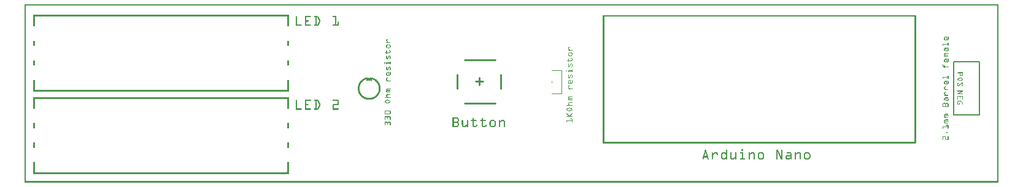
<source format=gto>
G04 MADE WITH FRITZING*
G04 WWW.FRITZING.ORG*
G04 DOUBLE SIDED*
G04 HOLES PLATED*
G04 CONTOUR ON CENTER OF CONTOUR VECTOR*
%ASAXBY*%
%FSLAX23Y23*%
%MOIN*%
%OFA0B0*%
%SFA1.0B1.0*%
%ADD10R,0.144999X0.295000X0.134999X0.285000*%
%ADD11C,0.005000*%
%ADD12C,0.010000*%
%ADD13R,0.001000X0.001000*%
%LNSILK1*%
G90*
G70*
G54D11*
X5047Y658D02*
X5187Y658D01*
X5187Y368D01*
X5047Y368D01*
X5047Y658D01*
D02*
G54D12*
X2588Y591D02*
X2588Y513D01*
D02*
X2392Y670D02*
X2559Y670D01*
D02*
X2392Y434D02*
X2559Y434D01*
D02*
X2352Y591D02*
X2352Y513D01*
D02*
X2470Y572D02*
X2470Y532D01*
D02*
X2490Y552D02*
X2451Y552D01*
G54D13*
X1Y973D02*
X5292Y973D01*
X1Y972D02*
X5292Y972D01*
X1Y971D02*
X5292Y971D01*
X1Y970D02*
X5292Y970D01*
X1Y969D02*
X5292Y969D01*
X1Y968D02*
X5292Y968D01*
X1Y967D02*
X5292Y967D01*
X1Y966D02*
X5292Y966D01*
X1Y965D02*
X8Y965D01*
X5285Y965D02*
X5292Y965D01*
X1Y964D02*
X8Y964D01*
X5285Y964D02*
X5292Y964D01*
X1Y963D02*
X8Y963D01*
X5285Y963D02*
X5292Y963D01*
X1Y962D02*
X8Y962D01*
X5285Y962D02*
X5292Y962D01*
X1Y961D02*
X8Y961D01*
X5285Y961D02*
X5292Y961D01*
X1Y960D02*
X8Y960D01*
X5285Y960D02*
X5292Y960D01*
X1Y959D02*
X8Y959D01*
X5285Y959D02*
X5292Y959D01*
X1Y958D02*
X8Y958D01*
X5285Y958D02*
X5292Y958D01*
X1Y957D02*
X8Y957D01*
X5285Y957D02*
X5292Y957D01*
X1Y956D02*
X8Y956D01*
X5285Y956D02*
X5292Y956D01*
X1Y955D02*
X8Y955D01*
X5285Y955D02*
X5292Y955D01*
X1Y954D02*
X8Y954D01*
X5285Y954D02*
X5292Y954D01*
X1Y953D02*
X8Y953D01*
X5285Y953D02*
X5292Y953D01*
X1Y952D02*
X8Y952D01*
X5285Y952D02*
X5292Y952D01*
X1Y951D02*
X8Y951D01*
X5285Y951D02*
X5292Y951D01*
X1Y950D02*
X8Y950D01*
X5285Y950D02*
X5292Y950D01*
X1Y949D02*
X8Y949D01*
X5285Y949D02*
X5292Y949D01*
X1Y948D02*
X8Y948D01*
X5285Y948D02*
X5292Y948D01*
X1Y947D02*
X8Y947D01*
X5285Y947D02*
X5292Y947D01*
X1Y946D02*
X8Y946D01*
X5285Y946D02*
X5292Y946D01*
X1Y945D02*
X8Y945D01*
X5285Y945D02*
X5292Y945D01*
X1Y944D02*
X8Y944D01*
X5285Y944D02*
X5292Y944D01*
X1Y943D02*
X8Y943D01*
X5285Y943D02*
X5292Y943D01*
X1Y942D02*
X8Y942D01*
X5285Y942D02*
X5292Y942D01*
X1Y941D02*
X8Y941D01*
X5285Y941D02*
X5292Y941D01*
X1Y940D02*
X8Y940D01*
X5285Y940D02*
X5292Y940D01*
X1Y939D02*
X8Y939D01*
X5285Y939D02*
X5292Y939D01*
X1Y938D02*
X8Y938D01*
X5285Y938D02*
X5292Y938D01*
X1Y937D02*
X8Y937D01*
X5285Y937D02*
X5292Y937D01*
X1Y936D02*
X8Y936D01*
X5285Y936D02*
X5292Y936D01*
X1Y935D02*
X8Y935D01*
X5285Y935D02*
X5292Y935D01*
X1Y934D02*
X8Y934D01*
X5285Y934D02*
X5292Y934D01*
X1Y933D02*
X8Y933D01*
X5285Y933D02*
X5292Y933D01*
X1Y932D02*
X8Y932D01*
X5285Y932D02*
X5292Y932D01*
X1Y931D02*
X8Y931D01*
X5285Y931D02*
X5292Y931D01*
X1Y930D02*
X8Y930D01*
X5285Y930D02*
X5292Y930D01*
X1Y929D02*
X8Y929D01*
X5285Y929D02*
X5292Y929D01*
X1Y928D02*
X8Y928D01*
X5285Y928D02*
X5292Y928D01*
X1Y927D02*
X8Y927D01*
X5285Y927D02*
X5292Y927D01*
X1Y926D02*
X8Y926D01*
X5285Y926D02*
X5292Y926D01*
X1Y925D02*
X8Y925D01*
X5285Y925D02*
X5292Y925D01*
X1Y924D02*
X8Y924D01*
X5285Y924D02*
X5292Y924D01*
X1Y923D02*
X8Y923D01*
X5285Y923D02*
X5292Y923D01*
X1Y922D02*
X8Y922D01*
X5285Y922D02*
X5292Y922D01*
X1Y921D02*
X8Y921D01*
X5285Y921D02*
X5292Y921D01*
X1Y920D02*
X8Y920D01*
X5285Y920D02*
X5292Y920D01*
X1Y919D02*
X8Y919D01*
X5285Y919D02*
X5292Y919D01*
X1Y918D02*
X8Y918D01*
X5285Y918D02*
X5292Y918D01*
X1Y917D02*
X8Y917D01*
X5285Y917D02*
X5292Y917D01*
X1Y916D02*
X8Y916D01*
X49Y916D02*
X1437Y916D01*
X5285Y916D02*
X5292Y916D01*
X1Y915D02*
X8Y915D01*
X49Y915D02*
X1437Y915D01*
X5285Y915D02*
X5292Y915D01*
X1Y914D02*
X8Y914D01*
X49Y914D02*
X1437Y914D01*
X5285Y914D02*
X5292Y914D01*
X1Y913D02*
X8Y913D01*
X49Y913D02*
X1437Y913D01*
X3144Y913D02*
X4842Y913D01*
X5285Y913D02*
X5292Y913D01*
X1Y912D02*
X8Y912D01*
X49Y912D02*
X1437Y912D01*
X3143Y912D02*
X4843Y912D01*
X5285Y912D02*
X5292Y912D01*
X1Y911D02*
X8Y911D01*
X49Y911D02*
X1437Y911D01*
X3143Y911D02*
X4843Y911D01*
X5285Y911D02*
X5292Y911D01*
X1Y910D02*
X8Y910D01*
X49Y910D02*
X1437Y910D01*
X3143Y910D02*
X4843Y910D01*
X5285Y910D02*
X5292Y910D01*
X1Y909D02*
X8Y909D01*
X49Y909D02*
X1437Y909D01*
X3143Y909D02*
X4843Y909D01*
X5285Y909D02*
X5292Y909D01*
X1Y908D02*
X8Y908D01*
X49Y908D02*
X1437Y908D01*
X1476Y908D02*
X1478Y908D01*
X1524Y908D02*
X1556Y908D01*
X1577Y908D02*
X1592Y908D01*
X1677Y908D02*
X1695Y908D01*
X3143Y908D02*
X4843Y908D01*
X5285Y908D02*
X5292Y908D01*
X1Y907D02*
X8Y907D01*
X49Y907D02*
X1437Y907D01*
X1475Y907D02*
X1479Y907D01*
X1524Y907D02*
X1557Y907D01*
X1575Y907D02*
X1595Y907D01*
X1676Y907D02*
X1695Y907D01*
X3143Y907D02*
X4843Y907D01*
X5285Y907D02*
X5292Y907D01*
X1Y906D02*
X8Y906D01*
X49Y906D02*
X1437Y906D01*
X1474Y906D02*
X1480Y906D01*
X1524Y906D02*
X1558Y906D01*
X1575Y906D02*
X1596Y906D01*
X1675Y906D02*
X1695Y906D01*
X3143Y906D02*
X4843Y906D01*
X5285Y906D02*
X5292Y906D01*
X1Y905D02*
X8Y905D01*
X49Y905D02*
X59Y905D01*
X1428Y905D02*
X1437Y905D01*
X1474Y905D02*
X1480Y905D01*
X1524Y905D02*
X1558Y905D01*
X1575Y905D02*
X1597Y905D01*
X1675Y905D02*
X1695Y905D01*
X3143Y905D02*
X3151Y905D01*
X4835Y905D02*
X4843Y905D01*
X5285Y905D02*
X5292Y905D01*
X1Y904D02*
X8Y904D01*
X49Y904D02*
X59Y904D01*
X1428Y904D02*
X1437Y904D01*
X1474Y904D02*
X1480Y904D01*
X1524Y904D02*
X1558Y904D01*
X1575Y904D02*
X1598Y904D01*
X1675Y904D02*
X1695Y904D01*
X3143Y904D02*
X3150Y904D01*
X4836Y904D02*
X4843Y904D01*
X5285Y904D02*
X5292Y904D01*
X1Y903D02*
X8Y903D01*
X49Y903D02*
X59Y903D01*
X1428Y903D02*
X1437Y903D01*
X1474Y903D02*
X1480Y903D01*
X1524Y903D02*
X1557Y903D01*
X1575Y903D02*
X1599Y903D01*
X1676Y903D02*
X1695Y903D01*
X3143Y903D02*
X3150Y903D01*
X4836Y903D02*
X4843Y903D01*
X5285Y903D02*
X5292Y903D01*
X1Y902D02*
X8Y902D01*
X49Y902D02*
X59Y902D01*
X1428Y902D02*
X1437Y902D01*
X1474Y902D02*
X1480Y902D01*
X1524Y902D02*
X1556Y902D01*
X1576Y902D02*
X1600Y902D01*
X1676Y902D02*
X1695Y902D01*
X3143Y902D02*
X3150Y902D01*
X4836Y902D02*
X4843Y902D01*
X5285Y902D02*
X5292Y902D01*
X1Y901D02*
X8Y901D01*
X49Y901D02*
X59Y901D01*
X1428Y901D02*
X1437Y901D01*
X1474Y901D02*
X1480Y901D01*
X1524Y901D02*
X1530Y901D01*
X1581Y901D02*
X1588Y901D01*
X1592Y901D02*
X1600Y901D01*
X1689Y901D02*
X1695Y901D01*
X3143Y901D02*
X3150Y901D01*
X4836Y901D02*
X4843Y901D01*
X5285Y901D02*
X5292Y901D01*
X1Y900D02*
X8Y900D01*
X49Y900D02*
X59Y900D01*
X1428Y900D02*
X1437Y900D01*
X1474Y900D02*
X1480Y900D01*
X1524Y900D02*
X1530Y900D01*
X1581Y900D02*
X1587Y900D01*
X1594Y900D02*
X1601Y900D01*
X1689Y900D02*
X1695Y900D01*
X3143Y900D02*
X3150Y900D01*
X4836Y900D02*
X4843Y900D01*
X5285Y900D02*
X5292Y900D01*
X1Y899D02*
X8Y899D01*
X49Y899D02*
X59Y899D01*
X1428Y899D02*
X1437Y899D01*
X1474Y899D02*
X1480Y899D01*
X1524Y899D02*
X1530Y899D01*
X1581Y899D02*
X1587Y899D01*
X1594Y899D02*
X1601Y899D01*
X1689Y899D02*
X1695Y899D01*
X3143Y899D02*
X3150Y899D01*
X4836Y899D02*
X4843Y899D01*
X5285Y899D02*
X5292Y899D01*
X1Y898D02*
X8Y898D01*
X49Y898D02*
X59Y898D01*
X1428Y898D02*
X1437Y898D01*
X1474Y898D02*
X1480Y898D01*
X1524Y898D02*
X1530Y898D01*
X1581Y898D02*
X1587Y898D01*
X1595Y898D02*
X1602Y898D01*
X1689Y898D02*
X1695Y898D01*
X3143Y898D02*
X3150Y898D01*
X4836Y898D02*
X4843Y898D01*
X5285Y898D02*
X5292Y898D01*
X1Y897D02*
X8Y897D01*
X49Y897D02*
X59Y897D01*
X1428Y897D02*
X1437Y897D01*
X1474Y897D02*
X1480Y897D01*
X1524Y897D02*
X1530Y897D01*
X1581Y897D02*
X1587Y897D01*
X1595Y897D02*
X1602Y897D01*
X1689Y897D02*
X1695Y897D01*
X3143Y897D02*
X3150Y897D01*
X4836Y897D02*
X4843Y897D01*
X5285Y897D02*
X5292Y897D01*
X1Y896D02*
X8Y896D01*
X49Y896D02*
X59Y896D01*
X1428Y896D02*
X1437Y896D01*
X1474Y896D02*
X1480Y896D01*
X1524Y896D02*
X1530Y896D01*
X1581Y896D02*
X1587Y896D01*
X1596Y896D02*
X1603Y896D01*
X1689Y896D02*
X1695Y896D01*
X3143Y896D02*
X3150Y896D01*
X4836Y896D02*
X4843Y896D01*
X5285Y896D02*
X5292Y896D01*
X1Y895D02*
X8Y895D01*
X49Y895D02*
X59Y895D01*
X1428Y895D02*
X1437Y895D01*
X1474Y895D02*
X1480Y895D01*
X1524Y895D02*
X1530Y895D01*
X1581Y895D02*
X1587Y895D01*
X1596Y895D02*
X1603Y895D01*
X1689Y895D02*
X1695Y895D01*
X3143Y895D02*
X3150Y895D01*
X4836Y895D02*
X4843Y895D01*
X5285Y895D02*
X5292Y895D01*
X1Y894D02*
X8Y894D01*
X49Y894D02*
X59Y894D01*
X1428Y894D02*
X1437Y894D01*
X1474Y894D02*
X1480Y894D01*
X1524Y894D02*
X1530Y894D01*
X1581Y894D02*
X1587Y894D01*
X1597Y894D02*
X1604Y894D01*
X1689Y894D02*
X1695Y894D01*
X3143Y894D02*
X3150Y894D01*
X4836Y894D02*
X4843Y894D01*
X5285Y894D02*
X5292Y894D01*
X1Y893D02*
X8Y893D01*
X49Y893D02*
X59Y893D01*
X1428Y893D02*
X1437Y893D01*
X1474Y893D02*
X1480Y893D01*
X1524Y893D02*
X1530Y893D01*
X1581Y893D02*
X1587Y893D01*
X1597Y893D02*
X1604Y893D01*
X1689Y893D02*
X1695Y893D01*
X3143Y893D02*
X3150Y893D01*
X4836Y893D02*
X4843Y893D01*
X5285Y893D02*
X5292Y893D01*
X1Y892D02*
X8Y892D01*
X49Y892D02*
X59Y892D01*
X1428Y892D02*
X1437Y892D01*
X1474Y892D02*
X1480Y892D01*
X1524Y892D02*
X1530Y892D01*
X1581Y892D02*
X1587Y892D01*
X1598Y892D02*
X1605Y892D01*
X1689Y892D02*
X1695Y892D01*
X3143Y892D02*
X3150Y892D01*
X4836Y892D02*
X4843Y892D01*
X5285Y892D02*
X5292Y892D01*
X1Y891D02*
X8Y891D01*
X49Y891D02*
X59Y891D01*
X1428Y891D02*
X1437Y891D01*
X1474Y891D02*
X1480Y891D01*
X1524Y891D02*
X1530Y891D01*
X1581Y891D02*
X1587Y891D01*
X1598Y891D02*
X1605Y891D01*
X1689Y891D02*
X1695Y891D01*
X3143Y891D02*
X3150Y891D01*
X4836Y891D02*
X4843Y891D01*
X5285Y891D02*
X5292Y891D01*
X1Y890D02*
X8Y890D01*
X49Y890D02*
X59Y890D01*
X1428Y890D02*
X1437Y890D01*
X1474Y890D02*
X1480Y890D01*
X1524Y890D02*
X1530Y890D01*
X1581Y890D02*
X1587Y890D01*
X1599Y890D02*
X1606Y890D01*
X1689Y890D02*
X1695Y890D01*
X3143Y890D02*
X3150Y890D01*
X4836Y890D02*
X4843Y890D01*
X5285Y890D02*
X5292Y890D01*
X1Y889D02*
X8Y889D01*
X49Y889D02*
X59Y889D01*
X1428Y889D02*
X1437Y889D01*
X1474Y889D02*
X1480Y889D01*
X1524Y889D02*
X1530Y889D01*
X1581Y889D02*
X1587Y889D01*
X1599Y889D02*
X1606Y889D01*
X1689Y889D02*
X1695Y889D01*
X3143Y889D02*
X3150Y889D01*
X4836Y889D02*
X4843Y889D01*
X5285Y889D02*
X5292Y889D01*
X1Y888D02*
X8Y888D01*
X49Y888D02*
X59Y888D01*
X1428Y888D02*
X1437Y888D01*
X1474Y888D02*
X1480Y888D01*
X1524Y888D02*
X1530Y888D01*
X1581Y888D02*
X1587Y888D01*
X1600Y888D02*
X1607Y888D01*
X1689Y888D02*
X1695Y888D01*
X3143Y888D02*
X3150Y888D01*
X4836Y888D02*
X4843Y888D01*
X5285Y888D02*
X5292Y888D01*
X1Y887D02*
X8Y887D01*
X49Y887D02*
X59Y887D01*
X1428Y887D02*
X1437Y887D01*
X1474Y887D02*
X1480Y887D01*
X1524Y887D02*
X1530Y887D01*
X1581Y887D02*
X1587Y887D01*
X1600Y887D02*
X1607Y887D01*
X1689Y887D02*
X1695Y887D01*
X3143Y887D02*
X3150Y887D01*
X4836Y887D02*
X4843Y887D01*
X5285Y887D02*
X5292Y887D01*
X1Y886D02*
X8Y886D01*
X49Y886D02*
X59Y886D01*
X1428Y886D02*
X1437Y886D01*
X1474Y886D02*
X1480Y886D01*
X1524Y886D02*
X1530Y886D01*
X1581Y886D02*
X1587Y886D01*
X1601Y886D02*
X1607Y886D01*
X1689Y886D02*
X1695Y886D01*
X3143Y886D02*
X3150Y886D01*
X4836Y886D02*
X4843Y886D01*
X5285Y886D02*
X5292Y886D01*
X1Y885D02*
X8Y885D01*
X49Y885D02*
X59Y885D01*
X1428Y885D02*
X1437Y885D01*
X1474Y885D02*
X1480Y885D01*
X1524Y885D02*
X1531Y885D01*
X1581Y885D02*
X1587Y885D01*
X1601Y885D02*
X1608Y885D01*
X1689Y885D02*
X1695Y885D01*
X3143Y885D02*
X3150Y885D01*
X4836Y885D02*
X4843Y885D01*
X5285Y885D02*
X5292Y885D01*
X1Y884D02*
X8Y884D01*
X49Y884D02*
X59Y884D01*
X1428Y884D02*
X1437Y884D01*
X1474Y884D02*
X1480Y884D01*
X1524Y884D02*
X1543Y884D01*
X1581Y884D02*
X1587Y884D01*
X1602Y884D02*
X1608Y884D01*
X1689Y884D02*
X1695Y884D01*
X3143Y884D02*
X3150Y884D01*
X4836Y884D02*
X4843Y884D01*
X5285Y884D02*
X5292Y884D01*
X1Y883D02*
X8Y883D01*
X49Y883D02*
X59Y883D01*
X1428Y883D02*
X1437Y883D01*
X1474Y883D02*
X1480Y883D01*
X1524Y883D02*
X1544Y883D01*
X1581Y883D02*
X1587Y883D01*
X1602Y883D02*
X1608Y883D01*
X1689Y883D02*
X1695Y883D01*
X3143Y883D02*
X3150Y883D01*
X4836Y883D02*
X4843Y883D01*
X5285Y883D02*
X5292Y883D01*
X1Y882D02*
X8Y882D01*
X49Y882D02*
X59Y882D01*
X1428Y882D02*
X1437Y882D01*
X1474Y882D02*
X1480Y882D01*
X1524Y882D02*
X1544Y882D01*
X1581Y882D02*
X1587Y882D01*
X1602Y882D02*
X1608Y882D01*
X1689Y882D02*
X1695Y882D01*
X3143Y882D02*
X3150Y882D01*
X4836Y882D02*
X4843Y882D01*
X5285Y882D02*
X5292Y882D01*
X1Y881D02*
X8Y881D01*
X49Y881D02*
X59Y881D01*
X1428Y881D02*
X1437Y881D01*
X1474Y881D02*
X1480Y881D01*
X1524Y881D02*
X1544Y881D01*
X1581Y881D02*
X1587Y881D01*
X1602Y881D02*
X1608Y881D01*
X1689Y881D02*
X1695Y881D01*
X3143Y881D02*
X3150Y881D01*
X4836Y881D02*
X4843Y881D01*
X5285Y881D02*
X5292Y881D01*
X1Y880D02*
X8Y880D01*
X49Y880D02*
X59Y880D01*
X1428Y880D02*
X1437Y880D01*
X1474Y880D02*
X1480Y880D01*
X1524Y880D02*
X1544Y880D01*
X1581Y880D02*
X1587Y880D01*
X1602Y880D02*
X1608Y880D01*
X1689Y880D02*
X1695Y880D01*
X3143Y880D02*
X3150Y880D01*
X4836Y880D02*
X4843Y880D01*
X5285Y880D02*
X5292Y880D01*
X1Y879D02*
X8Y879D01*
X49Y879D02*
X59Y879D01*
X1428Y879D02*
X1437Y879D01*
X1474Y879D02*
X1480Y879D01*
X1524Y879D02*
X1543Y879D01*
X1581Y879D02*
X1587Y879D01*
X1602Y879D02*
X1608Y879D01*
X1689Y879D02*
X1695Y879D01*
X3143Y879D02*
X3150Y879D01*
X4836Y879D02*
X4843Y879D01*
X5285Y879D02*
X5292Y879D01*
X1Y878D02*
X8Y878D01*
X49Y878D02*
X59Y878D01*
X1428Y878D02*
X1437Y878D01*
X1474Y878D02*
X1480Y878D01*
X1524Y878D02*
X1542Y878D01*
X1581Y878D02*
X1587Y878D01*
X1601Y878D02*
X1608Y878D01*
X1689Y878D02*
X1695Y878D01*
X1704Y878D02*
X1707Y878D01*
X3143Y878D02*
X3150Y878D01*
X4836Y878D02*
X4843Y878D01*
X5285Y878D02*
X5292Y878D01*
X1Y877D02*
X8Y877D01*
X49Y877D02*
X59Y877D01*
X1428Y877D02*
X1437Y877D01*
X1474Y877D02*
X1480Y877D01*
X1524Y877D02*
X1530Y877D01*
X1581Y877D02*
X1587Y877D01*
X1601Y877D02*
X1607Y877D01*
X1689Y877D02*
X1695Y877D01*
X1703Y877D02*
X1708Y877D01*
X3143Y877D02*
X3150Y877D01*
X4836Y877D02*
X4843Y877D01*
X5285Y877D02*
X5292Y877D01*
X1Y876D02*
X8Y876D01*
X49Y876D02*
X59Y876D01*
X1428Y876D02*
X1437Y876D01*
X1474Y876D02*
X1480Y876D01*
X1524Y876D02*
X1530Y876D01*
X1581Y876D02*
X1587Y876D01*
X1601Y876D02*
X1607Y876D01*
X1689Y876D02*
X1695Y876D01*
X1703Y876D02*
X1708Y876D01*
X3143Y876D02*
X3150Y876D01*
X4836Y876D02*
X4843Y876D01*
X5285Y876D02*
X5292Y876D01*
X1Y875D02*
X8Y875D01*
X49Y875D02*
X59Y875D01*
X1428Y875D02*
X1437Y875D01*
X1474Y875D02*
X1480Y875D01*
X1524Y875D02*
X1530Y875D01*
X1581Y875D02*
X1587Y875D01*
X1600Y875D02*
X1607Y875D01*
X1689Y875D02*
X1695Y875D01*
X1703Y875D02*
X1709Y875D01*
X3143Y875D02*
X3150Y875D01*
X4836Y875D02*
X4843Y875D01*
X5285Y875D02*
X5292Y875D01*
X1Y874D02*
X8Y874D01*
X49Y874D02*
X59Y874D01*
X1428Y874D02*
X1437Y874D01*
X1474Y874D02*
X1480Y874D01*
X1524Y874D02*
X1530Y874D01*
X1581Y874D02*
X1587Y874D01*
X1599Y874D02*
X1606Y874D01*
X1689Y874D02*
X1695Y874D01*
X1703Y874D02*
X1709Y874D01*
X3143Y874D02*
X3150Y874D01*
X4836Y874D02*
X4843Y874D01*
X5285Y874D02*
X5292Y874D01*
X1Y873D02*
X8Y873D01*
X49Y873D02*
X59Y873D01*
X1428Y873D02*
X1437Y873D01*
X1474Y873D02*
X1480Y873D01*
X1524Y873D02*
X1530Y873D01*
X1581Y873D02*
X1587Y873D01*
X1599Y873D02*
X1606Y873D01*
X1689Y873D02*
X1695Y873D01*
X1703Y873D02*
X1709Y873D01*
X3143Y873D02*
X3150Y873D01*
X4836Y873D02*
X4843Y873D01*
X5285Y873D02*
X5292Y873D01*
X1Y872D02*
X8Y872D01*
X49Y872D02*
X59Y872D01*
X1428Y872D02*
X1437Y872D01*
X1474Y872D02*
X1480Y872D01*
X1524Y872D02*
X1530Y872D01*
X1581Y872D02*
X1587Y872D01*
X1598Y872D02*
X1605Y872D01*
X1689Y872D02*
X1695Y872D01*
X1703Y872D02*
X1709Y872D01*
X3143Y872D02*
X3150Y872D01*
X4836Y872D02*
X4843Y872D01*
X5285Y872D02*
X5292Y872D01*
X1Y871D02*
X8Y871D01*
X49Y871D02*
X59Y871D01*
X1428Y871D02*
X1437Y871D01*
X1474Y871D02*
X1480Y871D01*
X1524Y871D02*
X1530Y871D01*
X1581Y871D02*
X1587Y871D01*
X1598Y871D02*
X1605Y871D01*
X1689Y871D02*
X1695Y871D01*
X1703Y871D02*
X1709Y871D01*
X3143Y871D02*
X3150Y871D01*
X4836Y871D02*
X4843Y871D01*
X5285Y871D02*
X5292Y871D01*
X1Y870D02*
X8Y870D01*
X49Y870D02*
X59Y870D01*
X1428Y870D02*
X1437Y870D01*
X1474Y870D02*
X1480Y870D01*
X1524Y870D02*
X1530Y870D01*
X1581Y870D02*
X1587Y870D01*
X1597Y870D02*
X1604Y870D01*
X1689Y870D02*
X1695Y870D01*
X1703Y870D02*
X1709Y870D01*
X3143Y870D02*
X3150Y870D01*
X4836Y870D02*
X4843Y870D01*
X5285Y870D02*
X5292Y870D01*
X1Y869D02*
X8Y869D01*
X49Y869D02*
X59Y869D01*
X1428Y869D02*
X1437Y869D01*
X1474Y869D02*
X1480Y869D01*
X1524Y869D02*
X1530Y869D01*
X1581Y869D02*
X1587Y869D01*
X1597Y869D02*
X1604Y869D01*
X1689Y869D02*
X1695Y869D01*
X1703Y869D02*
X1709Y869D01*
X3143Y869D02*
X3150Y869D01*
X4836Y869D02*
X4843Y869D01*
X5285Y869D02*
X5292Y869D01*
X1Y868D02*
X8Y868D01*
X49Y868D02*
X59Y868D01*
X1428Y868D02*
X1437Y868D01*
X1474Y868D02*
X1480Y868D01*
X1524Y868D02*
X1530Y868D01*
X1581Y868D02*
X1587Y868D01*
X1596Y868D02*
X1603Y868D01*
X1689Y868D02*
X1695Y868D01*
X1703Y868D02*
X1709Y868D01*
X3143Y868D02*
X3150Y868D01*
X4836Y868D02*
X4843Y868D01*
X5285Y868D02*
X5292Y868D01*
X1Y867D02*
X8Y867D01*
X49Y867D02*
X59Y867D01*
X1428Y867D02*
X1437Y867D01*
X1474Y867D02*
X1480Y867D01*
X1524Y867D02*
X1530Y867D01*
X1581Y867D02*
X1587Y867D01*
X1596Y867D02*
X1603Y867D01*
X1689Y867D02*
X1695Y867D01*
X1703Y867D02*
X1709Y867D01*
X3143Y867D02*
X3150Y867D01*
X4836Y867D02*
X4843Y867D01*
X5285Y867D02*
X5292Y867D01*
X1Y866D02*
X8Y866D01*
X49Y866D02*
X59Y866D01*
X1428Y866D02*
X1437Y866D01*
X1474Y866D02*
X1480Y866D01*
X1524Y866D02*
X1530Y866D01*
X1581Y866D02*
X1587Y866D01*
X1595Y866D02*
X1602Y866D01*
X1689Y866D02*
X1695Y866D01*
X1703Y866D02*
X1709Y866D01*
X3143Y866D02*
X3150Y866D01*
X4836Y866D02*
X4843Y866D01*
X5285Y866D02*
X5292Y866D01*
X1Y865D02*
X8Y865D01*
X49Y865D02*
X59Y865D01*
X1428Y865D02*
X1437Y865D01*
X1474Y865D02*
X1480Y865D01*
X1524Y865D02*
X1530Y865D01*
X1581Y865D02*
X1587Y865D01*
X1595Y865D02*
X1602Y865D01*
X1689Y865D02*
X1695Y865D01*
X1703Y865D02*
X1709Y865D01*
X3143Y865D02*
X3150Y865D01*
X4836Y865D02*
X4843Y865D01*
X5285Y865D02*
X5292Y865D01*
X1Y864D02*
X8Y864D01*
X49Y864D02*
X59Y864D01*
X1428Y864D02*
X1437Y864D01*
X1474Y864D02*
X1480Y864D01*
X1524Y864D02*
X1530Y864D01*
X1581Y864D02*
X1587Y864D01*
X1594Y864D02*
X1601Y864D01*
X1689Y864D02*
X1695Y864D01*
X1703Y864D02*
X1709Y864D01*
X3143Y864D02*
X3150Y864D01*
X4836Y864D02*
X4843Y864D01*
X5285Y864D02*
X5292Y864D01*
X1Y863D02*
X8Y863D01*
X49Y863D02*
X59Y863D01*
X1428Y863D02*
X1437Y863D01*
X1474Y863D02*
X1480Y863D01*
X1524Y863D02*
X1530Y863D01*
X1581Y863D02*
X1587Y863D01*
X1594Y863D02*
X1601Y863D01*
X1689Y863D02*
X1695Y863D01*
X1703Y863D02*
X1709Y863D01*
X3143Y863D02*
X3150Y863D01*
X4836Y863D02*
X4843Y863D01*
X5285Y863D02*
X5292Y863D01*
X1Y862D02*
X8Y862D01*
X49Y862D02*
X59Y862D01*
X1428Y862D02*
X1437Y862D01*
X1474Y862D02*
X1480Y862D01*
X1524Y862D02*
X1530Y862D01*
X1581Y862D02*
X1587Y862D01*
X1593Y862D02*
X1600Y862D01*
X1689Y862D02*
X1695Y862D01*
X1703Y862D02*
X1709Y862D01*
X3143Y862D02*
X3150Y862D01*
X4836Y862D02*
X4843Y862D01*
X5285Y862D02*
X5292Y862D01*
X1Y861D02*
X8Y861D01*
X49Y861D02*
X59Y861D01*
X1428Y861D02*
X1437Y861D01*
X1474Y861D02*
X1505Y861D01*
X1524Y861D02*
X1555Y861D01*
X1577Y861D02*
X1600Y861D01*
X1677Y861D02*
X1709Y861D01*
X3143Y861D02*
X3150Y861D01*
X4836Y861D02*
X4843Y861D01*
X5285Y861D02*
X5292Y861D01*
X1Y860D02*
X8Y860D01*
X49Y860D02*
X59Y860D01*
X1428Y860D02*
X1437Y860D01*
X1474Y860D02*
X1507Y860D01*
X1524Y860D02*
X1557Y860D01*
X1575Y860D02*
X1599Y860D01*
X1676Y860D02*
X1709Y860D01*
X3143Y860D02*
X3150Y860D01*
X4836Y860D02*
X4843Y860D01*
X5285Y860D02*
X5292Y860D01*
X1Y859D02*
X8Y859D01*
X49Y859D02*
X59Y859D01*
X1428Y859D02*
X1437Y859D01*
X1474Y859D02*
X1507Y859D01*
X1524Y859D02*
X1558Y859D01*
X1575Y859D02*
X1599Y859D01*
X1675Y859D02*
X1709Y859D01*
X3143Y859D02*
X3150Y859D01*
X4836Y859D02*
X4843Y859D01*
X5285Y859D02*
X5292Y859D01*
X1Y858D02*
X8Y858D01*
X49Y858D02*
X59Y858D01*
X1428Y858D02*
X1437Y858D01*
X1474Y858D02*
X1508Y858D01*
X1524Y858D02*
X1558Y858D01*
X1575Y858D02*
X1598Y858D01*
X1675Y858D02*
X1709Y858D01*
X3143Y858D02*
X3150Y858D01*
X4836Y858D02*
X4843Y858D01*
X5285Y858D02*
X5292Y858D01*
X1Y857D02*
X8Y857D01*
X49Y857D02*
X59Y857D01*
X1428Y857D02*
X1437Y857D01*
X1474Y857D02*
X1508Y857D01*
X1524Y857D02*
X1558Y857D01*
X1575Y857D02*
X1597Y857D01*
X1675Y857D02*
X1708Y857D01*
X3143Y857D02*
X3150Y857D01*
X4836Y857D02*
X4843Y857D01*
X5285Y857D02*
X5292Y857D01*
X1Y856D02*
X8Y856D01*
X49Y856D02*
X59Y856D01*
X1428Y856D02*
X1437Y856D01*
X1474Y856D02*
X1507Y856D01*
X1524Y856D02*
X1557Y856D01*
X1575Y856D02*
X1596Y856D01*
X1675Y856D02*
X1708Y856D01*
X3143Y856D02*
X3150Y856D01*
X4836Y856D02*
X4843Y856D01*
X5285Y856D02*
X5292Y856D01*
X1Y855D02*
X8Y855D01*
X49Y855D02*
X59Y855D01*
X1428Y855D02*
X1437Y855D01*
X1474Y855D02*
X1506Y855D01*
X1524Y855D02*
X1557Y855D01*
X1576Y855D02*
X1594Y855D01*
X1676Y855D02*
X1707Y855D01*
X3143Y855D02*
X3150Y855D01*
X4836Y855D02*
X4843Y855D01*
X5285Y855D02*
X5292Y855D01*
X1Y854D02*
X8Y854D01*
X49Y854D02*
X59Y854D01*
X1428Y854D02*
X1437Y854D01*
X3143Y854D02*
X3150Y854D01*
X4836Y854D02*
X4843Y854D01*
X5285Y854D02*
X5292Y854D01*
X1Y853D02*
X8Y853D01*
X49Y853D02*
X59Y853D01*
X1428Y853D02*
X1437Y853D01*
X3143Y853D02*
X3150Y853D01*
X4836Y853D02*
X4843Y853D01*
X5285Y853D02*
X5292Y853D01*
X1Y852D02*
X8Y852D01*
X3143Y852D02*
X3150Y852D01*
X4836Y852D02*
X4843Y852D01*
X5285Y852D02*
X5292Y852D01*
X1Y851D02*
X8Y851D01*
X3143Y851D02*
X3150Y851D01*
X4836Y851D02*
X4843Y851D01*
X5285Y851D02*
X5292Y851D01*
X1Y850D02*
X8Y850D01*
X3143Y850D02*
X3150Y850D01*
X4836Y850D02*
X4843Y850D01*
X5285Y850D02*
X5292Y850D01*
X1Y849D02*
X8Y849D01*
X3143Y849D02*
X3150Y849D01*
X4836Y849D02*
X4843Y849D01*
X5285Y849D02*
X5292Y849D01*
X1Y848D02*
X8Y848D01*
X3143Y848D02*
X3150Y848D01*
X4836Y848D02*
X4843Y848D01*
X5285Y848D02*
X5292Y848D01*
X1Y847D02*
X8Y847D01*
X3143Y847D02*
X3150Y847D01*
X4836Y847D02*
X4843Y847D01*
X5285Y847D02*
X5292Y847D01*
X1Y846D02*
X8Y846D01*
X3143Y846D02*
X3150Y846D01*
X4836Y846D02*
X4843Y846D01*
X5285Y846D02*
X5292Y846D01*
X1Y845D02*
X8Y845D01*
X3143Y845D02*
X3150Y845D01*
X4836Y845D02*
X4843Y845D01*
X5285Y845D02*
X5292Y845D01*
X1Y844D02*
X8Y844D01*
X3143Y844D02*
X3150Y844D01*
X4836Y844D02*
X4843Y844D01*
X5285Y844D02*
X5292Y844D01*
X1Y843D02*
X8Y843D01*
X3143Y843D02*
X3150Y843D01*
X4836Y843D02*
X4843Y843D01*
X5285Y843D02*
X5292Y843D01*
X1Y842D02*
X8Y842D01*
X3143Y842D02*
X3150Y842D01*
X4836Y842D02*
X4843Y842D01*
X5285Y842D02*
X5292Y842D01*
X1Y841D02*
X8Y841D01*
X3143Y841D02*
X3150Y841D01*
X4836Y841D02*
X4843Y841D01*
X5285Y841D02*
X5292Y841D01*
X1Y840D02*
X8Y840D01*
X3143Y840D02*
X3150Y840D01*
X4836Y840D02*
X4843Y840D01*
X5285Y840D02*
X5292Y840D01*
X1Y839D02*
X8Y839D01*
X3143Y839D02*
X3150Y839D01*
X4836Y839D02*
X4843Y839D01*
X5285Y839D02*
X5292Y839D01*
X1Y838D02*
X8Y838D01*
X3143Y838D02*
X3150Y838D01*
X4836Y838D02*
X4843Y838D01*
X5285Y838D02*
X5292Y838D01*
X1Y837D02*
X8Y837D01*
X3143Y837D02*
X3150Y837D01*
X4836Y837D02*
X4843Y837D01*
X5285Y837D02*
X5292Y837D01*
X1Y836D02*
X8Y836D01*
X3143Y836D02*
X3150Y836D01*
X4836Y836D02*
X4843Y836D01*
X5285Y836D02*
X5292Y836D01*
X1Y835D02*
X8Y835D01*
X3143Y835D02*
X3150Y835D01*
X4836Y835D02*
X4843Y835D01*
X5285Y835D02*
X5292Y835D01*
X1Y834D02*
X8Y834D01*
X3143Y834D02*
X3150Y834D01*
X4836Y834D02*
X4843Y834D01*
X5285Y834D02*
X5292Y834D01*
X1Y833D02*
X8Y833D01*
X3143Y833D02*
X3150Y833D01*
X4836Y833D02*
X4843Y833D01*
X5285Y833D02*
X5292Y833D01*
X1Y832D02*
X8Y832D01*
X3143Y832D02*
X3150Y832D01*
X4836Y832D02*
X4843Y832D01*
X5285Y832D02*
X5292Y832D01*
X1Y831D02*
X8Y831D01*
X3143Y831D02*
X3150Y831D01*
X4836Y831D02*
X4843Y831D01*
X5285Y831D02*
X5292Y831D01*
X1Y830D02*
X8Y830D01*
X3143Y830D02*
X3150Y830D01*
X4836Y830D02*
X4843Y830D01*
X5285Y830D02*
X5292Y830D01*
X1Y829D02*
X8Y829D01*
X3143Y829D02*
X3150Y829D01*
X4836Y829D02*
X4843Y829D01*
X5285Y829D02*
X5292Y829D01*
X1Y828D02*
X8Y828D01*
X3143Y828D02*
X3150Y828D01*
X4836Y828D02*
X4843Y828D01*
X5285Y828D02*
X5292Y828D01*
X1Y827D02*
X8Y827D01*
X3143Y827D02*
X3150Y827D01*
X4836Y827D02*
X4843Y827D01*
X5285Y827D02*
X5292Y827D01*
X1Y826D02*
X8Y826D01*
X3143Y826D02*
X3150Y826D01*
X4836Y826D02*
X4843Y826D01*
X5285Y826D02*
X5292Y826D01*
X1Y825D02*
X8Y825D01*
X3143Y825D02*
X3150Y825D01*
X4836Y825D02*
X4843Y825D01*
X5285Y825D02*
X5292Y825D01*
X1Y824D02*
X8Y824D01*
X3143Y824D02*
X3150Y824D01*
X4836Y824D02*
X4843Y824D01*
X5285Y824D02*
X5292Y824D01*
X1Y823D02*
X8Y823D01*
X3143Y823D02*
X3150Y823D01*
X4836Y823D02*
X4843Y823D01*
X5285Y823D02*
X5292Y823D01*
X1Y822D02*
X8Y822D01*
X3143Y822D02*
X3150Y822D01*
X4836Y822D02*
X4843Y822D01*
X5285Y822D02*
X5292Y822D01*
X1Y821D02*
X8Y821D01*
X3143Y821D02*
X3150Y821D01*
X4836Y821D02*
X4843Y821D01*
X5285Y821D02*
X5292Y821D01*
X1Y820D02*
X8Y820D01*
X3143Y820D02*
X3150Y820D01*
X4836Y820D02*
X4843Y820D01*
X5285Y820D02*
X5292Y820D01*
X1Y819D02*
X8Y819D01*
X3143Y819D02*
X3150Y819D01*
X4836Y819D02*
X4843Y819D01*
X5285Y819D02*
X5292Y819D01*
X1Y818D02*
X8Y818D01*
X3143Y818D02*
X3150Y818D01*
X4836Y818D02*
X4843Y818D01*
X5285Y818D02*
X5292Y818D01*
X1Y817D02*
X8Y817D01*
X3143Y817D02*
X3150Y817D01*
X4836Y817D02*
X4843Y817D01*
X5285Y817D02*
X5292Y817D01*
X1Y816D02*
X8Y816D01*
X3143Y816D02*
X3150Y816D01*
X4836Y816D02*
X4843Y816D01*
X5285Y816D02*
X5292Y816D01*
X1Y815D02*
X8Y815D01*
X3143Y815D02*
X3150Y815D01*
X4836Y815D02*
X4843Y815D01*
X5285Y815D02*
X5292Y815D01*
X1Y814D02*
X8Y814D01*
X3143Y814D02*
X3150Y814D01*
X4836Y814D02*
X4843Y814D01*
X5285Y814D02*
X5292Y814D01*
X1Y813D02*
X8Y813D01*
X3143Y813D02*
X3150Y813D01*
X4836Y813D02*
X4843Y813D01*
X5285Y813D02*
X5292Y813D01*
X1Y812D02*
X8Y812D01*
X3143Y812D02*
X3150Y812D01*
X4836Y812D02*
X4843Y812D01*
X5285Y812D02*
X5292Y812D01*
X1Y811D02*
X8Y811D01*
X3143Y811D02*
X3150Y811D01*
X4836Y811D02*
X4843Y811D01*
X5285Y811D02*
X5292Y811D01*
X1Y810D02*
X8Y810D01*
X3143Y810D02*
X3150Y810D01*
X4836Y810D02*
X4843Y810D01*
X5285Y810D02*
X5292Y810D01*
X1Y809D02*
X8Y809D01*
X3143Y809D02*
X3150Y809D01*
X4836Y809D02*
X4843Y809D01*
X5285Y809D02*
X5292Y809D01*
X1Y808D02*
X8Y808D01*
X3143Y808D02*
X3150Y808D01*
X4836Y808D02*
X4843Y808D01*
X5285Y808D02*
X5292Y808D01*
X1Y807D02*
X8Y807D01*
X3143Y807D02*
X3150Y807D01*
X4836Y807D02*
X4843Y807D01*
X5285Y807D02*
X5292Y807D01*
X1Y806D02*
X8Y806D01*
X3143Y806D02*
X3150Y806D01*
X4836Y806D02*
X4843Y806D01*
X5285Y806D02*
X5292Y806D01*
X1Y805D02*
X8Y805D01*
X3143Y805D02*
X3150Y805D01*
X4836Y805D02*
X4843Y805D01*
X5285Y805D02*
X5292Y805D01*
X1Y804D02*
X8Y804D01*
X3143Y804D02*
X3150Y804D01*
X4836Y804D02*
X4843Y804D01*
X5285Y804D02*
X5292Y804D01*
X1Y803D02*
X8Y803D01*
X3143Y803D02*
X3150Y803D01*
X4836Y803D02*
X4843Y803D01*
X5285Y803D02*
X5292Y803D01*
X1Y802D02*
X8Y802D01*
X3143Y802D02*
X3150Y802D01*
X4836Y802D02*
X4843Y802D01*
X5285Y802D02*
X5292Y802D01*
X1Y801D02*
X8Y801D01*
X3143Y801D02*
X3150Y801D01*
X4836Y801D02*
X4843Y801D01*
X5285Y801D02*
X5292Y801D01*
X1Y800D02*
X8Y800D01*
X3143Y800D02*
X3150Y800D01*
X4836Y800D02*
X4843Y800D01*
X5285Y800D02*
X5292Y800D01*
X1Y799D02*
X8Y799D01*
X3143Y799D02*
X3150Y799D01*
X4836Y799D02*
X4843Y799D01*
X5285Y799D02*
X5292Y799D01*
X1Y798D02*
X8Y798D01*
X3143Y798D02*
X3150Y798D01*
X4836Y798D02*
X4843Y798D01*
X5285Y798D02*
X5292Y798D01*
X1Y797D02*
X8Y797D01*
X3143Y797D02*
X3150Y797D01*
X4836Y797D02*
X4843Y797D01*
X5285Y797D02*
X5292Y797D01*
X1Y796D02*
X8Y796D01*
X3143Y796D02*
X3150Y796D01*
X4836Y796D02*
X4843Y796D01*
X5285Y796D02*
X5292Y796D01*
X1Y795D02*
X8Y795D01*
X3143Y795D02*
X3150Y795D01*
X4836Y795D02*
X4843Y795D01*
X5002Y795D02*
X5010Y795D01*
X5017Y795D02*
X5019Y795D01*
X5285Y795D02*
X5292Y795D01*
X1Y794D02*
X8Y794D01*
X3143Y794D02*
X3150Y794D01*
X4836Y794D02*
X4843Y794D01*
X5000Y794D02*
X5011Y794D01*
X5017Y794D02*
X5020Y794D01*
X5285Y794D02*
X5292Y794D01*
X1Y793D02*
X8Y793D01*
X3143Y793D02*
X3150Y793D01*
X4836Y793D02*
X4843Y793D01*
X4999Y793D02*
X5011Y793D01*
X5017Y793D02*
X5020Y793D01*
X5285Y793D02*
X5292Y793D01*
X1Y792D02*
X8Y792D01*
X3143Y792D02*
X3150Y792D01*
X4836Y792D02*
X4843Y792D01*
X4999Y792D02*
X5011Y792D01*
X5017Y792D02*
X5020Y792D01*
X5285Y792D02*
X5292Y792D01*
X1Y791D02*
X8Y791D01*
X3143Y791D02*
X3150Y791D01*
X4836Y791D02*
X4843Y791D01*
X4998Y791D02*
X5002Y791D01*
X5008Y791D02*
X5011Y791D01*
X5017Y791D02*
X5020Y791D01*
X5285Y791D02*
X5292Y791D01*
X1Y790D02*
X8Y790D01*
X3143Y790D02*
X3150Y790D01*
X4836Y790D02*
X4843Y790D01*
X4997Y790D02*
X5001Y790D01*
X5008Y790D02*
X5011Y790D01*
X5017Y790D02*
X5020Y790D01*
X5285Y790D02*
X5292Y790D01*
X1Y789D02*
X8Y789D01*
X3143Y789D02*
X3150Y789D01*
X4836Y789D02*
X4843Y789D01*
X4997Y789D02*
X5001Y789D01*
X5008Y789D02*
X5011Y789D01*
X5017Y789D02*
X5020Y789D01*
X5285Y789D02*
X5292Y789D01*
X1Y788D02*
X8Y788D01*
X3143Y788D02*
X3150Y788D01*
X4836Y788D02*
X4843Y788D01*
X4997Y788D02*
X5000Y788D01*
X5008Y788D02*
X5011Y788D01*
X5017Y788D02*
X5020Y788D01*
X5285Y788D02*
X5292Y788D01*
X1Y787D02*
X8Y787D01*
X3143Y787D02*
X3150Y787D01*
X4836Y787D02*
X4843Y787D01*
X4997Y787D02*
X5000Y787D01*
X5008Y787D02*
X5011Y787D01*
X5017Y787D02*
X5020Y787D01*
X5285Y787D02*
X5292Y787D01*
X1Y786D02*
X8Y786D01*
X3143Y786D02*
X3150Y786D01*
X4836Y786D02*
X4843Y786D01*
X4997Y786D02*
X5000Y786D01*
X5008Y786D02*
X5011Y786D01*
X5017Y786D02*
X5020Y786D01*
X5285Y786D02*
X5292Y786D01*
X1Y785D02*
X8Y785D01*
X3143Y785D02*
X3150Y785D01*
X4836Y785D02*
X4843Y785D01*
X4997Y785D02*
X5000Y785D01*
X5008Y785D02*
X5011Y785D01*
X5017Y785D02*
X5020Y785D01*
X5285Y785D02*
X5292Y785D01*
X1Y784D02*
X8Y784D01*
X3143Y784D02*
X3150Y784D01*
X4836Y784D02*
X4843Y784D01*
X4997Y784D02*
X5000Y784D01*
X5008Y784D02*
X5011Y784D01*
X5017Y784D02*
X5020Y784D01*
X5285Y784D02*
X5292Y784D01*
X1Y783D02*
X8Y783D01*
X1971Y783D02*
X1975Y783D01*
X3143Y783D02*
X3150Y783D01*
X4836Y783D02*
X4843Y783D01*
X4997Y783D02*
X5000Y783D01*
X5008Y783D02*
X5011Y783D01*
X5017Y783D02*
X5020Y783D01*
X5285Y783D02*
X5292Y783D01*
X1Y782D02*
X8Y782D01*
X1969Y782D02*
X1975Y782D01*
X3143Y782D02*
X3150Y782D01*
X4836Y782D02*
X4843Y782D01*
X4997Y782D02*
X5000Y782D01*
X5008Y782D02*
X5011Y782D01*
X5016Y782D02*
X5020Y782D01*
X5285Y782D02*
X5292Y782D01*
X1Y781D02*
X8Y781D01*
X1968Y781D02*
X1975Y781D01*
X3143Y781D02*
X3150Y781D01*
X4836Y781D02*
X4843Y781D01*
X4997Y781D02*
X5001Y781D01*
X5008Y781D02*
X5011Y781D01*
X5016Y781D02*
X5020Y781D01*
X5285Y781D02*
X5292Y781D01*
X1Y780D02*
X8Y780D01*
X1968Y780D02*
X1975Y780D01*
X3143Y780D02*
X3150Y780D01*
X4836Y780D02*
X4843Y780D01*
X4998Y780D02*
X5002Y780D01*
X5008Y780D02*
X5011Y780D01*
X5015Y780D02*
X5019Y780D01*
X5285Y780D02*
X5292Y780D01*
X1Y779D02*
X8Y779D01*
X1967Y779D02*
X1971Y779D01*
X3143Y779D02*
X3150Y779D01*
X4836Y779D02*
X4843Y779D01*
X4998Y779D02*
X5019Y779D01*
X5285Y779D02*
X5292Y779D01*
X1Y778D02*
X8Y778D01*
X1967Y778D02*
X1970Y778D01*
X3143Y778D02*
X3150Y778D01*
X4836Y778D02*
X4843Y778D01*
X4999Y778D02*
X5018Y778D01*
X5285Y778D02*
X5292Y778D01*
X1Y777D02*
X8Y777D01*
X1967Y777D02*
X1970Y777D01*
X3143Y777D02*
X3150Y777D01*
X4836Y777D02*
X4843Y777D01*
X5000Y777D02*
X5017Y777D01*
X5285Y777D02*
X5292Y777D01*
X1Y776D02*
X8Y776D01*
X1967Y776D02*
X1970Y776D01*
X3143Y776D02*
X3150Y776D01*
X4836Y776D02*
X4843Y776D01*
X5001Y776D02*
X5016Y776D01*
X5285Y776D02*
X5292Y776D01*
X1Y775D02*
X8Y775D01*
X1967Y775D02*
X1970Y775D01*
X3143Y775D02*
X3150Y775D01*
X4836Y775D02*
X4843Y775D01*
X5004Y775D02*
X5013Y775D01*
X5285Y775D02*
X5292Y775D01*
X1Y774D02*
X8Y774D01*
X1967Y774D02*
X1970Y774D01*
X3143Y774D02*
X3150Y774D01*
X4836Y774D02*
X4843Y774D01*
X5285Y774D02*
X5292Y774D01*
X1Y773D02*
X8Y773D01*
X49Y773D02*
X59Y773D01*
X1428Y773D02*
X1437Y773D01*
X1967Y773D02*
X1971Y773D01*
X3143Y773D02*
X3150Y773D01*
X4836Y773D02*
X4843Y773D01*
X5285Y773D02*
X5292Y773D01*
X1Y772D02*
X8Y772D01*
X49Y772D02*
X59Y772D01*
X1428Y772D02*
X1437Y772D01*
X1967Y772D02*
X1972Y772D01*
X3143Y772D02*
X3150Y772D01*
X4836Y772D02*
X4843Y772D01*
X5285Y772D02*
X5292Y772D01*
X1Y771D02*
X8Y771D01*
X49Y771D02*
X59Y771D01*
X1428Y771D02*
X1437Y771D01*
X1968Y771D02*
X1973Y771D01*
X3143Y771D02*
X3150Y771D01*
X4836Y771D02*
X4843Y771D01*
X5285Y771D02*
X5292Y771D01*
X1Y770D02*
X8Y770D01*
X49Y770D02*
X59Y770D01*
X1428Y770D02*
X1437Y770D01*
X1969Y770D02*
X1974Y770D01*
X3143Y770D02*
X3150Y770D01*
X4836Y770D02*
X4843Y770D01*
X5285Y770D02*
X5292Y770D01*
X1Y769D02*
X8Y769D01*
X49Y769D02*
X59Y769D01*
X1428Y769D02*
X1437Y769D01*
X1970Y769D02*
X1974Y769D01*
X3143Y769D02*
X3150Y769D01*
X4836Y769D02*
X4843Y769D01*
X5285Y769D02*
X5292Y769D01*
X1Y768D02*
X8Y768D01*
X49Y768D02*
X59Y768D01*
X1428Y768D02*
X1437Y768D01*
X1971Y768D02*
X1975Y768D01*
X3143Y768D02*
X3150Y768D01*
X4836Y768D02*
X4843Y768D01*
X5285Y768D02*
X5292Y768D01*
X1Y767D02*
X8Y767D01*
X49Y767D02*
X59Y767D01*
X1428Y767D02*
X1437Y767D01*
X1969Y767D02*
X1988Y767D01*
X3143Y767D02*
X3150Y767D01*
X4836Y767D02*
X4843Y767D01*
X5285Y767D02*
X5292Y767D01*
X1Y766D02*
X8Y766D01*
X49Y766D02*
X59Y766D01*
X1428Y766D02*
X1437Y766D01*
X1967Y766D02*
X1989Y766D01*
X3143Y766D02*
X3150Y766D01*
X4836Y766D02*
X4843Y766D01*
X5285Y766D02*
X5292Y766D01*
X1Y765D02*
X8Y765D01*
X49Y765D02*
X59Y765D01*
X1428Y765D02*
X1437Y765D01*
X1967Y765D02*
X1990Y765D01*
X3143Y765D02*
X3150Y765D01*
X4836Y765D02*
X4843Y765D01*
X5285Y765D02*
X5292Y765D01*
X1Y764D02*
X8Y764D01*
X49Y764D02*
X59Y764D01*
X1428Y764D02*
X1437Y764D01*
X1967Y764D02*
X1989Y764D01*
X3143Y764D02*
X3150Y764D01*
X4836Y764D02*
X4843Y764D01*
X5285Y764D02*
X5292Y764D01*
X1Y763D02*
X8Y763D01*
X49Y763D02*
X59Y763D01*
X1428Y763D02*
X1437Y763D01*
X1968Y763D02*
X1988Y763D01*
X3143Y763D02*
X3150Y763D01*
X4836Y763D02*
X4843Y763D01*
X5017Y763D02*
X5019Y763D01*
X5285Y763D02*
X5292Y763D01*
X1Y762D02*
X8Y762D01*
X49Y762D02*
X59Y762D01*
X1428Y762D02*
X1437Y762D01*
X3143Y762D02*
X3150Y762D01*
X4836Y762D02*
X4843Y762D01*
X5017Y762D02*
X5020Y762D01*
X5285Y762D02*
X5292Y762D01*
X1Y761D02*
X8Y761D01*
X49Y761D02*
X59Y761D01*
X1428Y761D02*
X1437Y761D01*
X3143Y761D02*
X3150Y761D01*
X4836Y761D02*
X4843Y761D01*
X5017Y761D02*
X5020Y761D01*
X5285Y761D02*
X5292Y761D01*
X1Y760D02*
X8Y760D01*
X49Y760D02*
X59Y760D01*
X1428Y760D02*
X1437Y760D01*
X3143Y760D02*
X3150Y760D01*
X4836Y760D02*
X4843Y760D01*
X5017Y760D02*
X5020Y760D01*
X5285Y760D02*
X5292Y760D01*
X1Y759D02*
X8Y759D01*
X49Y759D02*
X59Y759D01*
X1428Y759D02*
X1437Y759D01*
X3143Y759D02*
X3150Y759D01*
X4836Y759D02*
X4843Y759D01*
X5017Y759D02*
X5020Y759D01*
X5285Y759D02*
X5292Y759D01*
X1Y758D02*
X8Y758D01*
X49Y758D02*
X59Y758D01*
X1428Y758D02*
X1437Y758D01*
X3143Y758D02*
X3150Y758D01*
X4836Y758D02*
X4843Y758D01*
X5017Y758D02*
X5020Y758D01*
X5285Y758D02*
X5292Y758D01*
X1Y757D02*
X8Y757D01*
X49Y757D02*
X59Y757D01*
X1428Y757D02*
X1437Y757D01*
X3143Y757D02*
X3150Y757D01*
X4836Y757D02*
X4843Y757D01*
X4989Y757D02*
X5020Y757D01*
X5285Y757D02*
X5292Y757D01*
X1Y756D02*
X8Y756D01*
X49Y756D02*
X59Y756D01*
X1428Y756D02*
X1437Y756D01*
X3143Y756D02*
X3150Y756D01*
X4836Y756D02*
X4843Y756D01*
X4988Y756D02*
X5020Y756D01*
X5285Y756D02*
X5292Y756D01*
X1Y755D02*
X8Y755D01*
X49Y755D02*
X59Y755D01*
X1428Y755D02*
X1437Y755D01*
X3143Y755D02*
X3150Y755D01*
X4836Y755D02*
X4843Y755D01*
X4988Y755D02*
X5020Y755D01*
X5285Y755D02*
X5292Y755D01*
X1Y754D02*
X8Y754D01*
X49Y754D02*
X59Y754D01*
X1428Y754D02*
X1437Y754D01*
X3143Y754D02*
X3150Y754D01*
X4836Y754D02*
X4843Y754D01*
X4988Y754D02*
X5020Y754D01*
X5285Y754D02*
X5292Y754D01*
X1Y753D02*
X8Y753D01*
X49Y753D02*
X59Y753D01*
X1428Y753D02*
X1437Y753D01*
X1972Y753D02*
X1984Y753D01*
X3143Y753D02*
X3150Y753D01*
X4836Y753D02*
X4843Y753D01*
X4988Y753D02*
X4992Y753D01*
X5016Y753D02*
X5020Y753D01*
X5285Y753D02*
X5292Y753D01*
X1Y752D02*
X8Y752D01*
X49Y752D02*
X59Y752D01*
X1428Y752D02*
X1437Y752D01*
X1970Y752D02*
X1986Y752D01*
X3143Y752D02*
X3150Y752D01*
X4836Y752D02*
X4843Y752D01*
X4988Y752D02*
X4991Y752D01*
X5017Y752D02*
X5020Y752D01*
X5285Y752D02*
X5292Y752D01*
X1Y751D02*
X8Y751D01*
X49Y751D02*
X59Y751D01*
X1428Y751D02*
X1437Y751D01*
X1969Y751D02*
X1987Y751D01*
X3143Y751D02*
X3150Y751D01*
X4836Y751D02*
X4843Y751D01*
X4988Y751D02*
X4991Y751D01*
X5017Y751D02*
X5020Y751D01*
X5285Y751D02*
X5292Y751D01*
X1Y750D02*
X8Y750D01*
X49Y750D02*
X59Y750D01*
X1428Y750D02*
X1437Y750D01*
X1969Y750D02*
X1988Y750D01*
X3143Y750D02*
X3150Y750D01*
X4836Y750D02*
X4843Y750D01*
X4988Y750D02*
X4991Y750D01*
X5017Y750D02*
X5020Y750D01*
X5285Y750D02*
X5292Y750D01*
X1Y749D02*
X8Y749D01*
X49Y749D02*
X59Y749D01*
X1428Y749D02*
X1437Y749D01*
X1968Y749D02*
X1973Y749D01*
X1984Y749D02*
X1988Y749D01*
X3143Y749D02*
X3150Y749D01*
X4836Y749D02*
X4843Y749D01*
X4988Y749D02*
X4991Y749D01*
X5017Y749D02*
X5020Y749D01*
X5285Y749D02*
X5292Y749D01*
X1Y748D02*
X8Y748D01*
X49Y748D02*
X59Y748D01*
X1428Y748D02*
X1437Y748D01*
X1967Y748D02*
X1971Y748D01*
X1985Y748D02*
X1989Y748D01*
X3143Y748D02*
X3150Y748D01*
X4836Y748D02*
X4843Y748D01*
X4989Y748D02*
X4991Y748D01*
X5017Y748D02*
X5019Y748D01*
X5285Y748D02*
X5292Y748D01*
X1Y747D02*
X8Y747D01*
X49Y747D02*
X59Y747D01*
X1428Y747D02*
X1437Y747D01*
X1967Y747D02*
X1971Y747D01*
X1986Y747D02*
X1989Y747D01*
X3143Y747D02*
X3150Y747D01*
X4836Y747D02*
X4843Y747D01*
X4990Y747D02*
X4990Y747D01*
X5018Y747D02*
X5018Y747D01*
X5285Y747D02*
X5292Y747D01*
X1Y746D02*
X8Y746D01*
X1967Y746D02*
X1970Y746D01*
X1986Y746D02*
X1990Y746D01*
X3143Y746D02*
X3150Y746D01*
X4836Y746D02*
X4843Y746D01*
X5285Y746D02*
X5292Y746D01*
X1Y745D02*
X8Y745D01*
X1967Y745D02*
X1970Y745D01*
X1986Y745D02*
X1990Y745D01*
X3143Y745D02*
X3150Y745D01*
X4836Y745D02*
X4843Y745D01*
X5285Y745D02*
X5292Y745D01*
X1Y744D02*
X8Y744D01*
X1967Y744D02*
X1970Y744D01*
X1986Y744D02*
X1990Y744D01*
X3143Y744D02*
X3150Y744D01*
X4836Y744D02*
X4843Y744D01*
X5285Y744D02*
X5292Y744D01*
X1Y743D02*
X8Y743D01*
X1967Y743D02*
X1970Y743D01*
X1986Y743D02*
X1990Y743D01*
X3143Y743D02*
X3150Y743D01*
X4836Y743D02*
X4843Y743D01*
X5285Y743D02*
X5292Y743D01*
X1Y742D02*
X8Y742D01*
X1967Y742D02*
X1970Y742D01*
X1986Y742D02*
X1990Y742D01*
X3143Y742D02*
X3150Y742D01*
X4836Y742D02*
X4843Y742D01*
X5285Y742D02*
X5292Y742D01*
X1Y741D02*
X8Y741D01*
X1967Y741D02*
X1970Y741D01*
X1986Y741D02*
X1990Y741D01*
X3143Y741D02*
X3150Y741D01*
X4836Y741D02*
X4843Y741D01*
X5285Y741D02*
X5292Y741D01*
X1Y740D02*
X8Y740D01*
X1967Y740D02*
X1970Y740D01*
X1986Y740D02*
X1990Y740D01*
X3143Y740D02*
X3150Y740D01*
X4836Y740D02*
X4843Y740D01*
X5285Y740D02*
X5292Y740D01*
X1Y739D02*
X8Y739D01*
X1967Y739D02*
X1971Y739D01*
X1986Y739D02*
X1989Y739D01*
X2958Y739D02*
X2963Y739D01*
X3143Y739D02*
X3150Y739D01*
X4836Y739D02*
X4843Y739D01*
X5285Y739D02*
X5292Y739D01*
X1Y738D02*
X8Y738D01*
X1967Y738D02*
X1972Y738D01*
X1985Y738D02*
X1989Y738D01*
X2956Y738D02*
X2963Y738D01*
X3143Y738D02*
X3150Y738D01*
X4836Y738D02*
X4843Y738D01*
X5285Y738D02*
X5292Y738D01*
X1Y737D02*
X8Y737D01*
X1968Y737D02*
X1973Y737D01*
X1983Y737D02*
X1988Y737D01*
X2955Y737D02*
X2963Y737D01*
X3143Y737D02*
X3150Y737D01*
X4836Y737D02*
X4843Y737D01*
X5285Y737D02*
X5292Y737D01*
X1Y736D02*
X8Y736D01*
X1969Y736D02*
X1988Y736D01*
X2955Y736D02*
X2962Y736D01*
X3143Y736D02*
X3150Y736D01*
X4836Y736D02*
X4843Y736D01*
X5285Y736D02*
X5292Y736D01*
X1Y735D02*
X8Y735D01*
X1970Y735D02*
X1987Y735D01*
X2955Y735D02*
X2958Y735D01*
X3143Y735D02*
X3150Y735D01*
X4836Y735D02*
X4843Y735D01*
X5005Y735D02*
X5019Y735D01*
X5285Y735D02*
X5292Y735D01*
X1Y734D02*
X8Y734D01*
X1971Y734D02*
X1986Y734D01*
X2954Y734D02*
X2958Y734D01*
X3143Y734D02*
X3150Y734D01*
X4836Y734D02*
X4843Y734D01*
X5000Y734D02*
X5020Y734D01*
X5285Y734D02*
X5292Y734D01*
X1Y733D02*
X8Y733D01*
X1973Y733D02*
X1984Y733D01*
X2954Y733D02*
X2958Y733D01*
X3143Y733D02*
X3150Y733D01*
X4836Y733D02*
X4843Y733D01*
X4999Y733D02*
X5020Y733D01*
X5285Y733D02*
X5292Y733D01*
X1Y732D02*
X8Y732D01*
X2954Y732D02*
X2958Y732D01*
X3143Y732D02*
X3150Y732D01*
X4836Y732D02*
X4843Y732D01*
X4998Y732D02*
X5019Y732D01*
X5285Y732D02*
X5292Y732D01*
X1Y731D02*
X8Y731D01*
X2954Y731D02*
X2958Y731D01*
X3143Y731D02*
X3150Y731D01*
X4836Y731D02*
X4843Y731D01*
X4998Y731D02*
X5011Y731D01*
X5014Y731D02*
X5018Y731D01*
X5285Y731D02*
X5292Y731D01*
X1Y730D02*
X8Y730D01*
X2954Y730D02*
X2958Y730D01*
X3143Y730D02*
X3150Y730D01*
X4836Y730D02*
X4843Y730D01*
X4997Y730D02*
X5001Y730D01*
X5006Y730D02*
X5010Y730D01*
X5015Y730D02*
X5018Y730D01*
X5285Y730D02*
X5292Y730D01*
X1Y729D02*
X8Y729D01*
X2955Y729D02*
X2959Y729D01*
X3143Y729D02*
X3150Y729D01*
X4836Y729D02*
X4843Y729D01*
X4997Y729D02*
X5000Y729D01*
X5006Y729D02*
X5009Y729D01*
X5015Y729D02*
X5019Y729D01*
X5285Y729D02*
X5292Y729D01*
X1Y728D02*
X8Y728D01*
X2955Y728D02*
X2960Y728D01*
X3143Y728D02*
X3150Y728D01*
X4836Y728D02*
X4843Y728D01*
X4997Y728D02*
X5000Y728D01*
X5006Y728D02*
X5009Y728D01*
X5016Y728D02*
X5020Y728D01*
X5285Y728D02*
X5292Y728D01*
X1Y727D02*
X8Y727D01*
X2956Y727D02*
X2961Y727D01*
X3143Y727D02*
X3150Y727D01*
X4836Y727D02*
X4843Y727D01*
X4997Y727D02*
X5000Y727D01*
X5006Y727D02*
X5009Y727D01*
X5016Y727D02*
X5020Y727D01*
X5285Y727D02*
X5292Y727D01*
X1Y726D02*
X8Y726D01*
X2957Y726D02*
X2961Y726D01*
X3143Y726D02*
X3150Y726D01*
X4836Y726D02*
X4843Y726D01*
X4997Y726D02*
X5000Y726D01*
X5006Y726D02*
X5009Y726D01*
X5017Y726D02*
X5020Y726D01*
X5285Y726D02*
X5292Y726D01*
X1Y725D02*
X8Y725D01*
X2958Y725D02*
X2962Y725D01*
X3143Y725D02*
X3150Y725D01*
X4836Y725D02*
X4843Y725D01*
X4997Y725D02*
X5000Y725D01*
X5006Y725D02*
X5009Y725D01*
X5017Y725D02*
X5020Y725D01*
X5285Y725D02*
X5292Y725D01*
X1Y724D02*
X8Y724D01*
X2959Y724D02*
X2963Y724D01*
X3143Y724D02*
X3150Y724D01*
X4836Y724D02*
X4843Y724D01*
X4997Y724D02*
X5000Y724D01*
X5006Y724D02*
X5009Y724D01*
X5017Y724D02*
X5020Y724D01*
X5285Y724D02*
X5292Y724D01*
X1Y723D02*
X8Y723D01*
X1984Y723D02*
X1985Y723D01*
X2955Y723D02*
X2976Y723D01*
X3143Y723D02*
X3150Y723D01*
X4836Y723D02*
X4843Y723D01*
X4997Y723D02*
X5000Y723D01*
X5006Y723D02*
X5009Y723D01*
X5017Y723D02*
X5020Y723D01*
X5285Y723D02*
X5292Y723D01*
X1Y722D02*
X8Y722D01*
X1983Y722D02*
X1987Y722D01*
X2955Y722D02*
X2977Y722D01*
X3143Y722D02*
X3150Y722D01*
X4836Y722D02*
X4843Y722D01*
X4997Y722D02*
X5000Y722D01*
X5006Y722D02*
X5009Y722D01*
X5017Y722D02*
X5020Y722D01*
X5285Y722D02*
X5292Y722D01*
X1Y721D02*
X8Y721D01*
X1968Y721D02*
X1969Y721D01*
X1983Y721D02*
X1988Y721D01*
X2954Y721D02*
X2977Y721D01*
X3143Y721D02*
X3150Y721D01*
X4836Y721D02*
X4843Y721D01*
X4997Y721D02*
X5000Y721D01*
X5006Y721D02*
X5009Y721D01*
X5017Y721D02*
X5020Y721D01*
X5285Y721D02*
X5292Y721D01*
X1Y720D02*
X8Y720D01*
X1967Y720D02*
X1970Y720D01*
X1983Y720D02*
X1989Y720D01*
X2955Y720D02*
X2977Y720D01*
X3143Y720D02*
X3150Y720D01*
X4836Y720D02*
X4843Y720D01*
X4997Y720D02*
X5000Y720D01*
X5006Y720D02*
X5009Y720D01*
X5016Y720D02*
X5020Y720D01*
X5285Y720D02*
X5292Y720D01*
X1Y719D02*
X8Y719D01*
X1967Y719D02*
X1970Y719D01*
X1985Y719D02*
X1989Y719D01*
X3143Y719D02*
X3150Y719D01*
X4836Y719D02*
X4843Y719D01*
X4999Y719D02*
X4999Y719D01*
X5006Y719D02*
X5011Y719D01*
X5015Y719D02*
X5019Y719D01*
X5285Y719D02*
X5292Y719D01*
X1Y718D02*
X8Y718D01*
X1967Y718D02*
X1970Y718D01*
X1986Y718D02*
X1989Y718D01*
X3143Y718D02*
X3150Y718D01*
X4836Y718D02*
X4843Y718D01*
X5007Y718D02*
X5019Y718D01*
X5285Y718D02*
X5292Y718D01*
X1Y717D02*
X8Y717D01*
X1967Y717D02*
X1970Y717D01*
X1986Y717D02*
X1990Y717D01*
X3143Y717D02*
X3150Y717D01*
X4836Y717D02*
X4843Y717D01*
X5007Y717D02*
X5018Y717D01*
X5285Y717D02*
X5292Y717D01*
X1Y716D02*
X8Y716D01*
X1967Y716D02*
X1970Y716D01*
X1986Y716D02*
X1990Y716D01*
X3143Y716D02*
X3150Y716D01*
X4836Y716D02*
X4843Y716D01*
X5009Y716D02*
X5017Y716D01*
X5285Y716D02*
X5292Y716D01*
X1Y715D02*
X8Y715D01*
X1967Y715D02*
X1970Y715D01*
X1986Y715D02*
X1990Y715D01*
X3143Y715D02*
X3150Y715D01*
X4836Y715D02*
X4843Y715D01*
X5010Y715D02*
X5015Y715D01*
X5285Y715D02*
X5292Y715D01*
X1Y714D02*
X8Y714D01*
X1967Y714D02*
X1970Y714D01*
X1986Y714D02*
X1990Y714D01*
X3143Y714D02*
X3150Y714D01*
X4836Y714D02*
X4843Y714D01*
X5285Y714D02*
X5292Y714D01*
X1Y713D02*
X8Y713D01*
X1967Y713D02*
X1970Y713D01*
X1986Y713D02*
X1990Y713D01*
X3143Y713D02*
X3150Y713D01*
X4836Y713D02*
X4843Y713D01*
X5285Y713D02*
X5292Y713D01*
X1Y712D02*
X8Y712D01*
X1967Y712D02*
X1970Y712D01*
X1986Y712D02*
X1989Y712D01*
X3143Y712D02*
X3150Y712D01*
X4836Y712D02*
X4843Y712D01*
X5285Y712D02*
X5292Y712D01*
X1Y711D02*
X8Y711D01*
X1966Y711D02*
X1971Y711D01*
X1984Y711D02*
X1989Y711D01*
X3143Y711D02*
X3150Y711D01*
X4836Y711D02*
X4843Y711D01*
X5285Y711D02*
X5292Y711D01*
X1Y710D02*
X8Y710D01*
X1960Y710D02*
X1989Y710D01*
X3143Y710D02*
X3150Y710D01*
X4836Y710D02*
X4843Y710D01*
X5285Y710D02*
X5292Y710D01*
X1Y709D02*
X8Y709D01*
X1960Y709D02*
X1988Y709D01*
X2959Y709D02*
X2973Y709D01*
X3143Y709D02*
X3150Y709D01*
X4836Y709D02*
X4843Y709D01*
X5285Y709D02*
X5292Y709D01*
X1Y708D02*
X8Y708D01*
X1960Y708D02*
X1987Y708D01*
X2958Y708D02*
X2974Y708D01*
X3143Y708D02*
X3150Y708D01*
X4836Y708D02*
X4843Y708D01*
X5285Y708D02*
X5292Y708D01*
X1Y707D02*
X8Y707D01*
X1961Y707D02*
X1985Y707D01*
X2957Y707D02*
X2975Y707D01*
X3143Y707D02*
X3150Y707D01*
X4836Y707D02*
X4843Y707D01*
X5285Y707D02*
X5292Y707D01*
X1Y706D02*
X8Y706D01*
X1967Y706D02*
X1970Y706D01*
X2956Y706D02*
X2976Y706D01*
X3143Y706D02*
X3150Y706D01*
X4836Y706D02*
X4843Y706D01*
X5285Y706D02*
X5292Y706D01*
X1Y705D02*
X8Y705D01*
X1967Y705D02*
X1970Y705D01*
X2955Y705D02*
X2959Y705D01*
X2972Y705D02*
X2976Y705D01*
X3143Y705D02*
X3150Y705D01*
X4836Y705D02*
X4843Y705D01*
X5002Y705D02*
X5019Y705D01*
X5285Y705D02*
X5292Y705D01*
X1Y704D02*
X8Y704D01*
X1967Y704D02*
X1970Y704D01*
X2955Y704D02*
X2958Y704D01*
X2973Y704D02*
X2977Y704D01*
X3143Y704D02*
X3150Y704D01*
X4836Y704D02*
X4843Y704D01*
X4999Y704D02*
X5020Y704D01*
X5285Y704D02*
X5292Y704D01*
X1Y703D02*
X8Y703D01*
X1968Y703D02*
X1969Y703D01*
X2954Y703D02*
X2958Y703D01*
X2974Y703D02*
X2977Y703D01*
X3143Y703D02*
X3150Y703D01*
X4836Y703D02*
X4843Y703D01*
X4998Y703D02*
X5020Y703D01*
X5285Y703D02*
X5292Y703D01*
X1Y702D02*
X8Y702D01*
X2954Y702D02*
X2958Y702D01*
X2974Y702D02*
X2977Y702D01*
X3143Y702D02*
X3150Y702D01*
X4836Y702D02*
X4843Y702D01*
X4998Y702D02*
X5019Y702D01*
X5285Y702D02*
X5292Y702D01*
X1Y701D02*
X8Y701D01*
X2954Y701D02*
X2958Y701D01*
X2974Y701D02*
X2977Y701D01*
X3143Y701D02*
X3150Y701D01*
X4836Y701D02*
X4843Y701D01*
X4997Y701D02*
X5005Y701D01*
X5285Y701D02*
X5292Y701D01*
X1Y700D02*
X8Y700D01*
X2954Y700D02*
X2958Y700D01*
X2974Y700D02*
X2977Y700D01*
X3143Y700D02*
X3150Y700D01*
X4836Y700D02*
X4843Y700D01*
X4997Y700D02*
X5000Y700D01*
X5285Y700D02*
X5292Y700D01*
X1Y699D02*
X8Y699D01*
X2954Y699D02*
X2958Y699D01*
X2974Y699D02*
X2977Y699D01*
X3143Y699D02*
X3150Y699D01*
X4836Y699D02*
X4843Y699D01*
X4997Y699D02*
X5001Y699D01*
X5285Y699D02*
X5292Y699D01*
X1Y698D02*
X8Y698D01*
X2954Y698D02*
X2958Y698D01*
X2974Y698D02*
X2977Y698D01*
X3143Y698D02*
X3150Y698D01*
X4836Y698D02*
X4843Y698D01*
X4998Y698D02*
X5002Y698D01*
X5285Y698D02*
X5292Y698D01*
X1Y697D02*
X8Y697D01*
X2954Y697D02*
X2958Y697D01*
X2974Y697D02*
X2977Y697D01*
X3143Y697D02*
X3150Y697D01*
X4836Y697D02*
X4843Y697D01*
X4998Y697D02*
X5018Y697D01*
X5285Y697D02*
X5292Y697D01*
X1Y696D02*
X8Y696D01*
X2955Y696D02*
X2958Y696D01*
X2974Y696D02*
X2977Y696D01*
X3143Y696D02*
X3150Y696D01*
X4836Y696D02*
X4843Y696D01*
X4999Y696D02*
X5019Y696D01*
X5285Y696D02*
X5292Y696D01*
X1Y695D02*
X8Y695D01*
X2955Y695D02*
X2959Y695D01*
X2973Y695D02*
X2977Y695D01*
X3143Y695D02*
X3150Y695D01*
X4836Y695D02*
X4843Y695D01*
X4998Y695D02*
X5020Y695D01*
X5285Y695D02*
X5292Y695D01*
X1Y694D02*
X8Y694D01*
X2955Y694D02*
X2960Y694D01*
X2972Y694D02*
X2976Y694D01*
X3143Y694D02*
X3150Y694D01*
X4836Y694D02*
X4843Y694D01*
X4998Y694D02*
X5019Y694D01*
X5285Y694D02*
X5292Y694D01*
X1Y693D02*
X8Y693D01*
X1983Y693D02*
X1985Y693D01*
X2956Y693D02*
X2976Y693D01*
X3143Y693D02*
X3150Y693D01*
X4836Y693D02*
X4843Y693D01*
X4997Y693D02*
X5018Y693D01*
X5285Y693D02*
X5292Y693D01*
X1Y692D02*
X8Y692D01*
X1969Y692D02*
X1971Y692D01*
X1981Y692D02*
X1987Y692D01*
X2957Y692D02*
X2975Y692D01*
X3143Y692D02*
X3150Y692D01*
X4836Y692D02*
X4843Y692D01*
X4997Y692D02*
X5000Y692D01*
X5285Y692D02*
X5292Y692D01*
X1Y691D02*
X8Y691D01*
X1968Y691D02*
X1972Y691D01*
X1979Y691D02*
X1988Y691D01*
X2958Y691D02*
X2974Y691D01*
X3143Y691D02*
X3150Y691D01*
X4836Y691D02*
X4843Y691D01*
X4997Y691D02*
X5001Y691D01*
X5285Y691D02*
X5292Y691D01*
X1Y690D02*
X8Y690D01*
X1968Y690D02*
X1972Y690D01*
X1979Y690D02*
X1989Y690D01*
X2959Y690D02*
X2973Y690D01*
X3143Y690D02*
X3150Y690D01*
X4836Y690D02*
X4843Y690D01*
X4998Y690D02*
X5002Y690D01*
X5285Y690D02*
X5292Y690D01*
X1Y689D02*
X8Y689D01*
X1967Y689D02*
X1971Y689D01*
X1978Y689D02*
X1989Y689D01*
X3143Y689D02*
X3150Y689D01*
X4836Y689D02*
X4843Y689D01*
X4998Y689D02*
X5003Y689D01*
X5285Y689D02*
X5292Y689D01*
X1Y688D02*
X8Y688D01*
X1967Y688D02*
X1970Y688D01*
X1978Y688D02*
X1981Y688D01*
X1986Y688D02*
X1989Y688D01*
X3143Y688D02*
X3150Y688D01*
X4836Y688D02*
X4843Y688D01*
X4998Y688D02*
X5019Y688D01*
X5285Y688D02*
X5292Y688D01*
X1Y687D02*
X8Y687D01*
X1967Y687D02*
X1970Y687D01*
X1977Y687D02*
X1981Y687D01*
X1986Y687D02*
X1990Y687D01*
X3143Y687D02*
X3150Y687D01*
X4836Y687D02*
X4843Y687D01*
X4997Y687D02*
X5020Y687D01*
X5285Y687D02*
X5292Y687D01*
X1Y686D02*
X8Y686D01*
X1967Y686D02*
X1970Y686D01*
X1977Y686D02*
X1980Y686D01*
X1986Y686D02*
X1990Y686D01*
X3143Y686D02*
X3150Y686D01*
X4836Y686D02*
X4843Y686D01*
X4997Y686D02*
X5020Y686D01*
X5285Y686D02*
X5292Y686D01*
X1Y685D02*
X8Y685D01*
X1967Y685D02*
X1970Y685D01*
X1976Y685D02*
X1980Y685D01*
X1986Y685D02*
X1990Y685D01*
X3143Y685D02*
X3150Y685D01*
X4836Y685D02*
X4843Y685D01*
X4998Y685D02*
X5019Y685D01*
X5285Y685D02*
X5292Y685D01*
X1Y684D02*
X8Y684D01*
X1967Y684D02*
X1970Y684D01*
X1976Y684D02*
X1980Y684D01*
X1986Y684D02*
X1990Y684D01*
X3143Y684D02*
X3150Y684D01*
X4836Y684D02*
X4843Y684D01*
X5285Y684D02*
X5292Y684D01*
X1Y683D02*
X8Y683D01*
X1967Y683D02*
X1970Y683D01*
X1976Y683D02*
X1979Y683D01*
X1986Y683D02*
X1990Y683D01*
X3143Y683D02*
X3150Y683D01*
X4836Y683D02*
X4843Y683D01*
X5285Y683D02*
X5292Y683D01*
X1Y682D02*
X8Y682D01*
X1967Y682D02*
X1970Y682D01*
X1975Y682D02*
X1979Y682D01*
X1986Y682D02*
X1990Y682D01*
X3143Y682D02*
X3150Y682D01*
X4836Y682D02*
X4843Y682D01*
X5285Y682D02*
X5292Y682D01*
X1Y681D02*
X8Y681D01*
X1967Y681D02*
X1970Y681D01*
X1975Y681D02*
X1978Y681D01*
X1986Y681D02*
X1990Y681D01*
X3143Y681D02*
X3150Y681D01*
X4836Y681D02*
X4843Y681D01*
X5285Y681D02*
X5292Y681D01*
X1Y680D02*
X8Y680D01*
X1967Y680D02*
X1970Y680D01*
X1974Y680D02*
X1978Y680D01*
X1986Y680D02*
X1990Y680D01*
X3143Y680D02*
X3150Y680D01*
X4836Y680D02*
X4843Y680D01*
X5285Y680D02*
X5292Y680D01*
X1Y679D02*
X8Y679D01*
X1967Y679D02*
X1970Y679D01*
X1974Y679D02*
X1977Y679D01*
X1986Y679D02*
X1990Y679D01*
X2971Y679D02*
X2974Y679D01*
X3143Y679D02*
X3150Y679D01*
X4836Y679D02*
X4843Y679D01*
X5285Y679D02*
X5292Y679D01*
X1Y678D02*
X8Y678D01*
X1967Y678D02*
X1970Y678D01*
X1973Y678D02*
X1977Y678D01*
X1986Y678D02*
X1989Y678D01*
X2970Y678D02*
X2975Y678D01*
X3143Y678D02*
X3150Y678D01*
X4836Y678D02*
X4843Y678D01*
X5285Y678D02*
X5292Y678D01*
X1Y677D02*
X8Y677D01*
X1967Y677D02*
X1977Y677D01*
X1986Y677D02*
X1989Y677D01*
X2955Y677D02*
X2957Y677D01*
X2970Y677D02*
X2976Y677D01*
X3143Y677D02*
X3150Y677D01*
X4836Y677D02*
X4843Y677D01*
X5285Y677D02*
X5292Y677D01*
X1Y676D02*
X8Y676D01*
X1968Y676D02*
X1976Y676D01*
X1985Y676D02*
X1989Y676D01*
X2954Y676D02*
X2958Y676D01*
X2971Y676D02*
X2976Y676D01*
X3143Y676D02*
X3150Y676D01*
X4836Y676D02*
X4843Y676D01*
X5285Y676D02*
X5292Y676D01*
X1Y675D02*
X8Y675D01*
X1968Y675D02*
X1975Y675D01*
X1985Y675D02*
X1989Y675D01*
X2954Y675D02*
X2958Y675D01*
X2973Y675D02*
X2977Y675D01*
X3143Y675D02*
X3150Y675D01*
X4836Y675D02*
X4843Y675D01*
X5003Y675D02*
X5010Y675D01*
X5018Y675D02*
X5019Y675D01*
X5285Y675D02*
X5292Y675D01*
X1Y674D02*
X8Y674D01*
X1969Y674D02*
X1974Y674D01*
X1985Y674D02*
X1988Y674D01*
X2954Y674D02*
X2958Y674D01*
X2974Y674D02*
X2977Y674D01*
X3143Y674D02*
X3150Y674D01*
X4836Y674D02*
X4843Y674D01*
X5001Y674D02*
X5011Y674D01*
X5017Y674D02*
X5020Y674D01*
X5285Y674D02*
X5292Y674D01*
X1Y673D02*
X8Y673D01*
X1985Y673D02*
X1987Y673D01*
X2954Y673D02*
X2958Y673D01*
X2974Y673D02*
X2977Y673D01*
X3143Y673D02*
X3150Y673D01*
X4836Y673D02*
X4843Y673D01*
X5000Y673D02*
X5011Y673D01*
X5017Y673D02*
X5020Y673D01*
X5285Y673D02*
X5292Y673D01*
X1Y672D02*
X8Y672D01*
X2954Y672D02*
X2958Y672D01*
X2974Y672D02*
X2977Y672D01*
X3143Y672D02*
X3150Y672D01*
X4836Y672D02*
X4843Y672D01*
X4999Y672D02*
X5011Y672D01*
X5017Y672D02*
X5020Y672D01*
X5285Y672D02*
X5292Y672D01*
X1Y671D02*
X8Y671D01*
X2954Y671D02*
X2958Y671D01*
X2974Y671D02*
X2977Y671D01*
X3143Y671D02*
X3150Y671D01*
X4836Y671D02*
X4843Y671D01*
X4998Y671D02*
X5003Y671D01*
X5007Y671D02*
X5011Y671D01*
X5017Y671D02*
X5020Y671D01*
X5285Y671D02*
X5292Y671D01*
X1Y670D02*
X8Y670D01*
X2954Y670D02*
X2958Y670D01*
X2974Y670D02*
X2977Y670D01*
X3143Y670D02*
X3150Y670D01*
X4836Y670D02*
X4843Y670D01*
X4998Y670D02*
X5002Y670D01*
X5008Y670D02*
X5011Y670D01*
X5017Y670D02*
X5020Y670D01*
X5285Y670D02*
X5292Y670D01*
X1Y669D02*
X8Y669D01*
X2954Y669D02*
X2958Y669D01*
X2974Y669D02*
X2977Y669D01*
X3143Y669D02*
X3150Y669D01*
X4836Y669D02*
X4843Y669D01*
X4997Y669D02*
X5001Y669D01*
X5008Y669D02*
X5011Y669D01*
X5017Y669D02*
X5020Y669D01*
X5285Y669D02*
X5292Y669D01*
X1Y668D02*
X8Y668D01*
X2954Y668D02*
X2958Y668D01*
X2973Y668D02*
X2977Y668D01*
X3143Y668D02*
X3150Y668D01*
X4836Y668D02*
X4843Y668D01*
X4997Y668D02*
X5000Y668D01*
X5008Y668D02*
X5011Y668D01*
X5017Y668D02*
X5020Y668D01*
X5285Y668D02*
X5292Y668D01*
X1Y667D02*
X8Y667D01*
X2948Y667D02*
X2977Y667D01*
X3143Y667D02*
X3150Y667D01*
X4836Y667D02*
X4843Y667D01*
X4997Y667D02*
X5000Y667D01*
X5008Y667D02*
X5011Y667D01*
X5017Y667D02*
X5020Y667D01*
X5285Y667D02*
X5292Y667D01*
X1Y666D02*
X8Y666D01*
X49Y666D02*
X59Y666D01*
X1428Y666D02*
X1437Y666D01*
X2948Y666D02*
X2976Y666D01*
X3143Y666D02*
X3150Y666D01*
X4836Y666D02*
X4843Y666D01*
X4997Y666D02*
X5000Y666D01*
X5008Y666D02*
X5011Y666D01*
X5017Y666D02*
X5020Y666D01*
X5285Y666D02*
X5292Y666D01*
X1Y665D02*
X8Y665D01*
X49Y665D02*
X59Y665D01*
X1428Y665D02*
X1437Y665D01*
X2947Y665D02*
X2975Y665D01*
X3143Y665D02*
X3150Y665D01*
X4836Y665D02*
X4843Y665D01*
X4997Y665D02*
X5000Y665D01*
X5008Y665D02*
X5011Y665D01*
X5017Y665D02*
X5020Y665D01*
X5285Y665D02*
X5292Y665D01*
X1Y664D02*
X8Y664D01*
X49Y664D02*
X59Y664D01*
X1428Y664D02*
X1437Y664D01*
X2948Y664D02*
X2974Y664D01*
X3143Y664D02*
X3150Y664D01*
X4836Y664D02*
X4843Y664D01*
X4997Y664D02*
X5000Y664D01*
X5008Y664D02*
X5011Y664D01*
X5017Y664D02*
X5020Y664D01*
X5285Y664D02*
X5292Y664D01*
X1Y663D02*
X8Y663D01*
X49Y663D02*
X59Y663D01*
X1428Y663D02*
X1437Y663D01*
X2954Y663D02*
X2958Y663D01*
X3143Y663D02*
X3150Y663D01*
X4836Y663D02*
X4843Y663D01*
X4997Y663D02*
X5000Y663D01*
X5008Y663D02*
X5011Y663D01*
X5017Y663D02*
X5020Y663D01*
X5285Y663D02*
X5292Y663D01*
X1Y662D02*
X8Y662D01*
X49Y662D02*
X59Y662D01*
X1428Y662D02*
X1437Y662D01*
X2954Y662D02*
X2958Y662D01*
X3143Y662D02*
X3150Y662D01*
X4836Y662D02*
X4843Y662D01*
X4997Y662D02*
X5000Y662D01*
X5008Y662D02*
X5011Y662D01*
X5017Y662D02*
X5020Y662D01*
X5285Y662D02*
X5292Y662D01*
X1Y661D02*
X8Y661D01*
X49Y661D02*
X59Y661D01*
X1428Y661D02*
X1437Y661D01*
X1988Y661D02*
X1988Y661D01*
X2954Y661D02*
X2958Y661D01*
X3143Y661D02*
X3150Y661D01*
X4836Y661D02*
X4843Y661D01*
X4997Y661D02*
X5001Y661D01*
X5008Y661D02*
X5011Y661D01*
X5016Y661D02*
X5020Y661D01*
X5285Y661D02*
X5292Y661D01*
X1Y660D02*
X8Y660D01*
X49Y660D02*
X59Y660D01*
X1428Y660D02*
X1437Y660D01*
X1987Y660D02*
X1989Y660D01*
X2955Y660D02*
X2957Y660D01*
X3143Y660D02*
X3150Y660D01*
X4836Y660D02*
X4843Y660D01*
X4998Y660D02*
X5002Y660D01*
X5008Y660D02*
X5011Y660D01*
X5015Y660D02*
X5019Y660D01*
X5285Y660D02*
X5292Y660D01*
X1Y659D02*
X8Y659D01*
X49Y659D02*
X59Y659D01*
X1428Y659D02*
X1437Y659D01*
X1986Y659D02*
X1990Y659D01*
X3143Y659D02*
X3150Y659D01*
X4836Y659D02*
X4843Y659D01*
X4998Y659D02*
X5003Y659D01*
X5008Y659D02*
X5011Y659D01*
X5014Y659D02*
X5019Y659D01*
X5285Y659D02*
X5292Y659D01*
X1Y658D02*
X8Y658D01*
X49Y658D02*
X59Y658D01*
X1428Y658D02*
X1437Y658D01*
X1986Y658D02*
X1990Y658D01*
X3143Y658D02*
X3150Y658D01*
X4836Y658D02*
X4843Y658D01*
X4999Y658D02*
X5018Y658D01*
X5285Y658D02*
X5292Y658D01*
X1Y657D02*
X8Y657D01*
X49Y657D02*
X59Y657D01*
X1428Y657D02*
X1437Y657D01*
X1986Y657D02*
X1990Y657D01*
X3143Y657D02*
X3150Y657D01*
X4836Y657D02*
X4843Y657D01*
X5000Y657D02*
X5017Y657D01*
X5285Y657D02*
X5292Y657D01*
X1Y656D02*
X8Y656D01*
X49Y656D02*
X59Y656D01*
X1428Y656D02*
X1437Y656D01*
X1986Y656D02*
X1990Y656D01*
X3143Y656D02*
X3150Y656D01*
X4836Y656D02*
X4843Y656D01*
X5001Y656D02*
X5016Y656D01*
X5285Y656D02*
X5292Y656D01*
X1Y655D02*
X8Y655D01*
X49Y655D02*
X59Y655D01*
X1428Y655D02*
X1437Y655D01*
X1986Y655D02*
X1990Y655D01*
X3143Y655D02*
X3150Y655D01*
X4836Y655D02*
X4843Y655D01*
X5002Y655D02*
X5015Y655D01*
X5285Y655D02*
X5292Y655D01*
X1Y654D02*
X8Y654D01*
X49Y654D02*
X59Y654D01*
X1428Y654D02*
X1437Y654D01*
X1957Y654D02*
X1961Y654D01*
X1967Y654D02*
X1990Y654D01*
X3143Y654D02*
X3150Y654D01*
X4836Y654D02*
X4843Y654D01*
X5285Y654D02*
X5292Y654D01*
X1Y653D02*
X8Y653D01*
X49Y653D02*
X59Y653D01*
X1428Y653D02*
X1437Y653D01*
X1956Y653D02*
X1961Y653D01*
X1967Y653D02*
X1990Y653D01*
X3143Y653D02*
X3150Y653D01*
X4836Y653D02*
X4843Y653D01*
X5285Y653D02*
X5292Y653D01*
X1Y652D02*
X8Y652D01*
X49Y652D02*
X59Y652D01*
X1428Y652D02*
X1437Y652D01*
X1956Y652D02*
X1961Y652D01*
X1967Y652D02*
X1990Y652D01*
X3143Y652D02*
X3150Y652D01*
X4836Y652D02*
X4843Y652D01*
X5285Y652D02*
X5292Y652D01*
X1Y651D02*
X8Y651D01*
X49Y651D02*
X59Y651D01*
X1428Y651D02*
X1437Y651D01*
X1956Y651D02*
X1961Y651D01*
X1967Y651D02*
X1990Y651D01*
X3143Y651D02*
X3150Y651D01*
X4836Y651D02*
X4843Y651D01*
X5285Y651D02*
X5292Y651D01*
X1Y650D02*
X8Y650D01*
X49Y650D02*
X59Y650D01*
X1428Y650D02*
X1437Y650D01*
X1956Y650D02*
X1961Y650D01*
X1967Y650D02*
X1970Y650D01*
X1986Y650D02*
X1990Y650D01*
X3143Y650D02*
X3150Y650D01*
X4836Y650D02*
X4843Y650D01*
X5285Y650D02*
X5292Y650D01*
X1Y649D02*
X8Y649D01*
X49Y649D02*
X59Y649D01*
X1428Y649D02*
X1437Y649D01*
X1957Y649D02*
X1960Y649D01*
X1967Y649D02*
X1970Y649D01*
X1986Y649D02*
X1990Y649D01*
X2958Y649D02*
X2958Y649D01*
X2969Y649D02*
X2973Y649D01*
X3143Y649D02*
X3150Y649D01*
X4836Y649D02*
X4843Y649D01*
X5285Y649D02*
X5292Y649D01*
X1Y648D02*
X8Y648D01*
X49Y648D02*
X59Y648D01*
X1428Y648D02*
X1437Y648D01*
X1967Y648D02*
X1970Y648D01*
X1986Y648D02*
X1990Y648D01*
X2956Y648D02*
X2959Y648D01*
X2968Y648D02*
X2975Y648D01*
X3143Y648D02*
X3150Y648D01*
X4836Y648D02*
X4843Y648D01*
X5285Y648D02*
X5292Y648D01*
X1Y647D02*
X8Y647D01*
X49Y647D02*
X59Y647D01*
X1428Y647D02*
X1437Y647D01*
X1967Y647D02*
X1970Y647D01*
X1986Y647D02*
X1990Y647D01*
X2955Y647D02*
X2959Y647D01*
X2967Y647D02*
X2976Y647D01*
X3143Y647D02*
X3150Y647D01*
X4836Y647D02*
X4843Y647D01*
X5285Y647D02*
X5292Y647D01*
X1Y646D02*
X8Y646D01*
X49Y646D02*
X59Y646D01*
X1428Y646D02*
X1437Y646D01*
X1967Y646D02*
X1970Y646D01*
X1986Y646D02*
X1989Y646D01*
X2955Y646D02*
X2959Y646D01*
X2966Y646D02*
X2976Y646D01*
X3143Y646D02*
X3150Y646D01*
X4836Y646D02*
X4843Y646D01*
X5285Y646D02*
X5292Y646D01*
X1Y645D02*
X8Y645D01*
X49Y645D02*
X59Y645D01*
X1428Y645D02*
X1437Y645D01*
X1968Y645D02*
X1969Y645D01*
X1987Y645D02*
X1989Y645D01*
X2955Y645D02*
X2958Y645D01*
X2965Y645D02*
X2970Y645D01*
X2973Y645D02*
X2977Y645D01*
X3143Y645D02*
X3150Y645D01*
X4836Y645D02*
X4843Y645D01*
X5285Y645D02*
X5292Y645D01*
X1Y644D02*
X8Y644D01*
X49Y644D02*
X59Y644D01*
X1428Y644D02*
X1437Y644D01*
X2954Y644D02*
X2958Y644D01*
X2965Y644D02*
X2969Y644D01*
X2974Y644D02*
X2977Y644D01*
X3143Y644D02*
X3150Y644D01*
X4836Y644D02*
X4843Y644D01*
X4990Y644D02*
X4990Y644D01*
X5285Y644D02*
X5292Y644D01*
X1Y643D02*
X8Y643D01*
X49Y643D02*
X59Y643D01*
X1428Y643D02*
X1437Y643D01*
X2954Y643D02*
X2958Y643D01*
X2965Y643D02*
X2968Y643D01*
X2974Y643D02*
X2977Y643D01*
X3143Y643D02*
X3150Y643D01*
X4836Y643D02*
X4843Y643D01*
X4989Y643D02*
X4991Y643D01*
X5285Y643D02*
X5292Y643D01*
X1Y642D02*
X8Y642D01*
X49Y642D02*
X59Y642D01*
X1428Y642D02*
X1437Y642D01*
X2954Y642D02*
X2958Y642D01*
X2964Y642D02*
X2968Y642D01*
X2974Y642D02*
X2977Y642D01*
X3143Y642D02*
X3150Y642D01*
X4836Y642D02*
X4843Y642D01*
X4988Y642D02*
X4991Y642D01*
X5285Y642D02*
X5292Y642D01*
X1Y641D02*
X8Y641D01*
X49Y641D02*
X59Y641D01*
X1428Y641D02*
X1437Y641D01*
X2954Y641D02*
X2958Y641D01*
X2964Y641D02*
X2967Y641D01*
X2974Y641D02*
X2977Y641D01*
X3143Y641D02*
X3150Y641D01*
X4836Y641D02*
X4843Y641D01*
X4988Y641D02*
X4991Y641D01*
X5285Y641D02*
X5292Y641D01*
X1Y640D02*
X8Y640D01*
X49Y640D02*
X59Y640D01*
X1428Y640D02*
X1437Y640D01*
X2954Y640D02*
X2958Y640D01*
X2963Y640D02*
X2967Y640D01*
X2974Y640D02*
X2977Y640D01*
X3143Y640D02*
X3150Y640D01*
X4836Y640D02*
X4843Y640D01*
X4988Y640D02*
X4991Y640D01*
X5285Y640D02*
X5292Y640D01*
X1Y639D02*
X8Y639D01*
X2954Y639D02*
X2958Y639D01*
X2963Y639D02*
X2966Y639D01*
X2974Y639D02*
X2977Y639D01*
X3143Y639D02*
X3150Y639D01*
X4836Y639D02*
X4843Y639D01*
X4988Y639D02*
X4991Y639D01*
X4997Y639D02*
X5000Y639D01*
X5285Y639D02*
X5292Y639D01*
X1Y638D02*
X8Y638D01*
X2954Y638D02*
X2958Y638D01*
X2962Y638D02*
X2966Y638D01*
X2974Y638D02*
X2977Y638D01*
X3143Y638D02*
X3150Y638D01*
X4836Y638D02*
X4843Y638D01*
X4988Y638D02*
X4991Y638D01*
X4997Y638D02*
X5000Y638D01*
X5285Y638D02*
X5292Y638D01*
X1Y637D02*
X8Y637D01*
X2954Y637D02*
X2958Y637D01*
X2962Y637D02*
X2966Y637D01*
X2974Y637D02*
X2977Y637D01*
X3143Y637D02*
X3150Y637D01*
X4836Y637D02*
X4843Y637D01*
X4988Y637D02*
X4991Y637D01*
X4997Y637D02*
X5000Y637D01*
X5285Y637D02*
X5292Y637D01*
X1Y636D02*
X8Y636D01*
X2954Y636D02*
X2958Y636D01*
X2962Y636D02*
X2965Y636D01*
X2974Y636D02*
X2977Y636D01*
X3143Y636D02*
X3150Y636D01*
X4836Y636D02*
X4843Y636D01*
X4988Y636D02*
X4992Y636D01*
X4997Y636D02*
X5000Y636D01*
X5285Y636D02*
X5292Y636D01*
X1Y635D02*
X8Y635D01*
X2954Y635D02*
X2958Y635D01*
X2961Y635D02*
X2965Y635D01*
X2974Y635D02*
X2977Y635D01*
X3143Y635D02*
X3150Y635D01*
X4836Y635D02*
X4843Y635D01*
X4989Y635D02*
X4992Y635D01*
X4997Y635D02*
X5000Y635D01*
X5285Y635D02*
X5292Y635D01*
X1Y634D02*
X8Y634D01*
X2955Y634D02*
X2958Y634D01*
X2961Y634D02*
X2964Y634D01*
X2974Y634D02*
X2977Y634D01*
X3143Y634D02*
X3150Y634D01*
X4836Y634D02*
X4843Y634D01*
X4989Y634D02*
X4994Y634D01*
X4997Y634D02*
X5000Y634D01*
X5285Y634D02*
X5292Y634D01*
X1Y633D02*
X8Y633D01*
X1984Y633D02*
X1984Y633D01*
X2955Y633D02*
X2964Y633D01*
X2973Y633D02*
X2977Y633D01*
X3143Y633D02*
X3150Y633D01*
X4836Y633D02*
X4843Y633D01*
X4989Y633D02*
X5019Y633D01*
X5285Y633D02*
X5292Y633D01*
X1Y632D02*
X8Y632D01*
X1969Y632D02*
X1971Y632D01*
X1981Y632D02*
X1986Y632D01*
X2955Y632D02*
X2963Y632D01*
X2972Y632D02*
X2976Y632D01*
X3143Y632D02*
X3150Y632D01*
X4836Y632D02*
X4843Y632D01*
X4990Y632D02*
X5020Y632D01*
X5285Y632D02*
X5292Y632D01*
X1Y631D02*
X8Y631D01*
X1968Y631D02*
X1972Y631D01*
X1980Y631D02*
X1988Y631D01*
X2956Y631D02*
X2962Y631D01*
X2972Y631D02*
X2976Y631D01*
X3143Y631D02*
X3150Y631D01*
X4836Y631D02*
X4843Y631D01*
X4991Y631D02*
X5020Y631D01*
X5285Y631D02*
X5292Y631D01*
X1Y630D02*
X8Y630D01*
X1968Y630D02*
X1972Y630D01*
X1979Y630D02*
X1988Y630D01*
X2957Y630D02*
X2961Y630D01*
X2972Y630D02*
X2975Y630D01*
X3143Y630D02*
X3150Y630D01*
X4836Y630D02*
X4843Y630D01*
X4993Y630D02*
X5019Y630D01*
X5285Y630D02*
X5292Y630D01*
X1Y629D02*
X8Y629D01*
X1967Y629D02*
X1971Y629D01*
X1978Y629D02*
X1989Y629D01*
X3143Y629D02*
X3150Y629D01*
X4836Y629D02*
X4843Y629D01*
X4997Y629D02*
X5000Y629D01*
X5285Y629D02*
X5292Y629D01*
X1Y628D02*
X8Y628D01*
X1967Y628D02*
X1970Y628D01*
X1978Y628D02*
X1982Y628D01*
X1986Y628D02*
X1989Y628D01*
X3143Y628D02*
X3150Y628D01*
X4836Y628D02*
X4843Y628D01*
X4997Y628D02*
X5000Y628D01*
X5285Y628D02*
X5292Y628D01*
X1Y627D02*
X8Y627D01*
X1967Y627D02*
X1970Y627D01*
X1977Y627D02*
X1981Y627D01*
X1986Y627D02*
X1990Y627D01*
X3143Y627D02*
X3150Y627D01*
X4836Y627D02*
X4843Y627D01*
X4997Y627D02*
X5000Y627D01*
X5285Y627D02*
X5292Y627D01*
X1Y626D02*
X8Y626D01*
X1967Y626D02*
X1970Y626D01*
X1977Y626D02*
X1980Y626D01*
X1986Y626D02*
X1990Y626D01*
X3143Y626D02*
X3150Y626D01*
X4836Y626D02*
X4843Y626D01*
X4998Y626D02*
X5000Y626D01*
X5285Y626D02*
X5292Y626D01*
X1Y625D02*
X8Y625D01*
X1967Y625D02*
X1970Y625D01*
X1976Y625D02*
X1980Y625D01*
X1986Y625D02*
X1990Y625D01*
X3143Y625D02*
X3150Y625D01*
X4836Y625D02*
X4843Y625D01*
X5285Y625D02*
X5292Y625D01*
X1Y624D02*
X8Y624D01*
X1967Y624D02*
X1970Y624D01*
X1976Y624D02*
X1980Y624D01*
X1986Y624D02*
X1990Y624D01*
X3143Y624D02*
X3150Y624D01*
X4836Y624D02*
X4843Y624D01*
X5285Y624D02*
X5292Y624D01*
X1Y623D02*
X8Y623D01*
X1967Y623D02*
X1970Y623D01*
X1976Y623D02*
X1979Y623D01*
X1986Y623D02*
X1990Y623D01*
X3143Y623D02*
X3150Y623D01*
X4836Y623D02*
X4843Y623D01*
X5285Y623D02*
X5292Y623D01*
X1Y622D02*
X8Y622D01*
X1967Y622D02*
X1970Y622D01*
X1975Y622D02*
X1979Y622D01*
X1986Y622D02*
X1990Y622D01*
X3143Y622D02*
X3150Y622D01*
X4836Y622D02*
X4843Y622D01*
X5285Y622D02*
X5292Y622D01*
X1Y621D02*
X8Y621D01*
X1967Y621D02*
X1970Y621D01*
X1975Y621D02*
X1978Y621D01*
X1986Y621D02*
X1990Y621D01*
X3143Y621D02*
X3150Y621D01*
X4836Y621D02*
X4843Y621D01*
X5285Y621D02*
X5292Y621D01*
X1Y620D02*
X8Y620D01*
X1967Y620D02*
X1970Y620D01*
X1974Y620D02*
X1978Y620D01*
X1986Y620D02*
X1990Y620D01*
X3143Y620D02*
X3150Y620D01*
X4836Y620D02*
X4843Y620D01*
X5285Y620D02*
X5292Y620D01*
X1Y619D02*
X8Y619D01*
X1967Y619D02*
X1970Y619D01*
X1974Y619D02*
X1977Y619D01*
X1986Y619D02*
X1990Y619D01*
X3143Y619D02*
X3150Y619D01*
X4836Y619D02*
X4843Y619D01*
X5285Y619D02*
X5292Y619D01*
X1Y618D02*
X8Y618D01*
X1967Y618D02*
X1970Y618D01*
X1973Y618D02*
X1977Y618D01*
X1986Y618D02*
X1990Y618D01*
X3143Y618D02*
X3150Y618D01*
X4836Y618D02*
X4843Y618D01*
X5285Y618D02*
X5292Y618D01*
X1Y617D02*
X8Y617D01*
X1967Y617D02*
X1977Y617D01*
X1986Y617D02*
X1989Y617D01*
X2975Y617D02*
X2976Y617D01*
X3143Y617D02*
X3150Y617D01*
X4836Y617D02*
X4843Y617D01*
X5285Y617D02*
X5292Y617D01*
X1Y616D02*
X8Y616D01*
X1967Y616D02*
X1976Y616D01*
X1985Y616D02*
X1989Y616D01*
X2974Y616D02*
X2977Y616D01*
X3143Y616D02*
X3150Y616D01*
X4836Y616D02*
X4843Y616D01*
X5285Y616D02*
X5292Y616D01*
X1Y615D02*
X8Y615D01*
X1968Y615D02*
X1975Y615D01*
X1985Y615D02*
X1989Y615D01*
X2974Y615D02*
X2977Y615D01*
X3143Y615D02*
X3150Y615D01*
X4836Y615D02*
X4843Y615D01*
X5285Y615D02*
X5292Y615D01*
X1Y614D02*
X8Y614D01*
X1969Y614D02*
X1974Y614D01*
X1985Y614D02*
X1988Y614D01*
X2974Y614D02*
X2977Y614D01*
X3143Y614D02*
X3150Y614D01*
X4836Y614D02*
X4843Y614D01*
X5285Y614D02*
X5292Y614D01*
X1Y613D02*
X8Y613D01*
X1971Y613D02*
X1972Y613D01*
X1985Y613D02*
X1987Y613D01*
X2974Y613D02*
X2977Y613D01*
X3143Y613D02*
X3150Y613D01*
X4836Y613D02*
X4843Y613D01*
X5285Y613D02*
X5292Y613D01*
X1Y612D02*
X8Y612D01*
X2974Y612D02*
X2977Y612D01*
X3143Y612D02*
X3150Y612D01*
X4836Y612D02*
X4843Y612D01*
X5285Y612D02*
X5292Y612D01*
X1Y611D02*
X8Y611D01*
X2864Y611D02*
X2922Y611D01*
X2945Y611D02*
X2948Y611D01*
X2956Y611D02*
X2977Y611D01*
X3143Y611D02*
X3150Y611D01*
X4836Y611D02*
X4843Y611D01*
X5285Y611D02*
X5292Y611D01*
X1Y610D02*
X8Y610D01*
X2864Y610D02*
X2922Y610D01*
X2944Y610D02*
X2949Y610D01*
X2955Y610D02*
X2977Y610D01*
X3143Y610D02*
X3150Y610D01*
X4836Y610D02*
X4843Y610D01*
X5285Y610D02*
X5292Y610D01*
X1Y609D02*
X8Y609D01*
X2864Y609D02*
X2922Y609D01*
X2944Y609D02*
X2949Y609D01*
X2954Y609D02*
X2977Y609D01*
X3143Y609D02*
X3150Y609D01*
X4836Y609D02*
X4843Y609D01*
X5285Y609D02*
X5292Y609D01*
X1Y608D02*
X8Y608D01*
X2864Y608D02*
X2866Y608D01*
X2920Y608D02*
X2922Y608D01*
X2944Y608D02*
X2949Y608D01*
X2954Y608D02*
X2977Y608D01*
X3143Y608D02*
X3150Y608D01*
X4836Y608D02*
X4843Y608D01*
X5285Y608D02*
X5292Y608D01*
X1Y607D02*
X8Y607D01*
X2864Y607D02*
X2866Y607D01*
X2920Y607D02*
X2922Y607D01*
X2944Y607D02*
X2949Y607D01*
X2954Y607D02*
X2958Y607D01*
X2974Y607D02*
X2977Y607D01*
X3143Y607D02*
X3150Y607D01*
X4836Y607D02*
X4843Y607D01*
X5285Y607D02*
X5292Y607D01*
X1Y606D02*
X8Y606D01*
X2864Y606D02*
X2866Y606D01*
X2920Y606D02*
X2922Y606D01*
X2944Y606D02*
X2948Y606D01*
X2954Y606D02*
X2958Y606D01*
X2974Y606D02*
X2977Y606D01*
X3143Y606D02*
X3150Y606D01*
X4836Y606D02*
X4843Y606D01*
X5285Y606D02*
X5292Y606D01*
X1Y605D02*
X8Y605D01*
X2864Y605D02*
X2866Y605D01*
X2920Y605D02*
X2922Y605D01*
X2954Y605D02*
X2958Y605D01*
X2974Y605D02*
X2977Y605D01*
X3143Y605D02*
X3150Y605D01*
X4836Y605D02*
X4843Y605D01*
X5285Y605D02*
X5292Y605D01*
X1Y604D02*
X8Y604D01*
X2864Y604D02*
X2866Y604D01*
X2920Y604D02*
X2922Y604D01*
X2954Y604D02*
X2958Y604D01*
X2974Y604D02*
X2977Y604D01*
X3143Y604D02*
X3150Y604D01*
X4836Y604D02*
X4843Y604D01*
X5285Y604D02*
X5292Y604D01*
X1Y603D02*
X8Y603D01*
X2864Y603D02*
X2866Y603D01*
X2920Y603D02*
X2922Y603D01*
X2954Y603D02*
X2958Y603D01*
X2974Y603D02*
X2977Y603D01*
X3143Y603D02*
X3150Y603D01*
X4836Y603D02*
X4843Y603D01*
X5285Y603D02*
X5292Y603D01*
X1Y602D02*
X8Y602D01*
X1971Y602D02*
X1980Y602D01*
X1987Y602D02*
X1989Y602D01*
X2864Y602D02*
X2866Y602D01*
X2920Y602D02*
X2922Y602D01*
X2955Y602D02*
X2957Y602D01*
X2974Y602D02*
X2977Y602D01*
X3143Y602D02*
X3150Y602D01*
X4836Y602D02*
X4843Y602D01*
X5285Y602D02*
X5292Y602D01*
X1Y601D02*
X8Y601D01*
X1970Y601D02*
X1981Y601D01*
X1986Y601D02*
X1990Y601D01*
X2864Y601D02*
X2866Y601D01*
X2920Y601D02*
X2922Y601D01*
X2956Y601D02*
X2956Y601D01*
X2975Y601D02*
X2975Y601D01*
X3143Y601D02*
X3150Y601D01*
X4836Y601D02*
X4843Y601D01*
X5071Y601D02*
X5099Y601D01*
X5285Y601D02*
X5292Y601D01*
X1Y600D02*
X8Y600D01*
X1969Y600D02*
X1981Y600D01*
X1986Y600D02*
X1990Y600D01*
X2864Y600D02*
X2866Y600D01*
X2920Y600D02*
X2922Y600D01*
X3143Y600D02*
X3150Y600D01*
X4836Y600D02*
X4843Y600D01*
X5070Y600D02*
X5099Y600D01*
X5285Y600D02*
X5292Y600D01*
X1Y599D02*
X8Y599D01*
X1968Y599D02*
X1981Y599D01*
X1986Y599D02*
X1990Y599D01*
X2864Y599D02*
X2866Y599D01*
X2920Y599D02*
X2922Y599D01*
X3143Y599D02*
X3150Y599D01*
X4836Y599D02*
X4843Y599D01*
X5069Y599D02*
X5099Y599D01*
X5285Y599D02*
X5292Y599D01*
X1Y598D02*
X8Y598D01*
X1968Y598D02*
X1972Y598D01*
X1978Y598D02*
X1981Y598D01*
X1986Y598D02*
X1990Y598D01*
X2864Y598D02*
X2866Y598D01*
X2920Y598D02*
X2922Y598D01*
X3143Y598D02*
X3150Y598D01*
X4836Y598D02*
X4843Y598D01*
X5070Y598D02*
X5099Y598D01*
X5285Y598D02*
X5292Y598D01*
X1Y597D02*
X8Y597D01*
X1967Y597D02*
X1971Y597D01*
X1978Y597D02*
X1981Y597D01*
X1986Y597D02*
X1990Y597D01*
X2864Y597D02*
X2866Y597D01*
X2920Y597D02*
X2922Y597D01*
X3143Y597D02*
X3150Y597D01*
X4836Y597D02*
X4843Y597D01*
X5081Y597D02*
X5084Y597D01*
X5096Y597D02*
X5099Y597D01*
X5285Y597D02*
X5292Y597D01*
X1Y596D02*
X8Y596D01*
X1967Y596D02*
X1970Y596D01*
X1978Y596D02*
X1981Y596D01*
X1986Y596D02*
X1990Y596D01*
X2864Y596D02*
X2866Y596D01*
X2920Y596D02*
X2922Y596D01*
X3143Y596D02*
X3150Y596D01*
X4836Y596D02*
X4843Y596D01*
X5081Y596D02*
X5084Y596D01*
X5096Y596D02*
X5099Y596D01*
X5285Y596D02*
X5292Y596D01*
X1Y595D02*
X8Y595D01*
X1967Y595D02*
X1970Y595D01*
X1978Y595D02*
X1981Y595D01*
X1986Y595D02*
X1990Y595D01*
X2864Y595D02*
X2866Y595D01*
X2920Y595D02*
X2922Y595D01*
X3143Y595D02*
X3150Y595D01*
X4836Y595D02*
X4843Y595D01*
X5081Y595D02*
X5084Y595D01*
X5096Y595D02*
X5099Y595D01*
X5285Y595D02*
X5292Y595D01*
X1Y594D02*
X8Y594D01*
X1967Y594D02*
X1970Y594D01*
X1978Y594D02*
X1981Y594D01*
X1986Y594D02*
X1990Y594D01*
X2864Y594D02*
X2866Y594D01*
X2920Y594D02*
X2922Y594D01*
X3143Y594D02*
X3150Y594D01*
X4836Y594D02*
X4843Y594D01*
X5081Y594D02*
X5084Y594D01*
X5096Y594D02*
X5099Y594D01*
X5285Y594D02*
X5292Y594D01*
X1Y593D02*
X8Y593D01*
X1967Y593D02*
X1970Y593D01*
X1978Y593D02*
X1981Y593D01*
X1986Y593D02*
X1990Y593D01*
X2864Y593D02*
X2866Y593D01*
X2920Y593D02*
X2922Y593D01*
X3143Y593D02*
X3150Y593D01*
X4836Y593D02*
X4843Y593D01*
X5081Y593D02*
X5084Y593D01*
X5096Y593D02*
X5099Y593D01*
X5285Y593D02*
X5292Y593D01*
X1Y592D02*
X8Y592D01*
X1967Y592D02*
X1970Y592D01*
X1978Y592D02*
X1981Y592D01*
X1986Y592D02*
X1990Y592D01*
X2864Y592D02*
X2866Y592D01*
X2920Y592D02*
X2922Y592D01*
X3143Y592D02*
X3150Y592D01*
X4836Y592D02*
X4843Y592D01*
X5081Y592D02*
X5084Y592D01*
X5096Y592D02*
X5099Y592D01*
X5285Y592D02*
X5292Y592D01*
X1Y591D02*
X8Y591D01*
X1967Y591D02*
X1970Y591D01*
X1978Y591D02*
X1981Y591D01*
X1986Y591D02*
X1990Y591D01*
X2864Y591D02*
X2866Y591D01*
X2920Y591D02*
X2922Y591D01*
X3143Y591D02*
X3150Y591D01*
X4836Y591D02*
X4843Y591D01*
X5081Y591D02*
X5084Y591D01*
X5096Y591D02*
X5099Y591D01*
X5285Y591D02*
X5292Y591D01*
X1Y590D02*
X8Y590D01*
X1967Y590D02*
X1970Y590D01*
X1978Y590D02*
X1981Y590D01*
X1986Y590D02*
X1990Y590D01*
X2864Y590D02*
X2866Y590D01*
X2920Y590D02*
X2922Y590D01*
X3143Y590D02*
X3150Y590D01*
X4836Y590D02*
X4843Y590D01*
X5081Y590D02*
X5084Y590D01*
X5096Y590D02*
X5099Y590D01*
X5285Y590D02*
X5292Y590D01*
X1Y589D02*
X8Y589D01*
X1967Y589D02*
X1970Y589D01*
X1978Y589D02*
X1981Y589D01*
X1986Y589D02*
X1989Y589D01*
X2864Y589D02*
X2866Y589D01*
X2920Y589D02*
X2922Y589D01*
X2969Y589D02*
X2973Y589D01*
X3143Y589D02*
X3150Y589D01*
X4836Y589D02*
X4843Y589D01*
X5081Y589D02*
X5084Y589D01*
X5096Y589D02*
X5099Y589D01*
X5285Y589D02*
X5292Y589D01*
X1Y588D02*
X8Y588D01*
X1967Y588D02*
X1971Y588D01*
X1978Y588D02*
X1981Y588D01*
X1985Y588D02*
X1989Y588D01*
X2864Y588D02*
X2866Y588D01*
X2920Y588D02*
X2922Y588D01*
X2956Y588D02*
X2959Y588D01*
X2968Y588D02*
X2975Y588D01*
X3143Y588D02*
X3150Y588D01*
X4836Y588D02*
X4843Y588D01*
X5081Y588D02*
X5084Y588D01*
X5096Y588D02*
X5099Y588D01*
X5285Y588D02*
X5292Y588D01*
X1Y587D02*
X8Y587D01*
X1968Y587D02*
X1972Y587D01*
X1978Y587D02*
X1981Y587D01*
X1984Y587D02*
X1989Y587D01*
X2864Y587D02*
X2866Y587D01*
X2920Y587D02*
X2922Y587D01*
X2956Y587D02*
X2959Y587D01*
X2967Y587D02*
X2976Y587D01*
X3143Y587D02*
X3150Y587D01*
X4836Y587D02*
X4843Y587D01*
X5081Y587D02*
X5084Y587D01*
X5096Y587D02*
X5099Y587D01*
X5285Y587D02*
X5292Y587D01*
X1Y586D02*
X8Y586D01*
X1968Y586D02*
X1988Y586D01*
X2864Y586D02*
X2866Y586D01*
X2920Y586D02*
X2922Y586D01*
X2955Y586D02*
X2959Y586D01*
X2966Y586D02*
X2976Y586D01*
X3143Y586D02*
X3150Y586D01*
X4836Y586D02*
X4843Y586D01*
X5081Y586D02*
X5085Y586D01*
X5095Y586D02*
X5098Y586D01*
X5285Y586D02*
X5292Y586D01*
X1Y585D02*
X8Y585D01*
X1969Y585D02*
X1987Y585D01*
X2864Y585D02*
X2866Y585D01*
X2920Y585D02*
X2922Y585D01*
X2955Y585D02*
X2958Y585D01*
X2966Y585D02*
X2970Y585D01*
X2972Y585D02*
X2977Y585D01*
X3143Y585D02*
X3150Y585D01*
X4836Y585D02*
X4843Y585D01*
X5082Y585D02*
X5098Y585D01*
X5285Y585D02*
X5292Y585D01*
X1Y584D02*
X8Y584D01*
X1970Y584D02*
X1986Y584D01*
X2864Y584D02*
X2866Y584D01*
X2920Y584D02*
X2922Y584D01*
X2954Y584D02*
X2958Y584D01*
X2965Y584D02*
X2969Y584D01*
X2974Y584D02*
X2977Y584D01*
X3143Y584D02*
X3150Y584D01*
X4836Y584D02*
X4843Y584D01*
X5082Y584D02*
X5097Y584D01*
X5285Y584D02*
X5292Y584D01*
X1Y583D02*
X8Y583D01*
X1972Y583D02*
X1985Y583D01*
X2864Y583D02*
X2866Y583D01*
X2920Y583D02*
X2922Y583D01*
X2954Y583D02*
X2958Y583D01*
X2965Y583D02*
X2968Y583D01*
X2974Y583D02*
X2977Y583D01*
X3143Y583D02*
X3150Y583D01*
X4836Y583D02*
X4843Y583D01*
X5084Y583D02*
X5096Y583D01*
X5285Y583D02*
X5292Y583D01*
X1Y582D02*
X8Y582D01*
X2864Y582D02*
X2866Y582D01*
X2920Y582D02*
X2922Y582D01*
X2954Y582D02*
X2958Y582D01*
X2964Y582D02*
X2968Y582D01*
X2974Y582D02*
X2977Y582D01*
X3143Y582D02*
X3150Y582D01*
X4836Y582D02*
X4843Y582D01*
X5017Y582D02*
X5019Y582D01*
X5086Y582D02*
X5094Y582D01*
X5285Y582D02*
X5292Y582D01*
X1Y581D02*
X8Y581D01*
X2864Y581D02*
X2866Y581D01*
X2920Y581D02*
X2922Y581D01*
X2954Y581D02*
X2958Y581D01*
X2964Y581D02*
X2967Y581D01*
X2974Y581D02*
X2977Y581D01*
X3143Y581D02*
X3150Y581D01*
X4836Y581D02*
X4843Y581D01*
X5017Y581D02*
X5020Y581D01*
X5285Y581D02*
X5292Y581D01*
X1Y580D02*
X8Y580D01*
X2864Y580D02*
X2866Y580D01*
X2920Y580D02*
X2922Y580D01*
X2954Y580D02*
X2958Y580D01*
X2963Y580D02*
X2967Y580D01*
X2974Y580D02*
X2977Y580D01*
X3143Y580D02*
X3150Y580D01*
X4836Y580D02*
X4843Y580D01*
X5017Y580D02*
X5020Y580D01*
X5285Y580D02*
X5292Y580D01*
X1Y579D02*
X8Y579D01*
X2864Y579D02*
X2866Y579D01*
X2920Y579D02*
X2922Y579D01*
X2954Y579D02*
X2958Y579D01*
X2963Y579D02*
X2967Y579D01*
X2974Y579D02*
X2977Y579D01*
X3143Y579D02*
X3150Y579D01*
X4836Y579D02*
X4843Y579D01*
X5017Y579D02*
X5020Y579D01*
X5285Y579D02*
X5292Y579D01*
X1Y578D02*
X8Y578D01*
X2864Y578D02*
X2866Y578D01*
X2920Y578D02*
X2922Y578D01*
X2954Y578D02*
X2958Y578D01*
X2963Y578D02*
X2966Y578D01*
X2974Y578D02*
X2977Y578D01*
X3143Y578D02*
X3150Y578D01*
X4836Y578D02*
X4843Y578D01*
X5017Y578D02*
X5020Y578D01*
X5285Y578D02*
X5292Y578D01*
X1Y577D02*
X8Y577D01*
X2864Y577D02*
X2866Y577D01*
X2920Y577D02*
X2922Y577D01*
X2954Y577D02*
X2958Y577D01*
X2962Y577D02*
X2966Y577D01*
X2974Y577D02*
X2977Y577D01*
X3143Y577D02*
X3150Y577D01*
X4836Y577D02*
X4843Y577D01*
X5016Y577D02*
X5020Y577D01*
X5285Y577D02*
X5292Y577D01*
X1Y576D02*
X8Y576D01*
X2864Y576D02*
X2866Y576D01*
X2920Y576D02*
X2922Y576D01*
X2954Y576D02*
X2958Y576D01*
X2962Y576D02*
X2965Y576D01*
X2974Y576D02*
X2977Y576D01*
X3143Y576D02*
X3150Y576D01*
X4836Y576D02*
X4843Y576D01*
X4989Y576D02*
X5020Y576D01*
X5285Y576D02*
X5292Y576D01*
X1Y575D02*
X8Y575D01*
X2864Y575D02*
X2866Y575D01*
X2920Y575D02*
X2922Y575D01*
X2954Y575D02*
X2958Y575D01*
X2961Y575D02*
X2965Y575D01*
X2974Y575D02*
X2977Y575D01*
X3143Y575D02*
X3150Y575D01*
X4836Y575D02*
X4843Y575D01*
X4988Y575D02*
X5020Y575D01*
X5285Y575D02*
X5292Y575D01*
X1Y574D02*
X8Y574D01*
X2864Y574D02*
X2866Y574D01*
X2920Y574D02*
X2922Y574D01*
X2955Y574D02*
X2958Y574D01*
X2961Y574D02*
X2964Y574D01*
X2974Y574D02*
X2977Y574D01*
X3143Y574D02*
X3150Y574D01*
X4836Y574D02*
X4843Y574D01*
X4988Y574D02*
X5020Y574D01*
X5285Y574D02*
X5292Y574D01*
X1Y573D02*
X8Y573D01*
X1857Y573D02*
X1860Y573D01*
X1887Y573D02*
X1890Y573D01*
X2864Y573D02*
X2866Y573D01*
X2920Y573D02*
X2922Y573D01*
X2955Y573D02*
X2964Y573D01*
X2973Y573D02*
X2977Y573D01*
X3143Y573D02*
X3150Y573D01*
X4836Y573D02*
X4843Y573D01*
X4988Y573D02*
X5020Y573D01*
X5084Y573D02*
X5084Y573D01*
X5285Y573D02*
X5292Y573D01*
X1Y572D02*
X8Y572D01*
X1854Y572D02*
X1864Y572D01*
X1883Y572D02*
X1893Y572D01*
X1970Y572D02*
X1975Y572D01*
X2864Y572D02*
X2866Y572D01*
X2920Y572D02*
X2922Y572D01*
X2955Y572D02*
X2963Y572D01*
X2973Y572D02*
X2976Y572D01*
X3143Y572D02*
X3150Y572D01*
X4836Y572D02*
X4843Y572D01*
X4988Y572D02*
X4991Y572D01*
X5017Y572D02*
X5020Y572D01*
X5080Y572D02*
X5088Y572D01*
X5285Y572D02*
X5292Y572D01*
X1Y571D02*
X8Y571D01*
X1851Y571D02*
X1871Y571D01*
X1875Y571D02*
X1895Y571D01*
X1969Y571D02*
X1975Y571D01*
X2864Y571D02*
X2866Y571D01*
X2920Y571D02*
X2922Y571D01*
X2956Y571D02*
X2963Y571D01*
X2972Y571D02*
X2976Y571D01*
X3143Y571D02*
X3150Y571D01*
X4836Y571D02*
X4843Y571D01*
X4988Y571D02*
X4991Y571D01*
X5017Y571D02*
X5020Y571D01*
X5078Y571D02*
X5090Y571D01*
X5285Y571D02*
X5292Y571D01*
X1Y570D02*
X8Y570D01*
X1849Y570D02*
X1898Y570D01*
X1968Y570D02*
X1975Y570D01*
X2864Y570D02*
X2866Y570D01*
X2920Y570D02*
X2922Y570D01*
X2957Y570D02*
X2961Y570D01*
X2972Y570D02*
X2975Y570D01*
X3143Y570D02*
X3150Y570D01*
X4836Y570D02*
X4843Y570D01*
X4988Y570D02*
X4991Y570D01*
X5017Y570D02*
X5020Y570D01*
X5076Y570D02*
X5092Y570D01*
X5285Y570D02*
X5292Y570D01*
X1Y569D02*
X8Y569D01*
X1847Y569D02*
X1900Y569D01*
X1967Y569D02*
X1974Y569D01*
X2864Y569D02*
X2866Y569D01*
X2920Y569D02*
X2922Y569D01*
X2973Y569D02*
X2974Y569D01*
X3143Y569D02*
X3150Y569D01*
X4836Y569D02*
X4843Y569D01*
X4988Y569D02*
X4991Y569D01*
X5017Y569D02*
X5020Y569D01*
X5074Y569D02*
X5082Y569D01*
X5086Y569D02*
X5094Y569D01*
X5285Y569D02*
X5292Y569D01*
X1Y568D02*
X8Y568D01*
X1845Y568D02*
X1902Y568D01*
X1967Y568D02*
X1971Y568D01*
X2864Y568D02*
X2866Y568D01*
X2920Y568D02*
X2922Y568D01*
X3143Y568D02*
X3150Y568D01*
X4836Y568D02*
X4843Y568D01*
X4988Y568D02*
X4991Y568D01*
X5017Y568D02*
X5020Y568D01*
X5072Y568D02*
X5080Y568D01*
X5088Y568D02*
X5096Y568D01*
X5285Y568D02*
X5292Y568D01*
X1Y567D02*
X8Y567D01*
X1843Y567D02*
X1904Y567D01*
X1967Y567D02*
X1970Y567D01*
X2864Y567D02*
X2866Y567D01*
X2920Y567D02*
X2922Y567D01*
X3143Y567D02*
X3150Y567D01*
X4836Y567D02*
X4843Y567D01*
X4989Y567D02*
X4991Y567D01*
X5017Y567D02*
X5019Y567D01*
X5071Y567D02*
X5078Y567D01*
X5090Y567D02*
X5097Y567D01*
X5285Y567D02*
X5292Y567D01*
X1Y566D02*
X8Y566D01*
X1841Y566D02*
X1905Y566D01*
X1967Y566D02*
X1970Y566D01*
X2864Y566D02*
X2866Y566D01*
X2920Y566D02*
X2922Y566D01*
X3143Y566D02*
X3150Y566D01*
X4836Y566D02*
X4843Y566D01*
X5070Y566D02*
X5076Y566D01*
X5092Y566D02*
X5098Y566D01*
X5285Y566D02*
X5292Y566D01*
X1Y565D02*
X8Y565D01*
X1840Y565D02*
X1907Y565D01*
X1967Y565D02*
X1970Y565D01*
X2864Y565D02*
X2866Y565D01*
X2920Y565D02*
X2922Y565D01*
X3143Y565D02*
X3150Y565D01*
X4836Y565D02*
X4843Y565D01*
X5070Y565D02*
X5074Y565D01*
X5094Y565D02*
X5098Y565D01*
X5285Y565D02*
X5292Y565D01*
X1Y564D02*
X8Y564D01*
X1838Y564D02*
X1909Y564D01*
X1967Y564D02*
X1970Y564D01*
X2864Y564D02*
X2866Y564D01*
X2920Y564D02*
X2922Y564D01*
X3143Y564D02*
X3150Y564D01*
X4836Y564D02*
X4843Y564D01*
X5069Y564D02*
X5073Y564D01*
X5096Y564D02*
X5099Y564D01*
X5285Y564D02*
X5292Y564D01*
X1Y563D02*
X8Y563D01*
X1837Y563D02*
X1857Y563D01*
X1859Y563D02*
X1888Y563D01*
X1890Y563D02*
X1910Y563D01*
X1967Y563D02*
X1970Y563D01*
X2864Y563D02*
X2866Y563D01*
X2920Y563D02*
X2922Y563D01*
X3143Y563D02*
X3150Y563D01*
X4836Y563D02*
X4843Y563D01*
X5069Y563D02*
X5072Y563D01*
X5096Y563D02*
X5099Y563D01*
X5285Y563D02*
X5292Y563D01*
X1Y562D02*
X8Y562D01*
X1835Y562D02*
X1854Y562D01*
X1859Y562D02*
X1888Y562D01*
X1893Y562D02*
X1911Y562D01*
X1967Y562D02*
X1971Y562D01*
X2864Y562D02*
X2866Y562D01*
X2920Y562D02*
X2922Y562D01*
X3143Y562D02*
X3150Y562D01*
X4836Y562D02*
X4843Y562D01*
X5070Y562D02*
X5074Y562D01*
X5094Y562D02*
X5099Y562D01*
X5285Y562D02*
X5292Y562D01*
X1Y561D02*
X8Y561D01*
X1834Y561D02*
X1852Y561D01*
X1859Y561D02*
X1888Y561D01*
X1895Y561D02*
X1913Y561D01*
X1967Y561D02*
X1972Y561D01*
X2864Y561D02*
X2866Y561D01*
X2920Y561D02*
X2922Y561D01*
X3143Y561D02*
X3150Y561D01*
X4836Y561D02*
X4843Y561D01*
X5070Y561D02*
X5076Y561D01*
X5092Y561D02*
X5098Y561D01*
X5285Y561D02*
X5292Y561D01*
X1Y560D02*
X8Y560D01*
X49Y560D02*
X59Y560D01*
X1428Y560D02*
X1437Y560D01*
X1833Y560D02*
X1850Y560D01*
X1859Y560D02*
X1888Y560D01*
X1897Y560D02*
X1914Y560D01*
X1968Y560D02*
X1973Y560D01*
X2864Y560D02*
X2866Y560D01*
X2920Y560D02*
X2922Y560D01*
X3143Y560D02*
X3150Y560D01*
X4836Y560D02*
X4843Y560D01*
X5071Y560D02*
X5078Y560D01*
X5090Y560D02*
X5097Y560D01*
X5285Y560D02*
X5292Y560D01*
X1Y559D02*
X8Y559D01*
X49Y559D02*
X59Y559D01*
X1428Y559D02*
X1437Y559D01*
X1832Y559D02*
X1848Y559D01*
X1859Y559D02*
X1888Y559D01*
X1899Y559D02*
X1915Y559D01*
X1969Y559D02*
X1974Y559D01*
X2864Y559D02*
X2866Y559D01*
X2920Y559D02*
X2922Y559D01*
X2960Y559D02*
X2967Y559D01*
X2975Y559D02*
X2976Y559D01*
X3143Y559D02*
X3150Y559D01*
X4836Y559D02*
X4843Y559D01*
X5072Y559D02*
X5080Y559D01*
X5088Y559D02*
X5096Y559D01*
X5285Y559D02*
X5292Y559D01*
X1Y558D02*
X8Y558D01*
X49Y558D02*
X59Y558D01*
X1428Y558D02*
X1437Y558D01*
X1831Y558D02*
X1846Y558D01*
X1859Y558D02*
X1888Y558D01*
X1901Y558D02*
X1916Y558D01*
X1970Y558D02*
X1975Y558D01*
X2864Y558D02*
X2866Y558D01*
X2920Y558D02*
X2922Y558D01*
X2958Y558D02*
X2968Y558D01*
X2974Y558D02*
X2977Y558D01*
X3143Y558D02*
X3150Y558D01*
X4836Y558D02*
X4843Y558D01*
X5074Y558D02*
X5082Y558D01*
X5086Y558D02*
X5094Y558D01*
X5285Y558D02*
X5292Y558D01*
X1Y557D02*
X8Y557D01*
X49Y557D02*
X59Y557D01*
X1428Y557D02*
X1437Y557D01*
X1830Y557D02*
X1844Y557D01*
X1859Y557D02*
X1888Y557D01*
X1902Y557D02*
X1917Y557D01*
X1971Y557D02*
X1975Y557D01*
X2864Y557D02*
X2866Y557D01*
X2920Y557D02*
X2922Y557D01*
X2957Y557D02*
X2968Y557D01*
X2974Y557D02*
X2977Y557D01*
X3143Y557D02*
X3150Y557D01*
X4836Y557D02*
X4843Y557D01*
X5076Y557D02*
X5092Y557D01*
X5285Y557D02*
X5292Y557D01*
X1Y556D02*
X8Y556D01*
X49Y556D02*
X59Y556D01*
X1428Y556D02*
X1437Y556D01*
X1829Y556D02*
X1843Y556D01*
X1859Y556D02*
X1888Y556D01*
X1904Y556D02*
X1918Y556D01*
X1968Y556D02*
X1989Y556D01*
X2864Y556D02*
X2866Y556D01*
X2920Y556D02*
X2922Y556D01*
X2956Y556D02*
X2968Y556D01*
X2974Y556D02*
X2977Y556D01*
X3143Y556D02*
X3150Y556D01*
X4836Y556D02*
X4843Y556D01*
X5078Y556D02*
X5090Y556D01*
X5285Y556D02*
X5292Y556D01*
X1Y555D02*
X8Y555D01*
X49Y555D02*
X59Y555D01*
X1428Y555D02*
X1437Y555D01*
X1828Y555D02*
X1842Y555D01*
X1859Y555D02*
X1864Y555D01*
X1882Y555D02*
X1888Y555D01*
X1905Y555D02*
X1919Y555D01*
X1967Y555D02*
X1989Y555D01*
X2864Y555D02*
X2866Y555D01*
X2920Y555D02*
X2922Y555D01*
X2955Y555D02*
X2960Y555D01*
X2965Y555D02*
X2968Y555D01*
X2974Y555D02*
X2977Y555D01*
X3143Y555D02*
X3150Y555D01*
X4836Y555D02*
X4843Y555D01*
X5080Y555D02*
X5088Y555D01*
X5285Y555D02*
X5292Y555D01*
X1Y554D02*
X8Y554D01*
X49Y554D02*
X59Y554D01*
X1428Y554D02*
X1437Y554D01*
X1827Y554D02*
X1840Y554D01*
X1859Y554D02*
X1860Y554D01*
X1886Y554D02*
X1888Y554D01*
X1906Y554D02*
X1920Y554D01*
X1967Y554D02*
X1990Y554D01*
X2864Y554D02*
X2866Y554D01*
X2920Y554D02*
X2922Y554D01*
X2955Y554D02*
X2959Y554D01*
X2965Y554D02*
X2968Y554D01*
X2974Y554D02*
X2977Y554D01*
X3143Y554D02*
X3150Y554D01*
X4836Y554D02*
X4843Y554D01*
X5001Y554D02*
X5010Y554D01*
X5017Y554D02*
X5019Y554D01*
X5083Y554D02*
X5086Y554D01*
X5285Y554D02*
X5292Y554D01*
X1Y553D02*
X8Y553D01*
X49Y553D02*
X59Y553D01*
X1428Y553D02*
X1437Y553D01*
X1826Y553D02*
X1839Y553D01*
X1908Y553D02*
X1921Y553D01*
X1967Y553D02*
X1989Y553D01*
X2864Y553D02*
X2866Y553D01*
X2920Y553D02*
X2922Y553D01*
X2955Y553D02*
X2958Y553D01*
X2965Y553D02*
X2968Y553D01*
X2974Y553D02*
X2977Y553D01*
X3143Y553D02*
X3150Y553D01*
X4836Y553D02*
X4843Y553D01*
X5000Y553D02*
X5011Y553D01*
X5017Y553D02*
X5020Y553D01*
X5285Y553D02*
X5292Y553D01*
X1Y552D02*
X8Y552D01*
X49Y552D02*
X59Y552D01*
X1428Y552D02*
X1437Y552D01*
X1825Y552D02*
X1838Y552D01*
X1909Y552D02*
X1921Y552D01*
X2864Y552D02*
X2866Y552D01*
X2920Y552D02*
X2922Y552D01*
X2954Y552D02*
X2958Y552D01*
X2965Y552D02*
X2968Y552D01*
X2974Y552D02*
X2977Y552D01*
X3143Y552D02*
X3150Y552D01*
X4836Y552D02*
X4843Y552D01*
X4999Y552D02*
X5011Y552D01*
X5017Y552D02*
X5020Y552D01*
X5285Y552D02*
X5292Y552D01*
X1Y551D02*
X8Y551D01*
X49Y551D02*
X59Y551D01*
X1428Y551D02*
X1437Y551D01*
X1825Y551D02*
X1837Y551D01*
X1910Y551D02*
X1922Y551D01*
X2864Y551D02*
X2867Y551D01*
X2919Y551D02*
X2922Y551D01*
X2954Y551D02*
X2958Y551D01*
X2965Y551D02*
X2968Y551D01*
X2974Y551D02*
X2977Y551D01*
X3143Y551D02*
X3150Y551D01*
X4836Y551D02*
X4843Y551D01*
X4998Y551D02*
X5011Y551D01*
X5017Y551D02*
X5020Y551D01*
X5285Y551D02*
X5292Y551D01*
X1Y550D02*
X8Y550D01*
X49Y550D02*
X59Y550D01*
X1428Y550D02*
X1437Y550D01*
X1824Y550D02*
X1836Y550D01*
X1911Y550D02*
X1923Y550D01*
X2864Y550D02*
X2867Y550D01*
X2919Y550D02*
X2922Y550D01*
X2954Y550D02*
X2958Y550D01*
X2965Y550D02*
X2968Y550D01*
X2974Y550D02*
X2977Y550D01*
X3143Y550D02*
X3150Y550D01*
X4836Y550D02*
X4843Y550D01*
X4998Y550D02*
X5002Y550D01*
X5008Y550D02*
X5011Y550D01*
X5017Y550D02*
X5020Y550D01*
X5285Y550D02*
X5292Y550D01*
X1Y549D02*
X8Y549D01*
X49Y549D02*
X59Y549D01*
X1428Y549D02*
X1437Y549D01*
X1823Y549D02*
X1835Y549D01*
X1912Y549D02*
X1923Y549D01*
X2864Y549D02*
X2867Y549D01*
X2919Y549D02*
X2922Y549D01*
X2954Y549D02*
X2958Y549D01*
X2965Y549D02*
X2968Y549D01*
X2974Y549D02*
X2977Y549D01*
X3143Y549D02*
X3150Y549D01*
X4836Y549D02*
X4843Y549D01*
X4997Y549D02*
X5001Y549D01*
X5008Y549D02*
X5011Y549D01*
X5017Y549D02*
X5020Y549D01*
X5285Y549D02*
X5292Y549D01*
X1Y548D02*
X8Y548D01*
X49Y548D02*
X59Y548D01*
X1428Y548D02*
X1437Y548D01*
X1822Y548D02*
X1834Y548D01*
X1913Y548D02*
X1924Y548D01*
X2864Y548D02*
X2867Y548D01*
X2919Y548D02*
X2922Y548D01*
X2954Y548D02*
X2958Y548D01*
X2965Y548D02*
X2968Y548D01*
X2974Y548D02*
X2977Y548D01*
X3143Y548D02*
X3150Y548D01*
X4836Y548D02*
X4843Y548D01*
X4997Y548D02*
X5001Y548D01*
X5008Y548D02*
X5011Y548D01*
X5017Y548D02*
X5020Y548D01*
X5285Y548D02*
X5292Y548D01*
X1Y547D02*
X8Y547D01*
X49Y547D02*
X59Y547D01*
X1428Y547D02*
X1437Y547D01*
X1822Y547D02*
X1833Y547D01*
X1914Y547D02*
X1925Y547D01*
X2864Y547D02*
X2867Y547D01*
X2919Y547D02*
X2922Y547D01*
X2954Y547D02*
X2958Y547D01*
X2965Y547D02*
X2968Y547D01*
X2974Y547D02*
X2977Y547D01*
X3143Y547D02*
X3150Y547D01*
X4836Y547D02*
X4843Y547D01*
X4997Y547D02*
X5000Y547D01*
X5008Y547D02*
X5011Y547D01*
X5017Y547D02*
X5020Y547D01*
X5285Y547D02*
X5292Y547D01*
X1Y546D02*
X8Y546D01*
X49Y546D02*
X59Y546D01*
X1428Y546D02*
X1437Y546D01*
X1821Y546D02*
X1832Y546D01*
X1914Y546D02*
X1925Y546D01*
X2864Y546D02*
X2867Y546D01*
X2919Y546D02*
X2922Y546D01*
X2954Y546D02*
X2958Y546D01*
X2965Y546D02*
X2968Y546D01*
X2974Y546D02*
X2977Y546D01*
X3143Y546D02*
X3150Y546D01*
X4836Y546D02*
X4843Y546D01*
X4997Y546D02*
X5000Y546D01*
X5008Y546D02*
X5011Y546D01*
X5017Y546D02*
X5020Y546D01*
X5285Y546D02*
X5292Y546D01*
X1Y545D02*
X8Y545D01*
X49Y545D02*
X59Y545D01*
X1428Y545D02*
X1437Y545D01*
X1821Y545D02*
X1832Y545D01*
X1915Y545D02*
X1926Y545D01*
X2864Y545D02*
X2867Y545D01*
X2919Y545D02*
X2922Y545D01*
X2955Y545D02*
X2958Y545D01*
X2965Y545D02*
X2968Y545D01*
X2973Y545D02*
X2977Y545D01*
X3143Y545D02*
X3150Y545D01*
X4836Y545D02*
X4843Y545D01*
X4997Y545D02*
X5000Y545D01*
X5008Y545D02*
X5011Y545D01*
X5017Y545D02*
X5020Y545D01*
X5285Y545D02*
X5292Y545D01*
X1Y544D02*
X8Y544D01*
X49Y544D02*
X59Y544D01*
X1428Y544D02*
X1437Y544D01*
X1820Y544D02*
X1831Y544D01*
X1916Y544D02*
X1927Y544D01*
X2864Y544D02*
X2867Y544D01*
X2919Y544D02*
X2922Y544D01*
X2955Y544D02*
X2959Y544D01*
X2965Y544D02*
X2968Y544D01*
X2973Y544D02*
X2977Y544D01*
X3143Y544D02*
X3150Y544D01*
X4836Y544D02*
X4843Y544D01*
X4997Y544D02*
X5000Y544D01*
X5008Y544D02*
X5011Y544D01*
X5017Y544D02*
X5020Y544D01*
X5072Y544D02*
X5075Y544D01*
X5092Y544D02*
X5097Y544D01*
X5285Y544D02*
X5292Y544D01*
X1Y543D02*
X8Y543D01*
X49Y543D02*
X59Y543D01*
X1428Y543D02*
X1437Y543D01*
X1819Y543D02*
X1830Y543D01*
X1917Y543D02*
X1927Y543D01*
X2864Y543D02*
X2867Y543D01*
X2919Y543D02*
X2922Y543D01*
X2956Y543D02*
X2960Y543D01*
X2965Y543D02*
X2969Y543D01*
X2971Y543D02*
X2976Y543D01*
X3143Y543D02*
X3150Y543D01*
X4836Y543D02*
X4843Y543D01*
X4997Y543D02*
X5000Y543D01*
X5008Y543D02*
X5011Y543D01*
X5017Y543D02*
X5020Y543D01*
X5071Y543D02*
X5076Y543D01*
X5091Y543D02*
X5098Y543D01*
X5285Y543D02*
X5292Y543D01*
X1Y542D02*
X8Y542D01*
X49Y542D02*
X59Y542D01*
X1428Y542D02*
X1437Y542D01*
X1819Y542D02*
X1829Y542D01*
X1917Y542D02*
X1928Y542D01*
X2864Y542D02*
X2866Y542D01*
X2920Y542D02*
X2922Y542D01*
X2956Y542D02*
X2975Y542D01*
X3143Y542D02*
X3150Y542D01*
X4836Y542D02*
X4843Y542D01*
X4997Y542D02*
X5000Y542D01*
X5008Y542D02*
X5011Y542D01*
X5017Y542D02*
X5020Y542D01*
X5070Y542D02*
X5075Y542D01*
X5090Y542D02*
X5098Y542D01*
X5285Y542D02*
X5292Y542D01*
X1Y541D02*
X8Y541D01*
X49Y541D02*
X59Y541D01*
X1428Y541D02*
X1437Y541D01*
X1818Y541D02*
X1829Y541D01*
X1918Y541D02*
X1928Y541D01*
X2864Y541D02*
X2866Y541D01*
X2920Y541D02*
X2922Y541D01*
X2957Y541D02*
X2974Y541D01*
X3143Y541D02*
X3150Y541D01*
X4836Y541D02*
X4843Y541D01*
X4997Y541D02*
X5001Y541D01*
X5008Y541D02*
X5011Y541D01*
X5016Y541D02*
X5020Y541D01*
X5070Y541D02*
X5074Y541D01*
X5089Y541D02*
X5099Y541D01*
X5285Y541D02*
X5292Y541D01*
X1Y540D02*
X8Y540D01*
X49Y540D02*
X59Y540D01*
X1428Y540D02*
X1437Y540D01*
X1818Y540D02*
X1828Y540D01*
X1919Y540D02*
X1929Y540D01*
X2864Y540D02*
X2866Y540D01*
X2920Y540D02*
X2922Y540D01*
X2958Y540D02*
X2973Y540D01*
X3143Y540D02*
X3150Y540D01*
X4836Y540D02*
X4843Y540D01*
X4997Y540D02*
X5001Y540D01*
X5008Y540D02*
X5011Y540D01*
X5016Y540D02*
X5019Y540D01*
X5069Y540D02*
X5072Y540D01*
X5087Y540D02*
X5093Y540D01*
X5096Y540D02*
X5099Y540D01*
X5285Y540D02*
X5292Y540D01*
X1Y539D02*
X8Y539D01*
X49Y539D02*
X59Y539D01*
X1428Y539D02*
X1437Y539D01*
X1817Y539D02*
X1827Y539D01*
X1919Y539D02*
X1929Y539D01*
X2864Y539D02*
X2866Y539D01*
X2920Y539D02*
X2922Y539D01*
X2960Y539D02*
X2972Y539D01*
X3143Y539D02*
X3150Y539D01*
X4836Y539D02*
X4843Y539D01*
X4998Y539D02*
X5002Y539D01*
X5008Y539D02*
X5011Y539D01*
X5015Y539D02*
X5019Y539D01*
X5069Y539D02*
X5072Y539D01*
X5086Y539D02*
X5092Y539D01*
X5096Y539D02*
X5099Y539D01*
X5285Y539D02*
X5292Y539D01*
X1Y538D02*
X8Y538D01*
X49Y538D02*
X59Y538D01*
X1428Y538D02*
X1437Y538D01*
X1817Y538D02*
X1827Y538D01*
X1920Y538D02*
X1930Y538D01*
X2864Y538D02*
X2866Y538D01*
X2920Y538D02*
X2922Y538D01*
X3143Y538D02*
X3150Y538D01*
X4836Y538D02*
X4843Y538D01*
X4999Y538D02*
X5018Y538D01*
X5069Y538D02*
X5072Y538D01*
X5085Y538D02*
X5090Y538D01*
X5096Y538D02*
X5099Y538D01*
X5285Y538D02*
X5292Y538D01*
X1Y537D02*
X8Y537D01*
X49Y537D02*
X59Y537D01*
X1428Y537D02*
X1437Y537D01*
X1817Y537D02*
X1826Y537D01*
X1920Y537D02*
X1930Y537D01*
X2864Y537D02*
X2866Y537D01*
X2920Y537D02*
X2922Y537D01*
X3143Y537D02*
X3150Y537D01*
X4836Y537D02*
X4843Y537D01*
X4999Y537D02*
X5018Y537D01*
X5069Y537D02*
X5072Y537D01*
X5083Y537D02*
X5089Y537D01*
X5096Y537D02*
X5099Y537D01*
X5285Y537D02*
X5292Y537D01*
X1Y536D02*
X8Y536D01*
X49Y536D02*
X59Y536D01*
X1428Y536D02*
X1437Y536D01*
X1816Y536D02*
X1826Y536D01*
X1921Y536D02*
X1930Y536D01*
X2864Y536D02*
X2866Y536D01*
X2920Y536D02*
X2922Y536D01*
X3143Y536D02*
X3150Y536D01*
X4836Y536D02*
X4843Y536D01*
X5000Y536D02*
X5017Y536D01*
X5069Y536D02*
X5072Y536D01*
X5082Y536D02*
X5088Y536D01*
X5096Y536D02*
X5099Y536D01*
X5285Y536D02*
X5292Y536D01*
X1Y535D02*
X8Y535D01*
X49Y535D02*
X59Y535D01*
X1428Y535D02*
X1437Y535D01*
X1816Y535D02*
X1825Y535D01*
X1921Y535D02*
X1931Y535D01*
X2864Y535D02*
X2866Y535D01*
X2920Y535D02*
X2922Y535D01*
X3143Y535D02*
X3150Y535D01*
X4836Y535D02*
X4843Y535D01*
X5002Y535D02*
X5015Y535D01*
X5069Y535D02*
X5072Y535D01*
X5081Y535D02*
X5086Y535D01*
X5096Y535D02*
X5099Y535D01*
X5285Y535D02*
X5292Y535D01*
X1Y534D02*
X8Y534D01*
X49Y534D02*
X59Y534D01*
X1428Y534D02*
X1437Y534D01*
X1815Y534D02*
X1825Y534D01*
X1922Y534D02*
X1931Y534D01*
X2864Y534D02*
X2866Y534D01*
X2920Y534D02*
X2922Y534D01*
X3143Y534D02*
X3150Y534D01*
X4836Y534D02*
X4843Y534D01*
X5069Y534D02*
X5072Y534D01*
X5080Y534D02*
X5085Y534D01*
X5096Y534D02*
X5099Y534D01*
X5285Y534D02*
X5292Y534D01*
X1Y533D02*
X8Y533D01*
X49Y533D02*
X59Y533D01*
X1428Y533D02*
X1437Y533D01*
X1815Y533D02*
X1825Y533D01*
X1922Y533D02*
X1932Y533D01*
X2864Y533D02*
X2866Y533D01*
X2920Y533D02*
X2922Y533D01*
X3143Y533D02*
X3150Y533D01*
X4836Y533D02*
X4843Y533D01*
X5069Y533D02*
X5072Y533D01*
X5078Y533D02*
X5084Y533D01*
X5096Y533D02*
X5099Y533D01*
X5285Y533D02*
X5292Y533D01*
X1Y532D02*
X8Y532D01*
X49Y532D02*
X59Y532D01*
X1428Y532D02*
X1437Y532D01*
X1815Y532D02*
X1824Y532D01*
X1922Y532D02*
X1932Y532D01*
X2864Y532D02*
X2866Y532D01*
X2920Y532D02*
X2922Y532D01*
X3143Y532D02*
X3150Y532D01*
X4836Y532D02*
X4843Y532D01*
X5069Y532D02*
X5072Y532D01*
X5077Y532D02*
X5083Y532D01*
X5096Y532D02*
X5099Y532D01*
X5285Y532D02*
X5292Y532D01*
X1Y531D02*
X8Y531D01*
X49Y531D02*
X59Y531D01*
X1428Y531D02*
X1437Y531D01*
X1814Y531D02*
X1824Y531D01*
X1923Y531D02*
X1932Y531D01*
X2864Y531D02*
X2866Y531D01*
X2920Y531D02*
X2922Y531D01*
X3143Y531D02*
X3150Y531D01*
X4836Y531D02*
X4843Y531D01*
X5069Y531D02*
X5072Y531D01*
X5076Y531D02*
X5081Y531D01*
X5096Y531D02*
X5099Y531D01*
X5285Y531D02*
X5292Y531D01*
X1Y530D02*
X8Y530D01*
X49Y530D02*
X59Y530D01*
X1428Y530D02*
X1437Y530D01*
X1814Y530D02*
X1823Y530D01*
X1923Y530D02*
X1932Y530D01*
X2864Y530D02*
X2866Y530D01*
X2920Y530D02*
X2922Y530D01*
X3143Y530D02*
X3150Y530D01*
X4836Y530D02*
X4843Y530D01*
X5069Y530D02*
X5072Y530D01*
X5074Y530D02*
X5080Y530D01*
X5095Y530D02*
X5099Y530D01*
X5285Y530D02*
X5292Y530D01*
X1Y529D02*
X8Y529D01*
X49Y529D02*
X59Y529D01*
X1428Y529D02*
X1437Y529D01*
X1814Y529D02*
X1823Y529D01*
X1924Y529D02*
X1933Y529D01*
X2864Y529D02*
X2866Y529D01*
X2920Y529D02*
X2922Y529D01*
X2959Y529D02*
X2962Y529D01*
X3143Y529D02*
X3150Y529D01*
X4836Y529D02*
X4843Y529D01*
X5070Y529D02*
X5079Y529D01*
X5093Y529D02*
X5098Y529D01*
X5285Y529D02*
X5292Y529D01*
X1Y528D02*
X8Y528D01*
X49Y528D02*
X59Y528D01*
X1428Y528D02*
X1437Y528D01*
X1814Y528D02*
X1823Y528D01*
X1924Y528D02*
X1933Y528D01*
X2864Y528D02*
X2866Y528D01*
X2920Y528D02*
X2922Y528D01*
X2957Y528D02*
X2963Y528D01*
X3143Y528D02*
X3150Y528D01*
X4836Y528D02*
X4843Y528D01*
X5070Y528D02*
X5077Y528D01*
X5093Y528D02*
X5098Y528D01*
X5285Y528D02*
X5292Y528D01*
X1Y527D02*
X8Y527D01*
X49Y527D02*
X59Y527D01*
X1428Y527D02*
X1437Y527D01*
X1813Y527D02*
X1823Y527D01*
X1924Y527D02*
X1933Y527D01*
X2864Y527D02*
X2866Y527D01*
X2920Y527D02*
X2922Y527D01*
X2956Y527D02*
X2963Y527D01*
X3143Y527D02*
X3150Y527D01*
X4836Y527D02*
X4843Y527D01*
X5071Y527D02*
X5076Y527D01*
X5093Y527D02*
X5097Y527D01*
X5285Y527D02*
X5292Y527D01*
X1Y526D02*
X8Y526D01*
X49Y526D02*
X59Y526D01*
X1428Y526D02*
X1437Y526D01*
X1813Y526D02*
X1822Y526D01*
X1924Y526D02*
X1933Y526D01*
X2864Y526D02*
X2866Y526D01*
X2920Y526D02*
X2922Y526D01*
X2955Y526D02*
X2963Y526D01*
X3143Y526D02*
X3150Y526D01*
X4836Y526D02*
X4843Y526D01*
X5072Y526D02*
X5074Y526D01*
X5093Y526D02*
X5095Y526D01*
X5285Y526D02*
X5292Y526D01*
X1Y525D02*
X8Y525D01*
X49Y525D02*
X59Y525D01*
X1428Y525D02*
X1437Y525D01*
X1813Y525D02*
X1822Y525D01*
X1925Y525D02*
X1934Y525D01*
X2864Y525D02*
X2866Y525D01*
X2920Y525D02*
X2922Y525D01*
X2955Y525D02*
X2959Y525D01*
X3143Y525D02*
X3150Y525D01*
X4836Y525D02*
X4843Y525D01*
X5285Y525D02*
X5292Y525D01*
X1Y524D02*
X8Y524D01*
X49Y524D02*
X59Y524D01*
X1428Y524D02*
X1437Y524D01*
X1813Y524D02*
X1822Y524D01*
X1925Y524D02*
X1934Y524D01*
X2864Y524D02*
X2866Y524D01*
X2920Y524D02*
X2922Y524D01*
X2955Y524D02*
X2958Y524D01*
X3143Y524D02*
X3150Y524D01*
X4836Y524D02*
X4843Y524D01*
X5001Y524D02*
X5005Y524D01*
X5285Y524D02*
X5292Y524D01*
X1Y523D02*
X8Y523D01*
X49Y523D02*
X59Y523D01*
X1428Y523D02*
X1437Y523D01*
X1813Y523D02*
X1822Y523D01*
X1925Y523D02*
X1934Y523D01*
X2864Y523D02*
X2866Y523D01*
X2920Y523D02*
X2922Y523D01*
X2954Y523D02*
X2958Y523D01*
X3143Y523D02*
X3150Y523D01*
X4836Y523D02*
X4843Y523D01*
X4999Y523D02*
X5006Y523D01*
X5285Y523D02*
X5292Y523D01*
X1Y522D02*
X8Y522D01*
X49Y522D02*
X59Y522D01*
X1428Y522D02*
X1437Y522D01*
X1812Y522D02*
X1822Y522D01*
X1925Y522D02*
X1934Y522D01*
X2864Y522D02*
X2866Y522D01*
X2920Y522D02*
X2922Y522D01*
X2954Y522D02*
X2958Y522D01*
X3143Y522D02*
X3150Y522D01*
X4836Y522D02*
X4843Y522D01*
X4998Y522D02*
X5005Y522D01*
X5285Y522D02*
X5292Y522D01*
X1Y521D02*
X8Y521D01*
X49Y521D02*
X59Y521D01*
X1428Y521D02*
X1437Y521D01*
X1812Y521D02*
X1821Y521D01*
X1925Y521D02*
X1934Y521D01*
X2864Y521D02*
X2866Y521D01*
X2920Y521D02*
X2922Y521D01*
X2954Y521D02*
X2958Y521D01*
X3143Y521D02*
X3150Y521D01*
X4836Y521D02*
X4843Y521D01*
X4998Y521D02*
X5005Y521D01*
X5285Y521D02*
X5292Y521D01*
X1Y520D02*
X8Y520D01*
X49Y520D02*
X59Y520D01*
X1428Y520D02*
X1437Y520D01*
X1812Y520D02*
X1821Y520D01*
X1925Y520D02*
X1934Y520D01*
X2864Y520D02*
X2866Y520D01*
X2920Y520D02*
X2922Y520D01*
X2954Y520D02*
X2958Y520D01*
X3143Y520D02*
X3150Y520D01*
X4836Y520D02*
X4843Y520D01*
X4997Y520D02*
X5001Y520D01*
X5285Y520D02*
X5292Y520D01*
X1Y519D02*
X8Y519D01*
X49Y519D02*
X59Y519D01*
X1428Y519D02*
X1437Y519D01*
X1812Y519D02*
X1821Y519D01*
X1926Y519D02*
X1935Y519D01*
X2864Y519D02*
X2866Y519D01*
X2920Y519D02*
X2922Y519D01*
X2954Y519D02*
X2958Y519D01*
X3143Y519D02*
X3150Y519D01*
X4836Y519D02*
X4843Y519D01*
X4997Y519D02*
X5000Y519D01*
X5285Y519D02*
X5292Y519D01*
X1Y518D02*
X8Y518D01*
X49Y518D02*
X59Y518D01*
X1428Y518D02*
X1437Y518D01*
X1812Y518D02*
X1821Y518D01*
X1926Y518D02*
X1935Y518D01*
X2864Y518D02*
X2866Y518D01*
X2920Y518D02*
X2922Y518D01*
X2955Y518D02*
X2959Y518D01*
X3143Y518D02*
X3150Y518D01*
X4836Y518D02*
X4843Y518D01*
X4997Y518D02*
X5000Y518D01*
X5285Y518D02*
X5292Y518D01*
X1Y517D02*
X8Y517D01*
X49Y517D02*
X59Y517D01*
X1428Y517D02*
X1437Y517D01*
X1812Y517D02*
X1821Y517D01*
X1926Y517D02*
X1935Y517D01*
X2864Y517D02*
X2866Y517D01*
X2920Y517D02*
X2922Y517D01*
X2955Y517D02*
X2960Y517D01*
X3143Y517D02*
X3150Y517D01*
X4836Y517D02*
X4843Y517D01*
X4997Y517D02*
X5000Y517D01*
X5285Y517D02*
X5292Y517D01*
X1Y516D02*
X8Y516D01*
X49Y516D02*
X59Y516D01*
X1428Y516D02*
X1437Y516D01*
X1812Y516D02*
X1821Y516D01*
X1926Y516D02*
X1935Y516D01*
X2864Y516D02*
X2866Y516D01*
X2920Y516D02*
X2922Y516D01*
X2956Y516D02*
X2961Y516D01*
X3143Y516D02*
X3150Y516D01*
X4836Y516D02*
X4843Y516D01*
X4997Y516D02*
X5000Y516D01*
X5285Y516D02*
X5292Y516D01*
X1Y515D02*
X8Y515D01*
X49Y515D02*
X59Y515D01*
X1428Y515D02*
X1437Y515D01*
X1812Y515D02*
X1821Y515D01*
X1926Y515D02*
X1935Y515D01*
X2864Y515D02*
X2866Y515D01*
X2920Y515D02*
X2922Y515D01*
X2957Y515D02*
X2962Y515D01*
X3143Y515D02*
X3150Y515D01*
X4836Y515D02*
X4843Y515D01*
X4997Y515D02*
X5001Y515D01*
X5285Y515D02*
X5292Y515D01*
X1Y514D02*
X8Y514D01*
X49Y514D02*
X59Y514D01*
X1428Y514D02*
X1437Y514D01*
X1812Y514D02*
X1821Y514D01*
X1926Y514D02*
X1935Y514D01*
X2864Y514D02*
X2866Y514D01*
X2920Y514D02*
X2922Y514D01*
X2958Y514D02*
X2963Y514D01*
X3143Y514D02*
X3150Y514D01*
X4836Y514D02*
X4843Y514D01*
X4997Y514D02*
X5001Y514D01*
X5285Y514D02*
X5292Y514D01*
X1Y513D02*
X8Y513D01*
X49Y513D02*
X59Y513D01*
X1428Y513D02*
X1437Y513D01*
X1812Y513D02*
X1821Y513D01*
X1926Y513D02*
X1935Y513D01*
X2864Y513D02*
X2866Y513D01*
X2920Y513D02*
X2922Y513D01*
X2958Y513D02*
X2963Y513D01*
X3143Y513D02*
X3150Y513D01*
X4836Y513D02*
X4843Y513D01*
X4998Y513D02*
X5002Y513D01*
X5285Y513D02*
X5292Y513D01*
X1Y512D02*
X8Y512D01*
X49Y512D02*
X59Y512D01*
X1428Y512D02*
X1437Y512D01*
X1812Y512D02*
X1821Y512D01*
X1926Y512D02*
X1935Y512D01*
X1970Y512D02*
X1989Y512D01*
X2864Y512D02*
X2866Y512D01*
X2920Y512D02*
X2922Y512D01*
X2955Y512D02*
X2977Y512D01*
X3143Y512D02*
X3150Y512D01*
X4836Y512D02*
X4843Y512D01*
X4998Y512D02*
X5003Y512D01*
X5285Y512D02*
X5292Y512D01*
X1Y511D02*
X8Y511D01*
X49Y511D02*
X59Y511D01*
X1428Y511D02*
X1437Y511D01*
X1812Y511D02*
X1821Y511D01*
X1926Y511D02*
X1935Y511D01*
X1969Y511D02*
X1990Y511D01*
X2864Y511D02*
X2866Y511D01*
X2920Y511D02*
X2922Y511D01*
X2954Y511D02*
X2977Y511D01*
X3143Y511D02*
X3150Y511D01*
X4836Y511D02*
X4843Y511D01*
X4999Y511D02*
X5004Y511D01*
X5285Y511D02*
X5292Y511D01*
X1Y510D02*
X8Y510D01*
X49Y510D02*
X59Y510D01*
X1428Y510D02*
X1437Y510D01*
X1812Y510D02*
X1821Y510D01*
X1926Y510D02*
X1935Y510D01*
X1968Y510D02*
X1989Y510D01*
X2864Y510D02*
X2866Y510D01*
X2920Y510D02*
X2922Y510D01*
X2955Y510D02*
X2977Y510D01*
X3143Y510D02*
X3150Y510D01*
X4836Y510D02*
X4843Y510D01*
X5000Y510D02*
X5005Y510D01*
X5285Y510D02*
X5292Y510D01*
X1Y509D02*
X8Y509D01*
X49Y509D02*
X59Y509D01*
X1428Y509D02*
X1437Y509D01*
X1812Y509D02*
X1821Y509D01*
X1926Y509D02*
X1935Y509D01*
X1967Y509D02*
X1988Y509D01*
X2864Y509D02*
X2866Y509D01*
X2920Y509D02*
X2922Y509D01*
X2955Y509D02*
X2976Y509D01*
X3143Y509D02*
X3150Y509D01*
X4836Y509D02*
X4843Y509D01*
X5001Y509D02*
X5006Y509D01*
X5285Y509D02*
X5292Y509D01*
X1Y508D02*
X8Y508D01*
X49Y508D02*
X59Y508D01*
X1428Y508D02*
X1437Y508D01*
X1812Y508D02*
X1821Y508D01*
X1926Y508D02*
X1935Y508D01*
X1967Y508D02*
X1971Y508D01*
X2864Y508D02*
X2866Y508D01*
X2920Y508D02*
X2922Y508D01*
X3143Y508D02*
X3150Y508D01*
X4836Y508D02*
X4843Y508D01*
X4998Y508D02*
X5019Y508D01*
X5285Y508D02*
X5292Y508D01*
X1Y507D02*
X8Y507D01*
X49Y507D02*
X1437Y507D01*
X1812Y507D02*
X1821Y507D01*
X1925Y507D02*
X1934Y507D01*
X1967Y507D02*
X1970Y507D01*
X2864Y507D02*
X2866Y507D01*
X2920Y507D02*
X2922Y507D01*
X3143Y507D02*
X3150Y507D01*
X4836Y507D02*
X4843Y507D01*
X4997Y507D02*
X5020Y507D01*
X5285Y507D02*
X5292Y507D01*
X1Y506D02*
X8Y506D01*
X49Y506D02*
X1437Y506D01*
X1812Y506D02*
X1821Y506D01*
X1925Y506D02*
X1934Y506D01*
X1967Y506D02*
X1971Y506D01*
X2864Y506D02*
X2866Y506D01*
X2920Y506D02*
X2922Y506D01*
X3143Y506D02*
X3150Y506D01*
X4836Y506D02*
X4843Y506D01*
X4997Y506D02*
X5020Y506D01*
X5285Y506D02*
X5292Y506D01*
X1Y505D02*
X8Y505D01*
X49Y505D02*
X1437Y505D01*
X1812Y505D02*
X1822Y505D01*
X1925Y505D02*
X1934Y505D01*
X1968Y505D02*
X1972Y505D01*
X2864Y505D02*
X2866Y505D01*
X2920Y505D02*
X2922Y505D01*
X3143Y505D02*
X3150Y505D01*
X4836Y505D02*
X4843Y505D01*
X4997Y505D02*
X5019Y505D01*
X5285Y505D02*
X5292Y505D01*
X1Y504D02*
X8Y504D01*
X49Y504D02*
X1437Y504D01*
X1813Y504D02*
X1822Y504D01*
X1925Y504D02*
X1934Y504D01*
X1968Y504D02*
X1989Y504D01*
X2864Y504D02*
X2866Y504D01*
X2920Y504D02*
X2922Y504D01*
X3143Y504D02*
X3150Y504D01*
X4836Y504D02*
X4843Y504D01*
X5285Y504D02*
X5292Y504D01*
X1Y503D02*
X8Y503D01*
X49Y503D02*
X1437Y503D01*
X1813Y503D02*
X1822Y503D01*
X1925Y503D02*
X1934Y503D01*
X1969Y503D02*
X1989Y503D01*
X2864Y503D02*
X2866Y503D01*
X2920Y503D02*
X2922Y503D01*
X3143Y503D02*
X3150Y503D01*
X4836Y503D02*
X4843Y503D01*
X5285Y503D02*
X5292Y503D01*
X1Y502D02*
X8Y502D01*
X49Y502D02*
X1437Y502D01*
X1813Y502D02*
X1822Y502D01*
X1925Y502D02*
X1934Y502D01*
X1968Y502D02*
X1989Y502D01*
X2864Y502D02*
X2866Y502D01*
X2920Y502D02*
X2922Y502D01*
X3143Y502D02*
X3150Y502D01*
X4836Y502D02*
X4843Y502D01*
X5285Y502D02*
X5292Y502D01*
X1Y501D02*
X8Y501D01*
X49Y501D02*
X1437Y501D01*
X1813Y501D02*
X1822Y501D01*
X1924Y501D02*
X1933Y501D01*
X1967Y501D02*
X1989Y501D01*
X2864Y501D02*
X2866Y501D01*
X2920Y501D02*
X2922Y501D01*
X3143Y501D02*
X3150Y501D01*
X4836Y501D02*
X4843Y501D01*
X5070Y501D02*
X5098Y501D01*
X5285Y501D02*
X5292Y501D01*
X1Y500D02*
X8Y500D01*
X49Y500D02*
X1437Y500D01*
X1813Y500D02*
X1823Y500D01*
X1924Y500D02*
X1933Y500D01*
X1967Y500D02*
X1971Y500D01*
X2864Y500D02*
X2866Y500D01*
X2920Y500D02*
X2922Y500D01*
X3143Y500D02*
X3150Y500D01*
X4836Y500D02*
X4843Y500D01*
X5069Y500D02*
X5098Y500D01*
X5285Y500D02*
X5292Y500D01*
X1Y499D02*
X8Y499D01*
X49Y499D02*
X1437Y499D01*
X1814Y499D02*
X1823Y499D01*
X1924Y499D02*
X1933Y499D01*
X1967Y499D02*
X1970Y499D01*
X2864Y499D02*
X2866Y499D01*
X2920Y499D02*
X2922Y499D01*
X3143Y499D02*
X3150Y499D01*
X4836Y499D02*
X4843Y499D01*
X5069Y499D02*
X5098Y499D01*
X5285Y499D02*
X5292Y499D01*
X1Y498D02*
X8Y498D01*
X49Y498D02*
X1437Y498D01*
X1814Y498D02*
X1823Y498D01*
X1924Y498D02*
X1933Y498D01*
X1967Y498D02*
X1971Y498D01*
X2864Y498D02*
X2866Y498D01*
X2920Y498D02*
X2922Y498D01*
X3143Y498D02*
X3150Y498D01*
X4836Y498D02*
X4843Y498D01*
X5069Y498D02*
X5098Y498D01*
X5285Y498D02*
X5292Y498D01*
X1Y497D02*
X8Y497D01*
X49Y497D02*
X1437Y497D01*
X1814Y497D02*
X1823Y497D01*
X1923Y497D02*
X1932Y497D01*
X1968Y497D02*
X1972Y497D01*
X2864Y497D02*
X2866Y497D01*
X2920Y497D02*
X2922Y497D01*
X3143Y497D02*
X3150Y497D01*
X4836Y497D02*
X4843Y497D01*
X5091Y497D02*
X5098Y497D01*
X5285Y497D02*
X5292Y497D01*
X1Y496D02*
X8Y496D01*
X1814Y496D02*
X1824Y496D01*
X1923Y496D02*
X1932Y496D01*
X1968Y496D02*
X1973Y496D01*
X2864Y496D02*
X2866Y496D01*
X2920Y496D02*
X2922Y496D01*
X3143Y496D02*
X3150Y496D01*
X4836Y496D02*
X4843Y496D01*
X5089Y496D02*
X5098Y496D01*
X5285Y496D02*
X5292Y496D01*
X1Y495D02*
X8Y495D01*
X1815Y495D02*
X1824Y495D01*
X1922Y495D02*
X1932Y495D01*
X1968Y495D02*
X1989Y495D01*
X2864Y495D02*
X2866Y495D01*
X2920Y495D02*
X2922Y495D01*
X3143Y495D02*
X3150Y495D01*
X4836Y495D02*
X4843Y495D01*
X5087Y495D02*
X5096Y495D01*
X5285Y495D02*
X5292Y495D01*
X1Y494D02*
X8Y494D01*
X1815Y494D02*
X1825Y494D01*
X1922Y494D02*
X1932Y494D01*
X1967Y494D02*
X1989Y494D01*
X2864Y494D02*
X2866Y494D01*
X2920Y494D02*
X2922Y494D01*
X3143Y494D02*
X3150Y494D01*
X4836Y494D02*
X4843Y494D01*
X5001Y494D02*
X5005Y494D01*
X5085Y494D02*
X5093Y494D01*
X5285Y494D02*
X5292Y494D01*
X1Y493D02*
X8Y493D01*
X1815Y493D02*
X1825Y493D01*
X1922Y493D02*
X1931Y493D01*
X1967Y493D02*
X1989Y493D01*
X2864Y493D02*
X2866Y493D01*
X2920Y493D02*
X2922Y493D01*
X3143Y493D02*
X3150Y493D01*
X4836Y493D02*
X4843Y493D01*
X4999Y493D02*
X5006Y493D01*
X5082Y493D02*
X5091Y493D01*
X5285Y493D02*
X5292Y493D01*
X1Y492D02*
X8Y492D01*
X1816Y492D02*
X1825Y492D01*
X1921Y492D02*
X1931Y492D01*
X1968Y492D02*
X1989Y492D01*
X2864Y492D02*
X2866Y492D01*
X2920Y492D02*
X2922Y492D01*
X3143Y492D02*
X3150Y492D01*
X4836Y492D02*
X4843Y492D01*
X4998Y492D02*
X5005Y492D01*
X5080Y492D02*
X5089Y492D01*
X5285Y492D02*
X5292Y492D01*
X1Y491D02*
X8Y491D01*
X1816Y491D02*
X1826Y491D01*
X1921Y491D02*
X1930Y491D01*
X2864Y491D02*
X2866Y491D01*
X2920Y491D02*
X2922Y491D01*
X3143Y491D02*
X3150Y491D01*
X4836Y491D02*
X4843Y491D01*
X4998Y491D02*
X5005Y491D01*
X5078Y491D02*
X5087Y491D01*
X5285Y491D02*
X5292Y491D01*
X1Y490D02*
X8Y490D01*
X1817Y490D02*
X1826Y490D01*
X1920Y490D02*
X1930Y490D01*
X2864Y490D02*
X2866Y490D01*
X2920Y490D02*
X2922Y490D01*
X3143Y490D02*
X3150Y490D01*
X4836Y490D02*
X4843Y490D01*
X4997Y490D02*
X5001Y490D01*
X5075Y490D02*
X5084Y490D01*
X5285Y490D02*
X5292Y490D01*
X1Y489D02*
X8Y489D01*
X1817Y489D02*
X1827Y489D01*
X1920Y489D02*
X1930Y489D01*
X2864Y489D02*
X2866Y489D01*
X2920Y489D02*
X2922Y489D01*
X3143Y489D02*
X3150Y489D01*
X4836Y489D02*
X4843Y489D01*
X4997Y489D02*
X5000Y489D01*
X5073Y489D02*
X5082Y489D01*
X5285Y489D02*
X5292Y489D01*
X1Y488D02*
X8Y488D01*
X1817Y488D02*
X1827Y488D01*
X1919Y488D02*
X1929Y488D01*
X2864Y488D02*
X2866Y488D01*
X2920Y488D02*
X2922Y488D01*
X3143Y488D02*
X3150Y488D01*
X4836Y488D02*
X4843Y488D01*
X4997Y488D02*
X5000Y488D01*
X5071Y488D02*
X5080Y488D01*
X5285Y488D02*
X5292Y488D01*
X1Y487D02*
X8Y487D01*
X1818Y487D02*
X1828Y487D01*
X1919Y487D02*
X1929Y487D01*
X2864Y487D02*
X2866Y487D01*
X2920Y487D02*
X2922Y487D01*
X3143Y487D02*
X3150Y487D01*
X4836Y487D02*
X4843Y487D01*
X4997Y487D02*
X5000Y487D01*
X5069Y487D02*
X5077Y487D01*
X5285Y487D02*
X5292Y487D01*
X1Y486D02*
X8Y486D01*
X1818Y486D02*
X1829Y486D01*
X1918Y486D02*
X1928Y486D01*
X2864Y486D02*
X2866Y486D01*
X2920Y486D02*
X2922Y486D01*
X3143Y486D02*
X3150Y486D01*
X4836Y486D02*
X4843Y486D01*
X4997Y486D02*
X5000Y486D01*
X5069Y486D02*
X5076Y486D01*
X5285Y486D02*
X5292Y486D01*
X1Y485D02*
X8Y485D01*
X1819Y485D02*
X1829Y485D01*
X1917Y485D02*
X1928Y485D01*
X2864Y485D02*
X2866Y485D01*
X2920Y485D02*
X2922Y485D01*
X3143Y485D02*
X3150Y485D01*
X4836Y485D02*
X4843Y485D01*
X4997Y485D02*
X5000Y485D01*
X5069Y485D02*
X5098Y485D01*
X5285Y485D02*
X5292Y485D01*
X1Y484D02*
X8Y484D01*
X1819Y484D02*
X1830Y484D01*
X1917Y484D02*
X1927Y484D01*
X2864Y484D02*
X2922Y484D01*
X3143Y484D02*
X3150Y484D01*
X4836Y484D02*
X4843Y484D01*
X4997Y484D02*
X5001Y484D01*
X5069Y484D02*
X5098Y484D01*
X5285Y484D02*
X5292Y484D01*
X1Y483D02*
X8Y483D01*
X1820Y483D02*
X1831Y483D01*
X1916Y483D02*
X1927Y483D01*
X2864Y483D02*
X2922Y483D01*
X3143Y483D02*
X3150Y483D01*
X4836Y483D02*
X4843Y483D01*
X4998Y483D02*
X5002Y483D01*
X5069Y483D02*
X5098Y483D01*
X5285Y483D02*
X5292Y483D01*
X1Y482D02*
X8Y482D01*
X1821Y482D02*
X1831Y482D01*
X1915Y482D02*
X1926Y482D01*
X1973Y482D02*
X1989Y482D01*
X2864Y482D02*
X2921Y482D01*
X3143Y482D02*
X3150Y482D01*
X4836Y482D02*
X4843Y482D01*
X4998Y482D02*
X5003Y482D01*
X5069Y482D02*
X5097Y482D01*
X5285Y482D02*
X5292Y482D01*
X1Y481D02*
X8Y481D01*
X1821Y481D02*
X1832Y481D01*
X1914Y481D02*
X1925Y481D01*
X1970Y481D02*
X1989Y481D01*
X3143Y481D02*
X3150Y481D01*
X4836Y481D02*
X4843Y481D01*
X4999Y481D02*
X5004Y481D01*
X5285Y481D02*
X5292Y481D01*
X1Y480D02*
X8Y480D01*
X1822Y480D02*
X1833Y480D01*
X1914Y480D02*
X1925Y480D01*
X1969Y480D02*
X1989Y480D01*
X3143Y480D02*
X3150Y480D01*
X4836Y480D02*
X4843Y480D01*
X5000Y480D02*
X5005Y480D01*
X5285Y480D02*
X5292Y480D01*
X1Y479D02*
X8Y479D01*
X1822Y479D02*
X1834Y479D01*
X1913Y479D02*
X1924Y479D01*
X1968Y479D02*
X1989Y479D01*
X3143Y479D02*
X3150Y479D01*
X4836Y479D02*
X4843Y479D01*
X5001Y479D02*
X5006Y479D01*
X5285Y479D02*
X5292Y479D01*
X1Y478D02*
X8Y478D01*
X1823Y478D02*
X1835Y478D01*
X1912Y478D02*
X1924Y478D01*
X1967Y478D02*
X1977Y478D01*
X3143Y478D02*
X3150Y478D01*
X4836Y478D02*
X4843Y478D01*
X4999Y478D02*
X5018Y478D01*
X5285Y478D02*
X5292Y478D01*
X1Y477D02*
X8Y477D01*
X1824Y477D02*
X1836Y477D01*
X1911Y477D02*
X1923Y477D01*
X1967Y477D02*
X1971Y477D01*
X3143Y477D02*
X3150Y477D01*
X4836Y477D02*
X4843Y477D01*
X4997Y477D02*
X5019Y477D01*
X5285Y477D02*
X5292Y477D01*
X1Y476D02*
X8Y476D01*
X1825Y476D02*
X1837Y476D01*
X1910Y476D02*
X1922Y476D01*
X1967Y476D02*
X1970Y476D01*
X3143Y476D02*
X3150Y476D01*
X4836Y476D02*
X4843Y476D01*
X4997Y476D02*
X5020Y476D01*
X5285Y476D02*
X5292Y476D01*
X1Y475D02*
X8Y475D01*
X1825Y475D02*
X1838Y475D01*
X1909Y475D02*
X1921Y475D01*
X1967Y475D02*
X1970Y475D01*
X3143Y475D02*
X3150Y475D01*
X4836Y475D02*
X4843Y475D01*
X4997Y475D02*
X5019Y475D01*
X5285Y475D02*
X5292Y475D01*
X1Y474D02*
X8Y474D01*
X1826Y474D02*
X1839Y474D01*
X1908Y474D02*
X1921Y474D01*
X1967Y474D02*
X1970Y474D01*
X3143Y474D02*
X3150Y474D01*
X4836Y474D02*
X4843Y474D01*
X4999Y474D02*
X5018Y474D01*
X5285Y474D02*
X5292Y474D01*
X1Y473D02*
X8Y473D01*
X1827Y473D02*
X1840Y473D01*
X1906Y473D02*
X1920Y473D01*
X1967Y473D02*
X1970Y473D01*
X3143Y473D02*
X3150Y473D01*
X4836Y473D02*
X4843Y473D01*
X5069Y473D02*
X5098Y473D01*
X5285Y473D02*
X5292Y473D01*
X1Y472D02*
X8Y472D01*
X1828Y472D02*
X1842Y472D01*
X1905Y472D02*
X1919Y472D01*
X1967Y472D02*
X1971Y472D01*
X3143Y472D02*
X3150Y472D01*
X4836Y472D02*
X4843Y472D01*
X5069Y472D02*
X5098Y472D01*
X5285Y472D02*
X5292Y472D01*
X1Y471D02*
X8Y471D01*
X1829Y471D02*
X1843Y471D01*
X1904Y471D02*
X1918Y471D01*
X1967Y471D02*
X1971Y471D01*
X3143Y471D02*
X3150Y471D01*
X4836Y471D02*
X4843Y471D01*
X5069Y471D02*
X5098Y471D01*
X5285Y471D02*
X5292Y471D01*
X1Y470D02*
X8Y470D01*
X1830Y470D02*
X1844Y470D01*
X1902Y470D02*
X1917Y470D01*
X1968Y470D02*
X1972Y470D01*
X3143Y470D02*
X3150Y470D01*
X4836Y470D02*
X4843Y470D01*
X5069Y470D02*
X5098Y470D01*
X5285Y470D02*
X5292Y470D01*
X1Y469D02*
X8Y469D01*
X1831Y469D02*
X1846Y469D01*
X1901Y469D02*
X1916Y469D01*
X1969Y469D02*
X1973Y469D01*
X2965Y469D02*
X2976Y469D01*
X3143Y469D02*
X3150Y469D01*
X4836Y469D02*
X4843Y469D01*
X5069Y469D02*
X5072Y469D01*
X5082Y469D02*
X5085Y469D01*
X5095Y469D02*
X5098Y469D01*
X5285Y469D02*
X5292Y469D01*
X1Y468D02*
X8Y468D01*
X1832Y468D02*
X1848Y468D01*
X1899Y468D02*
X1915Y468D01*
X1969Y468D02*
X1973Y468D01*
X2957Y468D02*
X2977Y468D01*
X3143Y468D02*
X3150Y468D01*
X4836Y468D02*
X4843Y468D01*
X5069Y468D02*
X5072Y468D01*
X5082Y468D02*
X5085Y468D01*
X5095Y468D02*
X5098Y468D01*
X5285Y468D02*
X5292Y468D01*
X1Y467D02*
X8Y467D01*
X1833Y467D02*
X1849Y467D01*
X1897Y467D02*
X1914Y467D01*
X1970Y467D02*
X1974Y467D01*
X2956Y467D02*
X2977Y467D01*
X3143Y467D02*
X3150Y467D01*
X4836Y467D02*
X4843Y467D01*
X5069Y467D02*
X5072Y467D01*
X5082Y467D02*
X5085Y467D01*
X5095Y467D02*
X5098Y467D01*
X5285Y467D02*
X5292Y467D01*
X1Y466D02*
X8Y466D01*
X49Y466D02*
X1437Y466D01*
X1834Y466D02*
X1852Y466D01*
X1895Y466D02*
X1913Y466D01*
X1960Y466D02*
X1988Y466D01*
X2955Y466D02*
X2977Y466D01*
X3143Y466D02*
X3150Y466D01*
X4836Y466D02*
X4843Y466D01*
X5069Y466D02*
X5072Y466D01*
X5082Y466D02*
X5085Y466D01*
X5095Y466D02*
X5098Y466D01*
X5285Y466D02*
X5292Y466D01*
X1Y465D02*
X8Y465D01*
X49Y465D02*
X1437Y465D01*
X1835Y465D02*
X1854Y465D01*
X1893Y465D02*
X1911Y465D01*
X1958Y465D02*
X1989Y465D01*
X2955Y465D02*
X2970Y465D01*
X3143Y465D02*
X3150Y465D01*
X4836Y465D02*
X4843Y465D01*
X5069Y465D02*
X5072Y465D01*
X5082Y465D02*
X5085Y465D01*
X5095Y465D02*
X5098Y465D01*
X5285Y465D02*
X5292Y465D01*
X1Y464D02*
X8Y464D01*
X49Y464D02*
X1437Y464D01*
X1837Y464D02*
X1857Y464D01*
X1890Y464D02*
X1910Y464D01*
X1958Y464D02*
X1990Y464D01*
X2955Y464D02*
X2958Y464D01*
X3143Y464D02*
X3150Y464D01*
X4836Y464D02*
X4843Y464D01*
X5003Y464D02*
X5019Y464D01*
X5069Y464D02*
X5072Y464D01*
X5082Y464D02*
X5085Y464D01*
X5095Y464D02*
X5098Y464D01*
X5285Y464D02*
X5292Y464D01*
X1Y463D02*
X8Y463D01*
X49Y463D02*
X1437Y463D01*
X1838Y463D02*
X1860Y463D01*
X1886Y463D02*
X1909Y463D01*
X1958Y463D02*
X1989Y463D01*
X2955Y463D02*
X2958Y463D01*
X3143Y463D02*
X3150Y463D01*
X4836Y463D02*
X4843Y463D01*
X5000Y463D02*
X5020Y463D01*
X5069Y463D02*
X5072Y463D01*
X5082Y463D02*
X5085Y463D01*
X5095Y463D02*
X5098Y463D01*
X5285Y463D02*
X5292Y463D01*
X1Y462D02*
X8Y462D01*
X49Y462D02*
X1437Y462D01*
X1839Y462D02*
X1866Y462D01*
X1881Y462D02*
X1907Y462D01*
X1960Y462D02*
X1988Y462D01*
X2955Y462D02*
X2959Y462D01*
X3143Y462D02*
X3150Y462D01*
X4836Y462D02*
X4843Y462D01*
X4999Y462D02*
X5020Y462D01*
X5069Y462D02*
X5072Y462D01*
X5083Y462D02*
X5084Y462D01*
X5095Y462D02*
X5098Y462D01*
X5285Y462D02*
X5292Y462D01*
X1Y461D02*
X8Y461D01*
X49Y461D02*
X1437Y461D01*
X1841Y461D02*
X1906Y461D01*
X2955Y461D02*
X2960Y461D01*
X3143Y461D02*
X3150Y461D01*
X4836Y461D02*
X4843Y461D01*
X4998Y461D02*
X5019Y461D01*
X5069Y461D02*
X5072Y461D01*
X5095Y461D02*
X5098Y461D01*
X5285Y461D02*
X5292Y461D01*
X1Y460D02*
X8Y460D01*
X49Y460D02*
X1437Y460D01*
X1843Y460D02*
X1904Y460D01*
X2956Y460D02*
X2977Y460D01*
X3143Y460D02*
X3150Y460D01*
X4836Y460D02*
X4843Y460D01*
X4998Y460D02*
X5011Y460D01*
X5014Y460D02*
X5018Y460D01*
X5069Y460D02*
X5072Y460D01*
X5095Y460D02*
X5098Y460D01*
X5285Y460D02*
X5292Y460D01*
X1Y459D02*
X8Y459D01*
X49Y459D02*
X1437Y459D01*
X1844Y459D02*
X1902Y459D01*
X2956Y459D02*
X2977Y459D01*
X3143Y459D02*
X3150Y459D01*
X4836Y459D02*
X4843Y459D01*
X4997Y459D02*
X5001Y459D01*
X5006Y459D02*
X5009Y459D01*
X5015Y459D02*
X5018Y459D01*
X5069Y459D02*
X5072Y459D01*
X5095Y459D02*
X5098Y459D01*
X5285Y459D02*
X5292Y459D01*
X1Y458D02*
X8Y458D01*
X49Y458D02*
X1437Y458D01*
X1847Y458D02*
X1900Y458D01*
X2955Y458D02*
X2977Y458D01*
X3143Y458D02*
X3150Y458D01*
X4836Y458D02*
X4843Y458D01*
X4997Y458D02*
X5000Y458D01*
X5006Y458D02*
X5009Y458D01*
X5015Y458D02*
X5019Y458D01*
X5069Y458D02*
X5072Y458D01*
X5095Y458D02*
X5098Y458D01*
X5285Y458D02*
X5292Y458D01*
X1Y457D02*
X8Y457D01*
X49Y457D02*
X1437Y457D01*
X1849Y457D02*
X1898Y457D01*
X2955Y457D02*
X2976Y457D01*
X3143Y457D02*
X3150Y457D01*
X4836Y457D02*
X4843Y457D01*
X4997Y457D02*
X5000Y457D01*
X5006Y457D02*
X5009Y457D01*
X5016Y457D02*
X5020Y457D01*
X5069Y457D02*
X5072Y457D01*
X5095Y457D02*
X5098Y457D01*
X5285Y457D02*
X5292Y457D01*
X1Y456D02*
X8Y456D01*
X49Y456D02*
X59Y456D01*
X1427Y456D02*
X1437Y456D01*
X1851Y456D02*
X1896Y456D01*
X2954Y456D02*
X2958Y456D01*
X3143Y456D02*
X3150Y456D01*
X4836Y456D02*
X4843Y456D01*
X4997Y456D02*
X5000Y456D01*
X5006Y456D02*
X5009Y456D01*
X5016Y456D02*
X5020Y456D01*
X5069Y456D02*
X5072Y456D01*
X5095Y456D02*
X5098Y456D01*
X5285Y456D02*
X5292Y456D01*
X1Y455D02*
X8Y455D01*
X49Y455D02*
X59Y455D01*
X1428Y455D02*
X1437Y455D01*
X1854Y455D02*
X1893Y455D01*
X2955Y455D02*
X2958Y455D01*
X3143Y455D02*
X3150Y455D01*
X4836Y455D02*
X4843Y455D01*
X4997Y455D02*
X5000Y455D01*
X5006Y455D02*
X5009Y455D01*
X5017Y455D02*
X5020Y455D01*
X5069Y455D02*
X5072Y455D01*
X5095Y455D02*
X5098Y455D01*
X5285Y455D02*
X5292Y455D01*
X1Y454D02*
X8Y454D01*
X49Y454D02*
X59Y454D01*
X1428Y454D02*
X1437Y454D01*
X1857Y454D02*
X1890Y454D01*
X2955Y454D02*
X2959Y454D01*
X3143Y454D02*
X3150Y454D01*
X4836Y454D02*
X4843Y454D01*
X4997Y454D02*
X5000Y454D01*
X5006Y454D02*
X5009Y454D01*
X5017Y454D02*
X5020Y454D01*
X5070Y454D02*
X5071Y454D01*
X5097Y454D02*
X5097Y454D01*
X5285Y454D02*
X5292Y454D01*
X1Y453D02*
X8Y453D01*
X49Y453D02*
X59Y453D01*
X1428Y453D02*
X1437Y453D01*
X1861Y453D02*
X1886Y453D01*
X2955Y453D02*
X2960Y453D01*
X3143Y453D02*
X3150Y453D01*
X4836Y453D02*
X4843Y453D01*
X4997Y453D02*
X5000Y453D01*
X5006Y453D02*
X5009Y453D01*
X5017Y453D02*
X5020Y453D01*
X5285Y453D02*
X5292Y453D01*
X1Y452D02*
X8Y452D01*
X49Y452D02*
X59Y452D01*
X1428Y452D02*
X1437Y452D01*
X1867Y452D02*
X1880Y452D01*
X1972Y452D02*
X1976Y452D01*
X2956Y452D02*
X2976Y452D01*
X3143Y452D02*
X3150Y452D01*
X4836Y452D02*
X4843Y452D01*
X4997Y452D02*
X5000Y452D01*
X5006Y452D02*
X5009Y452D01*
X5017Y452D02*
X5020Y452D01*
X5285Y452D02*
X5292Y452D01*
X1Y451D02*
X8Y451D01*
X49Y451D02*
X59Y451D01*
X1428Y451D02*
X1437Y451D01*
X1475Y451D02*
X1479Y451D01*
X1524Y451D02*
X1557Y451D01*
X1576Y451D02*
X1594Y451D01*
X1676Y451D02*
X1705Y451D01*
X1969Y451D02*
X1978Y451D01*
X2955Y451D02*
X2977Y451D01*
X3143Y451D02*
X3150Y451D01*
X4836Y451D02*
X4843Y451D01*
X4997Y451D02*
X5000Y451D01*
X5006Y451D02*
X5009Y451D01*
X5017Y451D02*
X5020Y451D01*
X5285Y451D02*
X5292Y451D01*
X1Y450D02*
X8Y450D01*
X49Y450D02*
X59Y450D01*
X1428Y450D02*
X1437Y450D01*
X1475Y450D02*
X1480Y450D01*
X1524Y450D02*
X1557Y450D01*
X1575Y450D02*
X1596Y450D01*
X1675Y450D02*
X1706Y450D01*
X1967Y450D02*
X1981Y450D01*
X2954Y450D02*
X2977Y450D01*
X3143Y450D02*
X3150Y450D01*
X4836Y450D02*
X4843Y450D01*
X4997Y450D02*
X5000Y450D01*
X5006Y450D02*
X5009Y450D01*
X5017Y450D02*
X5020Y450D01*
X5285Y450D02*
X5292Y450D01*
X1Y449D02*
X8Y449D01*
X49Y449D02*
X59Y449D01*
X1428Y449D02*
X1437Y449D01*
X1474Y449D02*
X1480Y449D01*
X1524Y449D02*
X1558Y449D01*
X1575Y449D02*
X1597Y449D01*
X1675Y449D02*
X1707Y449D01*
X1965Y449D02*
X1983Y449D01*
X2955Y449D02*
X2977Y449D01*
X3143Y449D02*
X3150Y449D01*
X4836Y449D02*
X4843Y449D01*
X4997Y449D02*
X5000Y449D01*
X5006Y449D02*
X5010Y449D01*
X5016Y449D02*
X5020Y449D01*
X5285Y449D02*
X5292Y449D01*
X1Y448D02*
X8Y448D01*
X49Y448D02*
X59Y448D01*
X1428Y448D02*
X1437Y448D01*
X1474Y448D02*
X1480Y448D01*
X1524Y448D02*
X1558Y448D01*
X1575Y448D02*
X1598Y448D01*
X1675Y448D02*
X1708Y448D01*
X1963Y448D02*
X1972Y448D01*
X1976Y448D02*
X1985Y448D01*
X3143Y448D02*
X3150Y448D01*
X4836Y448D02*
X4843Y448D01*
X5006Y448D02*
X5019Y448D01*
X5285Y448D02*
X5292Y448D01*
X1Y447D02*
X8Y447D01*
X49Y447D02*
X59Y447D01*
X1428Y447D02*
X1437Y447D01*
X1474Y447D02*
X1480Y447D01*
X1524Y447D02*
X1558Y447D01*
X1575Y447D02*
X1599Y447D01*
X1675Y447D02*
X1708Y447D01*
X1961Y447D02*
X1970Y447D01*
X1978Y447D02*
X1987Y447D01*
X3143Y447D02*
X3150Y447D01*
X4836Y447D02*
X4843Y447D01*
X5007Y447D02*
X5019Y447D01*
X5285Y447D02*
X5292Y447D01*
X1Y446D02*
X8Y446D01*
X49Y446D02*
X59Y446D01*
X1428Y446D02*
X1437Y446D01*
X1474Y446D02*
X1480Y446D01*
X1524Y446D02*
X1557Y446D01*
X1575Y446D02*
X1599Y446D01*
X1676Y446D02*
X1708Y446D01*
X1960Y446D02*
X1968Y446D01*
X1980Y446D02*
X1988Y446D01*
X3143Y446D02*
X3150Y446D01*
X4836Y446D02*
X4843Y446D01*
X5008Y446D02*
X5018Y446D01*
X5285Y446D02*
X5292Y446D01*
X1Y445D02*
X8Y445D01*
X49Y445D02*
X59Y445D01*
X1428Y445D02*
X1437Y445D01*
X1474Y445D02*
X1480Y445D01*
X1524Y445D02*
X1555Y445D01*
X1577Y445D02*
X1600Y445D01*
X1678Y445D02*
X1708Y445D01*
X1959Y445D02*
X1966Y445D01*
X1982Y445D02*
X1989Y445D01*
X3143Y445D02*
X3150Y445D01*
X4836Y445D02*
X4843Y445D01*
X5009Y445D02*
X5017Y445D01*
X5074Y445D02*
X5085Y445D01*
X5285Y445D02*
X5292Y445D01*
X1Y444D02*
X8Y444D01*
X49Y444D02*
X59Y444D01*
X1428Y444D02*
X1437Y444D01*
X1474Y444D02*
X1480Y444D01*
X1524Y444D02*
X1530Y444D01*
X1581Y444D02*
X1587Y444D01*
X1593Y444D02*
X1600Y444D01*
X1703Y444D02*
X1709Y444D01*
X1958Y444D02*
X1964Y444D01*
X1984Y444D02*
X1989Y444D01*
X3143Y444D02*
X3150Y444D01*
X4836Y444D02*
X4843Y444D01*
X5011Y444D02*
X5015Y444D01*
X5072Y444D02*
X5088Y444D01*
X5285Y444D02*
X5292Y444D01*
X1Y443D02*
X8Y443D01*
X49Y443D02*
X59Y443D01*
X1428Y443D02*
X1437Y443D01*
X1474Y443D02*
X1480Y443D01*
X1524Y443D02*
X1530Y443D01*
X1581Y443D02*
X1587Y443D01*
X1594Y443D02*
X1601Y443D01*
X1703Y443D02*
X1709Y443D01*
X1958Y443D02*
X1962Y443D01*
X1986Y443D02*
X1989Y443D01*
X3143Y443D02*
X3150Y443D01*
X4836Y443D02*
X4843Y443D01*
X5070Y443D02*
X5090Y443D01*
X5285Y443D02*
X5292Y443D01*
X1Y442D02*
X8Y442D01*
X49Y442D02*
X59Y442D01*
X1428Y442D02*
X1437Y442D01*
X1474Y442D02*
X1480Y442D01*
X1524Y442D02*
X1530Y442D01*
X1581Y442D02*
X1587Y442D01*
X1594Y442D02*
X1601Y442D01*
X1703Y442D02*
X1709Y442D01*
X1958Y442D02*
X1961Y442D01*
X1986Y442D02*
X1990Y442D01*
X3143Y442D02*
X3150Y442D01*
X4836Y442D02*
X4843Y442D01*
X5070Y442D02*
X5091Y442D01*
X5285Y442D02*
X5292Y442D01*
X1Y441D02*
X8Y441D01*
X49Y441D02*
X59Y441D01*
X1428Y441D02*
X1437Y441D01*
X1474Y441D02*
X1480Y441D01*
X1524Y441D02*
X1530Y441D01*
X1581Y441D02*
X1587Y441D01*
X1595Y441D02*
X1602Y441D01*
X1703Y441D02*
X1709Y441D01*
X1958Y441D02*
X1962Y441D01*
X1986Y441D02*
X1989Y441D01*
X3143Y441D02*
X3150Y441D01*
X4836Y441D02*
X4843Y441D01*
X5069Y441D02*
X5073Y441D01*
X5086Y441D02*
X5092Y441D01*
X5285Y441D02*
X5292Y441D01*
X1Y440D02*
X8Y440D01*
X49Y440D02*
X59Y440D01*
X1428Y440D02*
X1437Y440D01*
X1474Y440D02*
X1480Y440D01*
X1524Y440D02*
X1530Y440D01*
X1581Y440D02*
X1587Y440D01*
X1595Y440D02*
X1602Y440D01*
X1703Y440D02*
X1709Y440D01*
X1959Y440D02*
X1964Y440D01*
X1984Y440D02*
X1989Y440D01*
X3143Y440D02*
X3150Y440D01*
X4836Y440D02*
X4843Y440D01*
X5069Y440D02*
X5072Y440D01*
X5088Y440D02*
X5094Y440D01*
X5285Y440D02*
X5292Y440D01*
X1Y439D02*
X8Y439D01*
X49Y439D02*
X59Y439D01*
X1428Y439D02*
X1437Y439D01*
X1474Y439D02*
X1480Y439D01*
X1524Y439D02*
X1530Y439D01*
X1581Y439D02*
X1587Y439D01*
X1596Y439D02*
X1603Y439D01*
X1703Y439D02*
X1709Y439D01*
X1959Y439D02*
X1966Y439D01*
X1982Y439D02*
X1989Y439D01*
X3143Y439D02*
X3150Y439D01*
X4836Y439D02*
X4843Y439D01*
X5069Y439D02*
X5072Y439D01*
X5089Y439D02*
X5095Y439D01*
X5285Y439D02*
X5292Y439D01*
X1Y438D02*
X8Y438D01*
X49Y438D02*
X59Y438D01*
X1428Y438D02*
X1437Y438D01*
X1474Y438D02*
X1480Y438D01*
X1524Y438D02*
X1530Y438D01*
X1581Y438D02*
X1587Y438D01*
X1596Y438D02*
X1603Y438D01*
X1703Y438D02*
X1709Y438D01*
X1960Y438D02*
X1968Y438D01*
X1980Y438D02*
X1988Y438D01*
X2958Y438D02*
X2977Y438D01*
X3143Y438D02*
X3150Y438D01*
X4836Y438D02*
X4843Y438D01*
X5069Y438D02*
X5072Y438D01*
X5091Y438D02*
X5096Y438D01*
X5285Y438D02*
X5292Y438D01*
X1Y437D02*
X8Y437D01*
X49Y437D02*
X59Y437D01*
X1428Y437D02*
X1437Y437D01*
X1474Y437D02*
X1480Y437D01*
X1524Y437D02*
X1530Y437D01*
X1581Y437D02*
X1587Y437D01*
X1597Y437D02*
X1604Y437D01*
X1703Y437D02*
X1709Y437D01*
X1961Y437D02*
X1970Y437D01*
X1978Y437D02*
X1986Y437D01*
X2957Y437D02*
X2977Y437D01*
X3143Y437D02*
X3150Y437D01*
X4836Y437D02*
X4843Y437D01*
X5069Y437D02*
X5072Y437D01*
X5092Y437D02*
X5097Y437D01*
X5285Y437D02*
X5292Y437D01*
X1Y436D02*
X8Y436D01*
X49Y436D02*
X59Y436D01*
X1428Y436D02*
X1437Y436D01*
X1474Y436D02*
X1480Y436D01*
X1524Y436D02*
X1530Y436D01*
X1581Y436D02*
X1587Y436D01*
X1597Y436D02*
X1604Y436D01*
X1703Y436D02*
X1709Y436D01*
X1963Y436D02*
X1973Y436D01*
X1975Y436D02*
X1984Y436D01*
X2956Y436D02*
X2977Y436D01*
X3143Y436D02*
X3150Y436D01*
X4836Y436D02*
X4843Y436D01*
X5069Y436D02*
X5072Y436D01*
X5093Y436D02*
X5098Y436D01*
X5285Y436D02*
X5292Y436D01*
X1Y435D02*
X8Y435D01*
X49Y435D02*
X59Y435D01*
X1428Y435D02*
X1437Y435D01*
X1474Y435D02*
X1480Y435D01*
X1524Y435D02*
X1530Y435D01*
X1581Y435D02*
X1587Y435D01*
X1598Y435D02*
X1605Y435D01*
X1703Y435D02*
X1709Y435D01*
X1965Y435D02*
X1982Y435D01*
X2955Y435D02*
X2976Y435D01*
X3143Y435D02*
X3150Y435D01*
X4836Y435D02*
X4843Y435D01*
X5069Y435D02*
X5072Y435D01*
X5080Y435D02*
X5081Y435D01*
X5094Y435D02*
X5098Y435D01*
X5285Y435D02*
X5292Y435D01*
X1Y434D02*
X8Y434D01*
X49Y434D02*
X59Y434D01*
X1428Y434D02*
X1437Y434D01*
X1474Y434D02*
X1480Y434D01*
X1524Y434D02*
X1530Y434D01*
X1581Y434D02*
X1587Y434D01*
X1598Y434D02*
X1605Y434D01*
X1703Y434D02*
X1709Y434D01*
X1967Y434D02*
X1980Y434D01*
X2955Y434D02*
X2959Y434D01*
X3143Y434D02*
X3150Y434D01*
X4836Y434D02*
X4843Y434D01*
X4994Y434D02*
X5000Y434D01*
X5008Y434D02*
X5014Y434D01*
X5069Y434D02*
X5072Y434D01*
X5079Y434D02*
X5082Y434D01*
X5095Y434D02*
X5098Y434D01*
X5285Y434D02*
X5292Y434D01*
X1Y433D02*
X8Y433D01*
X49Y433D02*
X59Y433D01*
X1428Y433D02*
X1437Y433D01*
X1474Y433D02*
X1480Y433D01*
X1524Y433D02*
X1530Y433D01*
X1581Y433D02*
X1587Y433D01*
X1599Y433D02*
X1606Y433D01*
X1703Y433D02*
X1709Y433D01*
X1969Y433D02*
X1978Y433D01*
X2954Y433D02*
X2958Y433D01*
X3143Y433D02*
X3150Y433D01*
X4836Y433D02*
X4843Y433D01*
X4992Y433D02*
X5002Y433D01*
X5006Y433D02*
X5016Y433D01*
X5069Y433D02*
X5072Y433D01*
X5079Y433D02*
X5082Y433D01*
X5095Y433D02*
X5098Y433D01*
X5285Y433D02*
X5292Y433D01*
X1Y432D02*
X8Y432D01*
X49Y432D02*
X59Y432D01*
X1428Y432D02*
X1437Y432D01*
X1474Y432D02*
X1480Y432D01*
X1524Y432D02*
X1530Y432D01*
X1581Y432D02*
X1587Y432D01*
X1599Y432D02*
X1606Y432D01*
X1703Y432D02*
X1709Y432D01*
X1972Y432D02*
X1975Y432D01*
X2954Y432D02*
X2958Y432D01*
X3143Y432D02*
X3150Y432D01*
X4836Y432D02*
X4843Y432D01*
X4991Y432D02*
X5003Y432D01*
X5005Y432D02*
X5017Y432D01*
X5069Y432D02*
X5072Y432D01*
X5079Y432D02*
X5082Y432D01*
X5095Y432D02*
X5098Y432D01*
X5285Y432D02*
X5292Y432D01*
X1Y431D02*
X8Y431D01*
X49Y431D02*
X59Y431D01*
X1428Y431D02*
X1437Y431D01*
X1474Y431D02*
X1480Y431D01*
X1524Y431D02*
X1530Y431D01*
X1581Y431D02*
X1587Y431D01*
X1600Y431D02*
X1607Y431D01*
X1703Y431D02*
X1709Y431D01*
X2954Y431D02*
X2958Y431D01*
X3143Y431D02*
X3150Y431D01*
X4836Y431D02*
X4843Y431D01*
X4990Y431D02*
X5018Y431D01*
X5069Y431D02*
X5072Y431D01*
X5079Y431D02*
X5082Y431D01*
X5095Y431D02*
X5098Y431D01*
X5285Y431D02*
X5292Y431D01*
X1Y430D02*
X8Y430D01*
X49Y430D02*
X59Y430D01*
X1428Y430D02*
X1437Y430D01*
X1474Y430D02*
X1480Y430D01*
X1524Y430D02*
X1530Y430D01*
X1581Y430D02*
X1587Y430D01*
X1601Y430D02*
X1607Y430D01*
X1703Y430D02*
X1709Y430D01*
X2954Y430D02*
X2958Y430D01*
X3143Y430D02*
X3150Y430D01*
X4836Y430D02*
X4843Y430D01*
X4989Y430D02*
X4994Y430D01*
X5000Y430D02*
X5008Y430D01*
X5014Y430D02*
X5019Y430D01*
X5069Y430D02*
X5073Y430D01*
X5079Y430D02*
X5082Y430D01*
X5095Y430D02*
X5098Y430D01*
X5285Y430D02*
X5292Y430D01*
X1Y429D02*
X8Y429D01*
X49Y429D02*
X59Y429D01*
X1428Y429D02*
X1437Y429D01*
X1474Y429D02*
X1480Y429D01*
X1524Y429D02*
X1530Y429D01*
X1581Y429D02*
X1587Y429D01*
X1601Y429D02*
X1607Y429D01*
X1703Y429D02*
X1709Y429D01*
X2955Y429D02*
X2958Y429D01*
X3143Y429D02*
X3150Y429D01*
X4836Y429D02*
X4843Y429D01*
X4989Y429D02*
X4993Y429D01*
X5001Y429D02*
X5007Y429D01*
X5015Y429D02*
X5019Y429D01*
X5070Y429D02*
X5082Y429D01*
X5095Y429D02*
X5098Y429D01*
X5285Y429D02*
X5292Y429D01*
X1Y428D02*
X8Y428D01*
X49Y428D02*
X59Y428D01*
X1428Y428D02*
X1437Y428D01*
X1474Y428D02*
X1480Y428D01*
X1524Y428D02*
X1542Y428D01*
X1581Y428D02*
X1587Y428D01*
X1601Y428D02*
X1608Y428D01*
X1680Y428D02*
X1708Y428D01*
X2955Y428D02*
X2958Y428D01*
X3143Y428D02*
X3150Y428D01*
X4836Y428D02*
X4843Y428D01*
X4989Y428D02*
X4992Y428D01*
X5002Y428D02*
X5006Y428D01*
X5016Y428D02*
X5020Y428D01*
X5070Y428D02*
X5082Y428D01*
X5095Y428D02*
X5098Y428D01*
X5285Y428D02*
X5292Y428D01*
X1Y427D02*
X8Y427D01*
X49Y427D02*
X59Y427D01*
X1428Y427D02*
X1437Y427D01*
X1474Y427D02*
X1480Y427D01*
X1524Y427D02*
X1543Y427D01*
X1581Y427D02*
X1587Y427D01*
X1602Y427D02*
X1608Y427D01*
X1678Y427D02*
X1708Y427D01*
X2955Y427D02*
X2959Y427D01*
X3143Y427D02*
X3150Y427D01*
X4836Y427D02*
X4843Y427D01*
X4988Y427D02*
X4992Y427D01*
X5002Y427D02*
X5006Y427D01*
X5016Y427D02*
X5020Y427D01*
X5071Y427D02*
X5082Y427D01*
X5095Y427D02*
X5098Y427D01*
X5285Y427D02*
X5292Y427D01*
X1Y426D02*
X8Y426D01*
X49Y426D02*
X59Y426D01*
X1428Y426D02*
X1437Y426D01*
X1474Y426D02*
X1480Y426D01*
X1524Y426D02*
X1544Y426D01*
X1581Y426D02*
X1587Y426D01*
X1602Y426D02*
X1608Y426D01*
X1677Y426D02*
X1708Y426D01*
X2956Y426D02*
X2960Y426D01*
X3143Y426D02*
X3150Y426D01*
X4836Y426D02*
X4843Y426D01*
X4988Y426D02*
X4991Y426D01*
X5002Y426D02*
X5006Y426D01*
X5017Y426D02*
X5020Y426D01*
X5073Y426D02*
X5082Y426D01*
X5096Y426D02*
X5097Y426D01*
X5285Y426D02*
X5292Y426D01*
X1Y425D02*
X8Y425D01*
X49Y425D02*
X59Y425D01*
X1428Y425D02*
X1437Y425D01*
X1474Y425D02*
X1480Y425D01*
X1524Y425D02*
X1544Y425D01*
X1581Y425D02*
X1587Y425D01*
X1602Y425D02*
X1608Y425D01*
X1676Y425D02*
X1708Y425D01*
X2956Y425D02*
X2960Y425D01*
X3143Y425D02*
X3150Y425D01*
X4836Y425D02*
X4843Y425D01*
X4988Y425D02*
X4991Y425D01*
X5002Y425D02*
X5006Y425D01*
X5017Y425D02*
X5020Y425D01*
X5285Y425D02*
X5292Y425D01*
X1Y424D02*
X8Y424D01*
X49Y424D02*
X59Y424D01*
X1428Y424D02*
X1437Y424D01*
X1474Y424D02*
X1480Y424D01*
X1524Y424D02*
X1544Y424D01*
X1581Y424D02*
X1587Y424D01*
X1602Y424D02*
X1608Y424D01*
X1676Y424D02*
X1707Y424D01*
X2957Y424D02*
X2961Y424D01*
X3143Y424D02*
X3150Y424D01*
X4836Y424D02*
X4843Y424D01*
X4988Y424D02*
X4991Y424D01*
X5002Y424D02*
X5006Y424D01*
X5017Y424D02*
X5020Y424D01*
X5285Y424D02*
X5292Y424D01*
X1Y423D02*
X8Y423D01*
X49Y423D02*
X59Y423D01*
X1428Y423D02*
X1437Y423D01*
X1474Y423D02*
X1480Y423D01*
X1524Y423D02*
X1544Y423D01*
X1581Y423D02*
X1587Y423D01*
X1602Y423D02*
X1608Y423D01*
X1675Y423D02*
X1706Y423D01*
X2958Y423D02*
X2962Y423D01*
X3143Y423D02*
X3150Y423D01*
X4836Y423D02*
X4843Y423D01*
X4988Y423D02*
X4991Y423D01*
X5002Y423D02*
X5006Y423D01*
X5017Y423D02*
X5020Y423D01*
X5285Y423D02*
X5292Y423D01*
X1Y422D02*
X8Y422D01*
X49Y422D02*
X59Y422D01*
X1428Y422D02*
X1437Y422D01*
X1474Y422D02*
X1480Y422D01*
X1524Y422D02*
X1543Y422D01*
X1581Y422D02*
X1587Y422D01*
X1602Y422D02*
X1608Y422D01*
X1675Y422D02*
X1704Y422D01*
X2946Y422D02*
X2976Y422D01*
X3143Y422D02*
X3150Y422D01*
X4836Y422D02*
X4843Y422D01*
X4988Y422D02*
X4991Y422D01*
X5002Y422D02*
X5006Y422D01*
X5017Y422D02*
X5020Y422D01*
X5285Y422D02*
X5292Y422D01*
X1Y421D02*
X8Y421D01*
X49Y421D02*
X59Y421D01*
X1428Y421D02*
X1437Y421D01*
X1474Y421D02*
X1480Y421D01*
X1524Y421D02*
X1530Y421D01*
X1581Y421D02*
X1587Y421D01*
X1601Y421D02*
X1608Y421D01*
X1675Y421D02*
X1681Y421D01*
X2946Y421D02*
X2977Y421D01*
X3143Y421D02*
X3150Y421D01*
X4836Y421D02*
X4843Y421D01*
X4988Y421D02*
X4991Y421D01*
X5002Y421D02*
X5006Y421D01*
X5017Y421D02*
X5020Y421D01*
X5285Y421D02*
X5292Y421D01*
X1Y420D02*
X8Y420D01*
X49Y420D02*
X59Y420D01*
X1428Y420D02*
X1437Y420D01*
X1474Y420D02*
X1480Y420D01*
X1524Y420D02*
X1530Y420D01*
X1581Y420D02*
X1587Y420D01*
X1601Y420D02*
X1607Y420D01*
X1675Y420D02*
X1681Y420D01*
X2946Y420D02*
X2977Y420D01*
X3143Y420D02*
X3150Y420D01*
X4836Y420D02*
X4843Y420D01*
X4988Y420D02*
X4991Y420D01*
X5002Y420D02*
X5006Y420D01*
X5017Y420D02*
X5020Y420D01*
X5285Y420D02*
X5292Y420D01*
X1Y419D02*
X8Y419D01*
X49Y419D02*
X59Y419D01*
X1428Y419D02*
X1437Y419D01*
X1474Y419D02*
X1480Y419D01*
X1524Y419D02*
X1530Y419D01*
X1581Y419D02*
X1587Y419D01*
X1600Y419D02*
X1607Y419D01*
X1675Y419D02*
X1681Y419D01*
X2946Y419D02*
X2977Y419D01*
X3143Y419D02*
X3150Y419D01*
X4836Y419D02*
X4843Y419D01*
X4988Y419D02*
X4991Y419D01*
X5002Y419D02*
X5006Y419D01*
X5017Y419D02*
X5020Y419D01*
X5285Y419D02*
X5292Y419D01*
X1Y418D02*
X8Y418D01*
X49Y418D02*
X59Y418D01*
X1428Y418D02*
X1437Y418D01*
X1474Y418D02*
X1480Y418D01*
X1524Y418D02*
X1530Y418D01*
X1581Y418D02*
X1587Y418D01*
X1600Y418D02*
X1607Y418D01*
X1675Y418D02*
X1681Y418D01*
X3143Y418D02*
X3150Y418D01*
X4836Y418D02*
X4843Y418D01*
X4988Y418D02*
X4992Y418D01*
X5002Y418D02*
X5006Y418D01*
X5016Y418D02*
X5020Y418D01*
X5285Y418D02*
X5292Y418D01*
X1Y417D02*
X8Y417D01*
X49Y417D02*
X59Y417D01*
X1428Y417D02*
X1437Y417D01*
X1474Y417D02*
X1480Y417D01*
X1524Y417D02*
X1530Y417D01*
X1581Y417D02*
X1587Y417D01*
X1599Y417D02*
X1606Y417D01*
X1675Y417D02*
X1681Y417D01*
X3143Y417D02*
X3150Y417D01*
X4836Y417D02*
X4843Y417D01*
X4988Y417D02*
X5020Y417D01*
X5285Y417D02*
X5292Y417D01*
X1Y416D02*
X8Y416D01*
X49Y416D02*
X59Y416D01*
X1428Y416D02*
X1437Y416D01*
X1474Y416D02*
X1480Y416D01*
X1524Y416D02*
X1530Y416D01*
X1581Y416D02*
X1587Y416D01*
X1599Y416D02*
X1606Y416D01*
X1675Y416D02*
X1681Y416D01*
X3143Y416D02*
X3150Y416D01*
X4836Y416D02*
X4843Y416D01*
X4988Y416D02*
X5020Y416D01*
X5285Y416D02*
X5292Y416D01*
X1Y415D02*
X8Y415D01*
X49Y415D02*
X59Y415D01*
X1428Y415D02*
X1437Y415D01*
X1474Y415D02*
X1480Y415D01*
X1524Y415D02*
X1530Y415D01*
X1581Y415D02*
X1587Y415D01*
X1598Y415D02*
X1605Y415D01*
X1675Y415D02*
X1681Y415D01*
X3143Y415D02*
X3150Y415D01*
X4836Y415D02*
X4843Y415D01*
X4988Y415D02*
X5020Y415D01*
X5285Y415D02*
X5292Y415D01*
X1Y414D02*
X8Y414D01*
X49Y414D02*
X59Y414D01*
X1428Y414D02*
X1437Y414D01*
X1474Y414D02*
X1480Y414D01*
X1524Y414D02*
X1530Y414D01*
X1581Y414D02*
X1587Y414D01*
X1598Y414D02*
X1605Y414D01*
X1675Y414D02*
X1681Y414D01*
X3143Y414D02*
X3150Y414D01*
X4836Y414D02*
X4843Y414D01*
X4988Y414D02*
X5020Y414D01*
X5285Y414D02*
X5292Y414D01*
X1Y413D02*
X8Y413D01*
X49Y413D02*
X59Y413D01*
X1428Y413D02*
X1437Y413D01*
X1474Y413D02*
X1480Y413D01*
X1524Y413D02*
X1530Y413D01*
X1581Y413D02*
X1587Y413D01*
X1597Y413D02*
X1604Y413D01*
X1675Y413D02*
X1681Y413D01*
X3143Y413D02*
X3150Y413D01*
X4836Y413D02*
X4843Y413D01*
X5285Y413D02*
X5292Y413D01*
X1Y412D02*
X8Y412D01*
X49Y412D02*
X59Y412D01*
X1428Y412D02*
X1437Y412D01*
X1474Y412D02*
X1480Y412D01*
X1524Y412D02*
X1530Y412D01*
X1581Y412D02*
X1587Y412D01*
X1597Y412D02*
X1604Y412D01*
X1675Y412D02*
X1681Y412D01*
X3143Y412D02*
X3150Y412D01*
X4836Y412D02*
X4843Y412D01*
X5285Y412D02*
X5292Y412D01*
X1Y411D02*
X8Y411D01*
X49Y411D02*
X59Y411D01*
X1428Y411D02*
X1437Y411D01*
X1474Y411D02*
X1480Y411D01*
X1524Y411D02*
X1530Y411D01*
X1581Y411D02*
X1587Y411D01*
X1596Y411D02*
X1603Y411D01*
X1675Y411D02*
X1681Y411D01*
X3143Y411D02*
X3150Y411D01*
X4836Y411D02*
X4843Y411D01*
X5285Y411D02*
X5292Y411D01*
X1Y410D02*
X8Y410D01*
X49Y410D02*
X59Y410D01*
X1428Y410D02*
X1437Y410D01*
X1474Y410D02*
X1480Y410D01*
X1524Y410D02*
X1530Y410D01*
X1581Y410D02*
X1587Y410D01*
X1596Y410D02*
X1603Y410D01*
X1675Y410D02*
X1681Y410D01*
X3143Y410D02*
X3150Y410D01*
X4836Y410D02*
X4843Y410D01*
X5285Y410D02*
X5292Y410D01*
X1Y409D02*
X8Y409D01*
X49Y409D02*
X59Y409D01*
X1428Y409D02*
X1437Y409D01*
X1474Y409D02*
X1480Y409D01*
X1524Y409D02*
X1530Y409D01*
X1581Y409D02*
X1587Y409D01*
X1595Y409D02*
X1602Y409D01*
X1675Y409D02*
X1681Y409D01*
X3143Y409D02*
X3150Y409D01*
X4836Y409D02*
X4843Y409D01*
X5285Y409D02*
X5292Y409D01*
X1Y408D02*
X8Y408D01*
X49Y408D02*
X59Y408D01*
X1428Y408D02*
X1437Y408D01*
X1474Y408D02*
X1480Y408D01*
X1524Y408D02*
X1530Y408D01*
X1581Y408D02*
X1587Y408D01*
X1595Y408D02*
X1602Y408D01*
X1675Y408D02*
X1681Y408D01*
X2958Y408D02*
X2965Y408D01*
X3143Y408D02*
X3150Y408D01*
X4836Y408D02*
X4843Y408D01*
X5285Y408D02*
X5292Y408D01*
X1Y407D02*
X8Y407D01*
X49Y407D02*
X59Y407D01*
X1428Y407D02*
X1437Y407D01*
X1474Y407D02*
X1480Y407D01*
X1524Y407D02*
X1530Y407D01*
X1581Y407D02*
X1587Y407D01*
X1594Y407D02*
X1601Y407D01*
X1675Y407D02*
X1681Y407D01*
X2956Y407D02*
X2967Y407D01*
X3143Y407D02*
X3150Y407D01*
X4836Y407D02*
X4843Y407D01*
X5285Y407D02*
X5292Y407D01*
X1Y406D02*
X8Y406D01*
X49Y406D02*
X59Y406D01*
X1428Y406D02*
X1437Y406D01*
X1474Y406D02*
X1480Y406D01*
X1524Y406D02*
X1530Y406D01*
X1581Y406D02*
X1587Y406D01*
X1594Y406D02*
X1601Y406D01*
X1675Y406D02*
X1681Y406D01*
X2954Y406D02*
X2969Y406D01*
X3143Y406D02*
X3150Y406D01*
X4836Y406D02*
X4843Y406D01*
X5285Y406D02*
X5292Y406D01*
X1Y405D02*
X8Y405D01*
X49Y405D02*
X59Y405D01*
X1428Y405D02*
X1437Y405D01*
X1474Y405D02*
X1480Y405D01*
X1524Y405D02*
X1530Y405D01*
X1581Y405D02*
X1588Y405D01*
X1592Y405D02*
X1600Y405D01*
X1675Y405D02*
X1681Y405D01*
X2952Y405D02*
X2971Y405D01*
X3143Y405D02*
X3150Y405D01*
X4836Y405D02*
X4843Y405D01*
X5285Y405D02*
X5292Y405D01*
X1Y404D02*
X8Y404D01*
X49Y404D02*
X59Y404D01*
X1428Y404D02*
X1437Y404D01*
X1474Y404D02*
X1506Y404D01*
X1524Y404D02*
X1556Y404D01*
X1576Y404D02*
X1600Y404D01*
X1675Y404D02*
X1707Y404D01*
X2950Y404D02*
X2958Y404D01*
X2964Y404D02*
X2973Y404D01*
X3143Y404D02*
X3150Y404D01*
X4836Y404D02*
X4843Y404D01*
X5285Y404D02*
X5292Y404D01*
X1Y403D02*
X8Y403D01*
X1474Y403D02*
X1507Y403D01*
X1524Y403D02*
X1557Y403D01*
X1575Y403D02*
X1599Y403D01*
X1675Y403D02*
X1708Y403D01*
X2948Y403D02*
X2956Y403D01*
X2966Y403D02*
X2975Y403D01*
X3143Y403D02*
X3150Y403D01*
X4836Y403D02*
X4843Y403D01*
X5285Y403D02*
X5292Y403D01*
X1Y402D02*
X8Y402D01*
X1474Y402D02*
X1508Y402D01*
X1524Y402D02*
X1558Y402D01*
X1575Y402D02*
X1598Y402D01*
X1675Y402D02*
X1708Y402D01*
X2947Y402D02*
X2954Y402D01*
X2968Y402D02*
X2976Y402D01*
X3143Y402D02*
X3150Y402D01*
X4836Y402D02*
X4843Y402D01*
X5285Y402D02*
X5292Y402D01*
X1Y401D02*
X8Y401D01*
X1474Y401D02*
X1508Y401D01*
X1524Y401D02*
X1558Y401D01*
X1575Y401D02*
X1598Y401D01*
X1675Y401D02*
X1708Y401D01*
X2946Y401D02*
X2952Y401D01*
X2970Y401D02*
X2976Y401D01*
X3143Y401D02*
X3150Y401D01*
X4836Y401D02*
X4843Y401D01*
X5285Y401D02*
X5292Y401D01*
X1Y400D02*
X8Y400D01*
X1474Y400D02*
X1507Y400D01*
X1524Y400D02*
X1558Y400D01*
X1575Y400D02*
X1596Y400D01*
X1675Y400D02*
X1708Y400D01*
X2946Y400D02*
X2950Y400D01*
X2973Y400D02*
X2977Y400D01*
X3143Y400D02*
X3150Y400D01*
X4836Y400D02*
X4843Y400D01*
X5285Y400D02*
X5292Y400D01*
X1Y399D02*
X8Y399D01*
X1474Y399D02*
X1507Y399D01*
X1524Y399D02*
X1557Y399D01*
X1575Y399D02*
X1595Y399D01*
X1675Y399D02*
X1708Y399D01*
X2946Y399D02*
X2949Y399D01*
X2974Y399D02*
X2977Y399D01*
X3143Y399D02*
X3150Y399D01*
X4836Y399D02*
X4843Y399D01*
X5285Y399D02*
X5292Y399D01*
X1Y398D02*
X8Y398D01*
X1474Y398D02*
X1505Y398D01*
X1524Y398D02*
X1556Y398D01*
X1577Y398D02*
X1592Y398D01*
X1675Y398D02*
X1706Y398D01*
X2946Y398D02*
X2949Y398D01*
X2974Y398D02*
X2977Y398D01*
X3143Y398D02*
X3150Y398D01*
X4836Y398D02*
X4843Y398D01*
X5285Y398D02*
X5292Y398D01*
X1Y397D02*
X8Y397D01*
X2946Y397D02*
X2950Y397D01*
X2972Y397D02*
X2977Y397D01*
X3143Y397D02*
X3150Y397D01*
X4836Y397D02*
X4843Y397D01*
X5285Y397D02*
X5292Y397D01*
X1Y396D02*
X8Y396D01*
X2946Y396D02*
X2952Y396D01*
X2970Y396D02*
X2976Y396D01*
X3143Y396D02*
X3150Y396D01*
X4836Y396D02*
X4843Y396D01*
X5285Y396D02*
X5292Y396D01*
X1Y395D02*
X8Y395D01*
X2947Y395D02*
X2954Y395D01*
X2968Y395D02*
X2976Y395D01*
X3143Y395D02*
X3150Y395D01*
X4836Y395D02*
X4843Y395D01*
X5285Y395D02*
X5292Y395D01*
X1Y394D02*
X8Y394D01*
X2948Y394D02*
X2956Y394D01*
X2966Y394D02*
X2975Y394D01*
X3143Y394D02*
X3150Y394D01*
X4836Y394D02*
X4843Y394D01*
X5285Y394D02*
X5292Y394D01*
X1Y393D02*
X8Y393D01*
X2950Y393D02*
X2958Y393D01*
X2964Y393D02*
X2973Y393D01*
X3143Y393D02*
X3150Y393D01*
X4836Y393D02*
X4843Y393D01*
X5285Y393D02*
X5292Y393D01*
X1Y392D02*
X8Y392D01*
X1961Y392D02*
X1987Y392D01*
X2952Y392D02*
X2971Y392D01*
X3143Y392D02*
X3150Y392D01*
X4836Y392D02*
X4843Y392D01*
X5285Y392D02*
X5292Y392D01*
X1Y391D02*
X8Y391D01*
X1959Y391D02*
X1988Y391D01*
X2954Y391D02*
X2969Y391D01*
X3143Y391D02*
X3150Y391D01*
X4836Y391D02*
X4843Y391D01*
X5285Y391D02*
X5292Y391D01*
X1Y390D02*
X8Y390D01*
X1959Y390D02*
X1989Y390D01*
X2956Y390D02*
X2967Y390D01*
X3143Y390D02*
X3150Y390D01*
X4836Y390D02*
X4843Y390D01*
X5285Y390D02*
X5292Y390D01*
X1Y389D02*
X8Y389D01*
X1958Y389D02*
X1989Y389D01*
X2958Y389D02*
X2965Y389D01*
X3143Y389D02*
X3150Y389D01*
X4836Y389D02*
X4843Y389D01*
X5285Y389D02*
X5292Y389D01*
X1Y388D02*
X8Y388D01*
X1958Y388D02*
X1962Y388D01*
X1986Y388D02*
X1990Y388D01*
X3143Y388D02*
X3150Y388D01*
X4836Y388D02*
X4843Y388D01*
X5285Y388D02*
X5292Y388D01*
X1Y387D02*
X8Y387D01*
X1958Y387D02*
X1961Y387D01*
X1986Y387D02*
X1990Y387D01*
X3143Y387D02*
X3150Y387D01*
X4836Y387D02*
X4843Y387D01*
X5285Y387D02*
X5292Y387D01*
X1Y386D02*
X8Y386D01*
X1958Y386D02*
X1961Y386D01*
X1986Y386D02*
X1990Y386D01*
X3143Y386D02*
X3150Y386D01*
X4836Y386D02*
X4843Y386D01*
X5285Y386D02*
X5292Y386D01*
X1Y385D02*
X8Y385D01*
X1958Y385D02*
X1961Y385D01*
X1986Y385D02*
X1990Y385D01*
X3143Y385D02*
X3150Y385D01*
X4836Y385D02*
X4843Y385D01*
X5285Y385D02*
X5292Y385D01*
X1Y384D02*
X8Y384D01*
X1958Y384D02*
X1961Y384D01*
X1986Y384D02*
X1990Y384D01*
X3143Y384D02*
X3150Y384D01*
X4836Y384D02*
X4843Y384D01*
X5285Y384D02*
X5292Y384D01*
X1Y383D02*
X8Y383D01*
X1958Y383D02*
X1961Y383D01*
X1986Y383D02*
X1990Y383D01*
X3143Y383D02*
X3150Y383D01*
X4836Y383D02*
X4843Y383D01*
X5285Y383D02*
X5292Y383D01*
X1Y382D02*
X8Y382D01*
X1958Y382D02*
X1961Y382D01*
X1986Y382D02*
X1990Y382D01*
X3143Y382D02*
X3150Y382D01*
X4836Y382D02*
X4843Y382D01*
X5285Y382D02*
X5292Y382D01*
X1Y381D02*
X8Y381D01*
X1958Y381D02*
X1961Y381D01*
X1986Y381D02*
X1990Y381D01*
X3143Y381D02*
X3150Y381D01*
X4836Y381D02*
X4843Y381D01*
X5285Y381D02*
X5292Y381D01*
X1Y380D02*
X8Y380D01*
X1958Y380D02*
X1961Y380D01*
X1986Y380D02*
X1990Y380D01*
X3143Y380D02*
X3150Y380D01*
X4836Y380D02*
X4843Y380D01*
X5285Y380D02*
X5292Y380D01*
X1Y379D02*
X8Y379D01*
X1958Y379D02*
X1961Y379D01*
X1986Y379D02*
X1990Y379D01*
X3143Y379D02*
X3150Y379D01*
X4836Y379D02*
X4843Y379D01*
X5285Y379D02*
X5292Y379D01*
X1Y378D02*
X8Y378D01*
X1958Y378D02*
X1961Y378D01*
X1986Y378D02*
X1990Y378D01*
X2946Y378D02*
X2948Y378D01*
X2974Y378D02*
X2977Y378D01*
X3143Y378D02*
X3150Y378D01*
X4836Y378D02*
X4843Y378D01*
X5285Y378D02*
X5292Y378D01*
X1Y377D02*
X8Y377D01*
X1958Y377D02*
X1961Y377D01*
X1986Y377D02*
X1990Y377D01*
X2946Y377D02*
X2949Y377D01*
X2973Y377D02*
X2977Y377D01*
X3143Y377D02*
X3150Y377D01*
X4836Y377D02*
X4843Y377D01*
X5285Y377D02*
X5292Y377D01*
X1Y376D02*
X8Y376D01*
X1958Y376D02*
X1961Y376D01*
X1986Y376D02*
X1990Y376D01*
X2946Y376D02*
X2950Y376D01*
X2973Y376D02*
X2977Y376D01*
X3143Y376D02*
X3150Y376D01*
X4836Y376D02*
X4843Y376D01*
X5285Y376D02*
X5292Y376D01*
X1Y375D02*
X8Y375D01*
X1958Y375D02*
X1989Y375D01*
X2946Y375D02*
X2951Y375D01*
X2972Y375D02*
X2976Y375D01*
X3143Y375D02*
X3150Y375D01*
X4836Y375D02*
X4843Y375D01*
X5285Y375D02*
X5292Y375D01*
X1Y374D02*
X8Y374D01*
X1959Y374D02*
X1989Y374D01*
X2947Y374D02*
X2952Y374D01*
X2971Y374D02*
X2975Y374D01*
X3143Y374D02*
X3150Y374D01*
X4836Y374D02*
X4843Y374D01*
X5003Y374D02*
X5019Y374D01*
X5285Y374D02*
X5292Y374D01*
X1Y373D02*
X8Y373D01*
X1959Y373D02*
X1988Y373D01*
X2948Y373D02*
X2953Y373D01*
X2970Y373D02*
X2975Y373D01*
X3143Y373D02*
X3150Y373D01*
X4836Y373D02*
X4843Y373D01*
X4999Y373D02*
X5020Y373D01*
X5285Y373D02*
X5292Y373D01*
X1Y372D02*
X8Y372D01*
X1961Y372D02*
X1987Y372D01*
X2949Y372D02*
X2953Y372D01*
X2969Y372D02*
X2974Y372D01*
X3143Y372D02*
X3150Y372D01*
X4836Y372D02*
X4843Y372D01*
X4998Y372D02*
X5020Y372D01*
X5285Y372D02*
X5292Y372D01*
X1Y371D02*
X8Y371D01*
X2950Y371D02*
X2954Y371D01*
X2968Y371D02*
X2973Y371D01*
X3143Y371D02*
X3150Y371D01*
X4836Y371D02*
X4843Y371D01*
X4998Y371D02*
X5019Y371D01*
X5285Y371D02*
X5292Y371D01*
X1Y370D02*
X8Y370D01*
X2951Y370D02*
X2955Y370D01*
X2967Y370D02*
X2972Y370D01*
X3143Y370D02*
X3150Y370D01*
X4836Y370D02*
X4843Y370D01*
X4997Y370D02*
X5007Y370D01*
X5285Y370D02*
X5292Y370D01*
X1Y369D02*
X8Y369D01*
X2951Y369D02*
X2956Y369D01*
X2967Y369D02*
X2971Y369D01*
X3143Y369D02*
X3150Y369D01*
X4836Y369D02*
X4843Y369D01*
X4997Y369D02*
X5000Y369D01*
X5285Y369D02*
X5292Y369D01*
X1Y368D02*
X8Y368D01*
X2952Y368D02*
X2957Y368D01*
X2966Y368D02*
X2970Y368D01*
X3143Y368D02*
X3150Y368D01*
X4836Y368D02*
X4843Y368D01*
X4997Y368D02*
X5001Y368D01*
X5285Y368D02*
X5292Y368D01*
X1Y367D02*
X8Y367D01*
X2953Y367D02*
X2958Y367D01*
X2965Y367D02*
X2969Y367D01*
X3143Y367D02*
X3150Y367D01*
X4836Y367D02*
X4843Y367D01*
X4998Y367D02*
X5002Y367D01*
X5285Y367D02*
X5292Y367D01*
X1Y366D02*
X8Y366D01*
X2954Y366D02*
X2959Y366D01*
X2964Y366D02*
X2969Y366D01*
X3143Y366D02*
X3150Y366D01*
X4836Y366D02*
X4843Y366D01*
X4998Y366D02*
X5017Y366D01*
X5285Y366D02*
X5292Y366D01*
X1Y365D02*
X8Y365D01*
X2955Y365D02*
X2959Y365D01*
X2963Y365D02*
X2968Y365D01*
X3143Y365D02*
X3150Y365D01*
X4836Y365D02*
X4843Y365D01*
X4999Y365D02*
X5019Y365D01*
X5285Y365D02*
X5292Y365D01*
X1Y364D02*
X8Y364D01*
X2956Y364D02*
X2960Y364D01*
X2962Y364D02*
X2967Y364D01*
X3143Y364D02*
X3150Y364D01*
X4836Y364D02*
X4843Y364D01*
X4998Y364D02*
X5020Y364D01*
X5285Y364D02*
X5292Y364D01*
X1Y363D02*
X8Y363D01*
X2957Y363D02*
X2966Y363D01*
X3143Y363D02*
X3150Y363D01*
X4836Y363D02*
X4843Y363D01*
X4998Y363D02*
X5020Y363D01*
X5285Y363D02*
X5292Y363D01*
X1Y362D02*
X8Y362D01*
X1961Y362D02*
X1971Y362D01*
X1977Y362D02*
X1986Y362D01*
X2947Y362D02*
X2976Y362D01*
X3143Y362D02*
X3150Y362D01*
X4836Y362D02*
X4843Y362D01*
X4997Y362D02*
X5018Y362D01*
X5285Y362D02*
X5292Y362D01*
X1Y361D02*
X8Y361D01*
X1959Y361D02*
X1973Y361D01*
X1975Y361D02*
X1988Y361D01*
X2946Y361D02*
X2977Y361D01*
X3143Y361D02*
X3150Y361D01*
X4836Y361D02*
X4843Y361D01*
X4997Y361D02*
X5000Y361D01*
X5285Y361D02*
X5292Y361D01*
X1Y360D02*
X8Y360D01*
X1959Y360D02*
X1989Y360D01*
X2946Y360D02*
X2977Y360D01*
X3143Y360D02*
X3150Y360D01*
X4836Y360D02*
X4843Y360D01*
X4997Y360D02*
X5001Y360D01*
X5285Y360D02*
X5292Y360D01*
X1Y359D02*
X8Y359D01*
X1958Y359D02*
X1989Y359D01*
X2946Y359D02*
X2977Y359D01*
X3143Y359D02*
X3150Y359D01*
X4836Y359D02*
X4843Y359D01*
X4998Y359D02*
X5002Y359D01*
X5285Y359D02*
X5292Y359D01*
X1Y358D02*
X8Y358D01*
X1958Y358D02*
X1990Y358D01*
X3143Y358D02*
X3150Y358D01*
X4836Y358D02*
X4843Y358D01*
X4998Y358D02*
X5003Y358D01*
X5285Y358D02*
X5292Y358D01*
X1Y357D02*
X8Y357D01*
X1958Y357D02*
X1961Y357D01*
X1972Y357D02*
X1976Y357D01*
X1986Y357D02*
X1990Y357D01*
X3143Y357D02*
X3150Y357D01*
X4836Y357D02*
X4843Y357D01*
X4998Y357D02*
X5019Y357D01*
X5285Y357D02*
X5292Y357D01*
X1Y356D02*
X8Y356D01*
X1958Y356D02*
X1961Y356D01*
X1972Y356D02*
X1975Y356D01*
X1986Y356D02*
X1990Y356D01*
X2327Y356D02*
X2350Y356D01*
X3143Y356D02*
X3150Y356D01*
X4836Y356D02*
X4843Y356D01*
X4997Y356D02*
X5020Y356D01*
X5285Y356D02*
X5292Y356D01*
X1Y355D02*
X8Y355D01*
X1958Y355D02*
X1961Y355D01*
X1972Y355D02*
X1975Y355D01*
X1986Y355D02*
X1990Y355D01*
X2327Y355D02*
X2352Y355D01*
X3143Y355D02*
X3150Y355D01*
X4836Y355D02*
X4843Y355D01*
X4997Y355D02*
X5020Y355D01*
X5285Y355D02*
X5292Y355D01*
X1Y354D02*
X8Y354D01*
X1958Y354D02*
X1961Y354D01*
X1972Y354D02*
X1975Y354D01*
X1986Y354D02*
X1990Y354D01*
X2327Y354D02*
X2354Y354D01*
X3143Y354D02*
X3150Y354D01*
X4836Y354D02*
X4843Y354D01*
X4998Y354D02*
X5019Y354D01*
X5285Y354D02*
X5292Y354D01*
X1Y353D02*
X8Y353D01*
X1958Y353D02*
X1961Y353D01*
X1972Y353D02*
X1975Y353D01*
X1986Y353D02*
X1990Y353D01*
X2327Y353D02*
X2355Y353D01*
X2436Y353D02*
X2438Y353D01*
X2486Y353D02*
X2488Y353D01*
X3143Y353D02*
X3150Y353D01*
X4836Y353D02*
X4843Y353D01*
X5285Y353D02*
X5292Y353D01*
X1Y352D02*
X8Y352D01*
X1958Y352D02*
X1961Y352D01*
X1972Y352D02*
X1975Y352D01*
X1986Y352D02*
X1990Y352D01*
X2327Y352D02*
X2356Y352D01*
X2435Y352D02*
X2439Y352D01*
X2485Y352D02*
X2489Y352D01*
X3143Y352D02*
X3150Y352D01*
X4836Y352D02*
X4843Y352D01*
X5285Y352D02*
X5292Y352D01*
X1Y351D02*
X8Y351D01*
X1958Y351D02*
X1961Y351D01*
X1972Y351D02*
X1975Y351D01*
X1986Y351D02*
X1990Y351D01*
X2327Y351D02*
X2357Y351D01*
X2434Y351D02*
X2440Y351D01*
X2484Y351D02*
X2490Y351D01*
X3143Y351D02*
X3150Y351D01*
X4836Y351D02*
X4843Y351D01*
X5285Y351D02*
X5292Y351D01*
X1Y350D02*
X8Y350D01*
X1958Y350D02*
X1961Y350D01*
X1972Y350D02*
X1975Y350D01*
X1986Y350D02*
X1990Y350D01*
X2327Y350D02*
X2358Y350D01*
X2434Y350D02*
X2440Y350D01*
X2484Y350D02*
X2490Y350D01*
X3143Y350D02*
X3150Y350D01*
X4836Y350D02*
X4843Y350D01*
X5285Y350D02*
X5292Y350D01*
X1Y349D02*
X8Y349D01*
X1958Y349D02*
X1961Y349D01*
X1972Y349D02*
X1975Y349D01*
X1986Y349D02*
X1990Y349D01*
X2327Y349D02*
X2333Y349D01*
X2350Y349D02*
X2358Y349D01*
X2434Y349D02*
X2440Y349D01*
X2484Y349D02*
X2490Y349D01*
X3143Y349D02*
X3150Y349D01*
X4836Y349D02*
X4843Y349D01*
X5285Y349D02*
X5292Y349D01*
X1Y348D02*
X8Y348D01*
X1958Y348D02*
X1961Y348D01*
X1972Y348D02*
X1975Y348D01*
X1986Y348D02*
X1990Y348D01*
X2327Y348D02*
X2333Y348D01*
X2351Y348D02*
X2359Y348D01*
X2434Y348D02*
X2440Y348D01*
X2484Y348D02*
X2490Y348D01*
X2964Y348D02*
X2976Y348D01*
X3143Y348D02*
X3150Y348D01*
X4836Y348D02*
X4843Y348D01*
X5285Y348D02*
X5292Y348D01*
X1Y347D02*
X8Y347D01*
X1958Y347D02*
X1961Y347D01*
X1972Y347D02*
X1975Y347D01*
X1986Y347D02*
X1990Y347D01*
X2327Y347D02*
X2333Y347D01*
X2352Y347D02*
X2359Y347D01*
X2434Y347D02*
X2440Y347D01*
X2484Y347D02*
X2490Y347D01*
X2963Y347D02*
X2977Y347D01*
X3143Y347D02*
X3150Y347D01*
X4836Y347D02*
X4843Y347D01*
X5285Y347D02*
X5292Y347D01*
X1Y346D02*
X8Y346D01*
X1958Y346D02*
X1961Y346D01*
X1973Y346D02*
X1975Y346D01*
X1986Y346D02*
X1990Y346D01*
X2327Y346D02*
X2333Y346D01*
X2353Y346D02*
X2360Y346D01*
X2434Y346D02*
X2440Y346D01*
X2484Y346D02*
X2490Y346D01*
X2963Y346D02*
X2977Y346D01*
X3143Y346D02*
X3150Y346D01*
X4836Y346D02*
X4843Y346D01*
X5285Y346D02*
X5292Y346D01*
X1Y345D02*
X8Y345D01*
X1958Y345D02*
X1961Y345D01*
X1986Y345D02*
X1990Y345D01*
X2327Y345D02*
X2333Y345D01*
X2354Y345D02*
X2360Y345D01*
X2434Y345D02*
X2440Y345D01*
X2484Y345D02*
X2490Y345D01*
X2964Y345D02*
X2977Y345D01*
X3143Y345D02*
X3150Y345D01*
X4836Y345D02*
X4843Y345D01*
X5285Y345D02*
X5292Y345D01*
X1Y344D02*
X8Y344D01*
X1958Y344D02*
X1961Y344D01*
X1986Y344D02*
X1990Y344D01*
X2327Y344D02*
X2333Y344D01*
X2354Y344D02*
X2360Y344D01*
X2434Y344D02*
X2440Y344D01*
X2484Y344D02*
X2490Y344D01*
X2974Y344D02*
X2977Y344D01*
X3143Y344D02*
X3150Y344D01*
X4836Y344D02*
X4843Y344D01*
X5006Y344D02*
X5019Y344D01*
X5285Y344D02*
X5292Y344D01*
X1Y343D02*
X8Y343D01*
X1958Y343D02*
X1961Y343D01*
X1986Y343D02*
X1989Y343D01*
X2327Y343D02*
X2333Y343D01*
X2354Y343D02*
X2360Y343D01*
X2434Y343D02*
X2440Y343D01*
X2484Y343D02*
X2490Y343D01*
X2974Y343D02*
X2977Y343D01*
X3143Y343D02*
X3150Y343D01*
X4836Y343D02*
X4843Y343D01*
X5000Y343D02*
X5020Y343D01*
X5285Y343D02*
X5292Y343D01*
X1Y342D02*
X8Y342D01*
X1959Y342D02*
X1961Y342D01*
X1987Y342D02*
X1989Y342D01*
X2327Y342D02*
X2333Y342D01*
X2354Y342D02*
X2360Y342D01*
X2434Y342D02*
X2440Y342D01*
X2484Y342D02*
X2490Y342D01*
X2974Y342D02*
X2977Y342D01*
X3143Y342D02*
X3150Y342D01*
X4836Y342D02*
X4843Y342D01*
X4998Y342D02*
X5020Y342D01*
X5285Y342D02*
X5292Y342D01*
X1Y341D02*
X8Y341D01*
X2327Y341D02*
X2333Y341D01*
X2354Y341D02*
X2360Y341D01*
X2378Y341D02*
X2381Y341D01*
X2406Y341D02*
X2409Y341D01*
X2428Y341D02*
X2456Y341D01*
X2479Y341D02*
X2506Y341D01*
X2537Y341D02*
X2552Y341D01*
X2579Y341D02*
X2582Y341D01*
X2593Y341D02*
X2604Y341D01*
X2974Y341D02*
X2977Y341D01*
X3143Y341D02*
X3150Y341D01*
X4836Y341D02*
X4843Y341D01*
X4998Y341D02*
X5019Y341D01*
X5285Y341D02*
X5292Y341D01*
X1Y340D02*
X8Y340D01*
X2327Y340D02*
X2333Y340D01*
X2354Y340D02*
X2360Y340D01*
X2377Y340D02*
X2382Y340D01*
X2405Y340D02*
X2410Y340D01*
X2428Y340D02*
X2457Y340D01*
X2478Y340D02*
X2507Y340D01*
X2535Y340D02*
X2554Y340D01*
X2578Y340D02*
X2583Y340D01*
X2591Y340D02*
X2606Y340D01*
X2946Y340D02*
X2977Y340D01*
X3143Y340D02*
X3150Y340D01*
X4836Y340D02*
X4843Y340D01*
X4997Y340D02*
X5010Y340D01*
X5285Y340D02*
X5292Y340D01*
X1Y339D02*
X8Y339D01*
X2327Y339D02*
X2333Y339D01*
X2354Y339D02*
X2360Y339D01*
X2377Y339D02*
X2383Y339D01*
X2405Y339D02*
X2410Y339D01*
X2427Y339D02*
X2457Y339D01*
X2477Y339D02*
X2507Y339D01*
X2533Y339D02*
X2555Y339D01*
X2578Y339D02*
X2584Y339D01*
X2590Y339D02*
X2607Y339D01*
X2946Y339D02*
X2977Y339D01*
X3143Y339D02*
X3150Y339D01*
X4836Y339D02*
X4843Y339D01*
X4997Y339D02*
X5000Y339D01*
X5285Y339D02*
X5292Y339D01*
X1Y338D02*
X8Y338D01*
X2327Y338D02*
X2333Y338D01*
X2354Y338D02*
X2360Y338D01*
X2377Y338D02*
X2383Y338D01*
X2404Y338D02*
X2410Y338D01*
X2427Y338D02*
X2457Y338D01*
X2477Y338D02*
X2507Y338D01*
X2532Y338D02*
X2556Y338D01*
X2578Y338D02*
X2584Y338D01*
X2588Y338D02*
X2608Y338D01*
X2946Y338D02*
X2977Y338D01*
X3143Y338D02*
X3150Y338D01*
X4836Y338D02*
X4843Y338D01*
X4997Y338D02*
X5001Y338D01*
X5285Y338D02*
X5292Y338D01*
X1Y337D02*
X8Y337D01*
X2327Y337D02*
X2333Y337D01*
X2354Y337D02*
X2360Y337D01*
X2377Y337D02*
X2383Y337D01*
X2404Y337D02*
X2410Y337D01*
X2427Y337D02*
X2457Y337D01*
X2477Y337D02*
X2507Y337D01*
X2531Y337D02*
X2557Y337D01*
X2578Y337D02*
X2584Y337D01*
X2586Y337D02*
X2609Y337D01*
X2946Y337D02*
X2977Y337D01*
X3143Y337D02*
X3150Y337D01*
X4836Y337D02*
X4843Y337D01*
X4998Y337D02*
X5002Y337D01*
X5285Y337D02*
X5292Y337D01*
X1Y336D02*
X8Y336D01*
X2327Y336D02*
X2333Y336D01*
X2353Y336D02*
X2360Y336D01*
X2377Y336D02*
X2383Y336D01*
X2404Y336D02*
X2410Y336D01*
X2428Y336D02*
X2456Y336D01*
X2478Y336D02*
X2506Y336D01*
X2530Y336D02*
X2558Y336D01*
X2578Y336D02*
X2609Y336D01*
X2946Y336D02*
X2949Y336D01*
X2974Y336D02*
X2977Y336D01*
X3143Y336D02*
X3150Y336D01*
X4836Y336D02*
X4843Y336D01*
X4998Y336D02*
X5003Y336D01*
X5285Y336D02*
X5292Y336D01*
X1Y335D02*
X8Y335D01*
X2327Y335D02*
X2333Y335D01*
X2352Y335D02*
X2359Y335D01*
X2377Y335D02*
X2383Y335D01*
X2404Y335D02*
X2410Y335D01*
X2429Y335D02*
X2455Y335D01*
X2479Y335D02*
X2505Y335D01*
X2529Y335D02*
X2559Y335D01*
X2578Y335D02*
X2610Y335D01*
X2946Y335D02*
X2949Y335D01*
X2974Y335D02*
X2977Y335D01*
X3143Y335D02*
X3150Y335D01*
X4836Y335D02*
X4843Y335D01*
X4999Y335D02*
X5019Y335D01*
X5285Y335D02*
X5292Y335D01*
X1Y334D02*
X8Y334D01*
X2327Y334D02*
X2333Y334D01*
X2351Y334D02*
X2359Y334D01*
X2377Y334D02*
X2383Y334D01*
X2404Y334D02*
X2410Y334D01*
X2434Y334D02*
X2440Y334D01*
X2484Y334D02*
X2490Y334D01*
X2529Y334D02*
X2537Y334D01*
X2551Y334D02*
X2560Y334D01*
X2578Y334D02*
X2594Y334D01*
X2603Y334D02*
X2610Y334D01*
X2946Y334D02*
X2949Y334D01*
X2974Y334D02*
X2977Y334D01*
X3143Y334D02*
X3150Y334D01*
X4836Y334D02*
X4843Y334D01*
X4998Y334D02*
X5020Y334D01*
X5285Y334D02*
X5292Y334D01*
X1Y333D02*
X8Y333D01*
X2327Y333D02*
X2333Y333D01*
X2348Y333D02*
X2358Y333D01*
X2377Y333D02*
X2383Y333D01*
X2404Y333D02*
X2410Y333D01*
X2434Y333D02*
X2440Y333D01*
X2484Y333D02*
X2490Y333D01*
X2528Y333D02*
X2536Y333D01*
X2553Y333D02*
X2560Y333D01*
X2578Y333D02*
X2592Y333D01*
X2604Y333D02*
X2610Y333D01*
X2946Y333D02*
X2949Y333D01*
X2974Y333D02*
X2977Y333D01*
X3143Y333D02*
X3150Y333D01*
X4836Y333D02*
X4843Y333D01*
X4998Y333D02*
X5020Y333D01*
X5285Y333D02*
X5292Y333D01*
X1Y332D02*
X8Y332D01*
X1962Y332D02*
X1970Y332D01*
X1978Y332D02*
X1986Y332D01*
X2327Y332D02*
X2358Y332D01*
X2377Y332D02*
X2383Y332D01*
X2404Y332D02*
X2410Y332D01*
X2434Y332D02*
X2440Y332D01*
X2484Y332D02*
X2490Y332D01*
X2528Y332D02*
X2535Y332D01*
X2554Y332D02*
X2561Y332D01*
X2578Y332D02*
X2591Y332D01*
X2604Y332D02*
X2610Y332D01*
X2946Y332D02*
X2949Y332D01*
X2974Y332D02*
X2977Y332D01*
X3143Y332D02*
X3150Y332D01*
X4836Y332D02*
X4843Y332D01*
X4997Y332D02*
X5019Y332D01*
X5285Y332D02*
X5292Y332D01*
X1Y331D02*
X8Y331D01*
X1960Y331D02*
X1972Y331D01*
X1975Y331D02*
X1988Y331D01*
X2327Y331D02*
X2357Y331D01*
X2377Y331D02*
X2383Y331D01*
X2404Y331D02*
X2410Y331D01*
X2434Y331D02*
X2440Y331D01*
X2484Y331D02*
X2490Y331D01*
X2528Y331D02*
X2534Y331D01*
X2554Y331D02*
X2561Y331D01*
X2578Y331D02*
X2589Y331D01*
X2604Y331D02*
X2610Y331D01*
X2946Y331D02*
X2949Y331D01*
X2974Y331D02*
X2977Y331D01*
X3143Y331D02*
X3150Y331D01*
X4836Y331D02*
X4843Y331D01*
X4997Y331D02*
X5000Y331D01*
X5285Y331D02*
X5292Y331D01*
X1Y330D02*
X8Y330D01*
X1959Y330D02*
X1989Y330D01*
X2327Y330D02*
X2356Y330D01*
X2377Y330D02*
X2383Y330D01*
X2404Y330D02*
X2410Y330D01*
X2434Y330D02*
X2440Y330D01*
X2484Y330D02*
X2490Y330D01*
X2528Y330D02*
X2534Y330D01*
X2555Y330D02*
X2561Y330D01*
X2578Y330D02*
X2588Y330D01*
X2604Y330D02*
X2610Y330D01*
X2946Y330D02*
X2949Y330D01*
X2974Y330D02*
X2977Y330D01*
X3143Y330D02*
X3150Y330D01*
X4836Y330D02*
X4843Y330D01*
X4997Y330D02*
X5001Y330D01*
X5285Y330D02*
X5292Y330D01*
X1Y329D02*
X8Y329D01*
X1958Y329D02*
X1989Y329D01*
X2327Y329D02*
X2356Y329D01*
X2377Y329D02*
X2383Y329D01*
X2404Y329D02*
X2410Y329D01*
X2434Y329D02*
X2440Y329D01*
X2484Y329D02*
X2490Y329D01*
X2527Y329D02*
X2533Y329D01*
X2555Y329D02*
X2561Y329D01*
X2578Y329D02*
X2586Y329D01*
X2604Y329D02*
X2610Y329D01*
X2946Y329D02*
X2948Y329D01*
X2974Y329D02*
X2977Y329D01*
X3143Y329D02*
X3150Y329D01*
X4836Y329D02*
X4843Y329D01*
X4997Y329D02*
X5002Y329D01*
X5285Y329D02*
X5292Y329D01*
X1Y328D02*
X8Y328D01*
X1958Y328D02*
X1990Y328D01*
X2327Y328D02*
X2357Y328D01*
X2377Y328D02*
X2383Y328D01*
X2404Y328D02*
X2410Y328D01*
X2434Y328D02*
X2440Y328D01*
X2484Y328D02*
X2490Y328D01*
X2527Y328D02*
X2533Y328D01*
X2555Y328D02*
X2561Y328D01*
X2578Y328D02*
X2585Y328D01*
X2604Y328D02*
X2610Y328D01*
X3143Y328D02*
X3150Y328D01*
X4836Y328D02*
X4843Y328D01*
X4998Y328D02*
X5002Y328D01*
X5285Y328D02*
X5292Y328D01*
X1Y327D02*
X8Y327D01*
X1958Y327D02*
X1961Y327D01*
X1972Y327D02*
X1976Y327D01*
X1986Y327D02*
X1990Y327D01*
X2327Y327D02*
X2358Y327D01*
X2377Y327D02*
X2383Y327D01*
X2404Y327D02*
X2410Y327D01*
X2434Y327D02*
X2440Y327D01*
X2484Y327D02*
X2490Y327D01*
X2527Y327D02*
X2533Y327D01*
X2555Y327D02*
X2561Y327D01*
X2578Y327D02*
X2584Y327D01*
X2604Y327D02*
X2610Y327D01*
X3143Y327D02*
X3150Y327D01*
X4836Y327D02*
X4843Y327D01*
X4998Y327D02*
X5019Y327D01*
X5285Y327D02*
X5292Y327D01*
X1Y326D02*
X8Y326D01*
X1958Y326D02*
X1961Y326D01*
X1972Y326D02*
X1975Y326D01*
X1986Y326D02*
X1990Y326D01*
X2327Y326D02*
X2358Y326D01*
X2377Y326D02*
X2383Y326D01*
X2404Y326D02*
X2410Y326D01*
X2434Y326D02*
X2440Y326D01*
X2484Y326D02*
X2490Y326D01*
X2527Y326D02*
X2533Y326D01*
X2555Y326D02*
X2561Y326D01*
X2578Y326D02*
X2584Y326D01*
X2605Y326D02*
X2611Y326D01*
X3143Y326D02*
X3150Y326D01*
X4836Y326D02*
X4843Y326D01*
X4997Y326D02*
X5020Y326D01*
X5285Y326D02*
X5292Y326D01*
X1Y325D02*
X8Y325D01*
X1958Y325D02*
X1961Y325D01*
X1972Y325D02*
X1975Y325D01*
X1986Y325D02*
X1990Y325D01*
X2327Y325D02*
X2333Y325D01*
X2351Y325D02*
X2359Y325D01*
X2377Y325D02*
X2383Y325D01*
X2404Y325D02*
X2410Y325D01*
X2434Y325D02*
X2440Y325D01*
X2484Y325D02*
X2490Y325D01*
X2527Y325D02*
X2533Y325D01*
X2555Y325D02*
X2561Y325D01*
X2578Y325D02*
X2584Y325D01*
X2605Y325D02*
X2611Y325D01*
X3143Y325D02*
X3150Y325D01*
X4836Y325D02*
X4843Y325D01*
X4997Y325D02*
X5020Y325D01*
X5285Y325D02*
X5292Y325D01*
X1Y324D02*
X8Y324D01*
X49Y324D02*
X59Y324D01*
X1428Y324D02*
X1437Y324D01*
X1958Y324D02*
X1961Y324D01*
X1972Y324D02*
X1975Y324D01*
X1986Y324D02*
X1990Y324D01*
X2327Y324D02*
X2333Y324D01*
X2352Y324D02*
X2359Y324D01*
X2377Y324D02*
X2383Y324D01*
X2404Y324D02*
X2410Y324D01*
X2434Y324D02*
X2440Y324D01*
X2484Y324D02*
X2490Y324D01*
X2527Y324D02*
X2533Y324D01*
X2555Y324D02*
X2561Y324D01*
X2578Y324D02*
X2584Y324D01*
X2605Y324D02*
X2611Y324D01*
X3143Y324D02*
X3150Y324D01*
X4836Y324D02*
X4843Y324D01*
X4998Y324D02*
X5019Y324D01*
X5285Y324D02*
X5292Y324D01*
X1Y323D02*
X8Y323D01*
X49Y323D02*
X59Y323D01*
X1428Y323D02*
X1437Y323D01*
X1958Y323D02*
X1961Y323D01*
X1972Y323D02*
X1975Y323D01*
X1986Y323D02*
X1990Y323D01*
X2327Y323D02*
X2333Y323D01*
X2353Y323D02*
X2360Y323D01*
X2377Y323D02*
X2383Y323D01*
X2404Y323D02*
X2410Y323D01*
X2434Y323D02*
X2440Y323D01*
X2484Y323D02*
X2490Y323D01*
X2527Y323D02*
X2533Y323D01*
X2555Y323D02*
X2561Y323D01*
X2578Y323D02*
X2584Y323D01*
X2605Y323D02*
X2611Y323D01*
X3143Y323D02*
X3150Y323D01*
X4836Y323D02*
X4843Y323D01*
X5285Y323D02*
X5292Y323D01*
X1Y322D02*
X8Y322D01*
X49Y322D02*
X59Y322D01*
X1428Y322D02*
X1437Y322D01*
X1958Y322D02*
X1961Y322D01*
X1972Y322D02*
X1975Y322D01*
X1986Y322D02*
X1990Y322D01*
X2327Y322D02*
X2333Y322D01*
X2353Y322D02*
X2360Y322D01*
X2377Y322D02*
X2383Y322D01*
X2404Y322D02*
X2410Y322D01*
X2434Y322D02*
X2440Y322D01*
X2484Y322D02*
X2490Y322D01*
X2527Y322D02*
X2533Y322D01*
X2555Y322D02*
X2561Y322D01*
X2578Y322D02*
X2584Y322D01*
X2605Y322D02*
X2611Y322D01*
X3143Y322D02*
X3150Y322D01*
X4836Y322D02*
X4843Y322D01*
X5285Y322D02*
X5292Y322D01*
X1Y321D02*
X8Y321D01*
X49Y321D02*
X59Y321D01*
X1428Y321D02*
X1437Y321D01*
X1958Y321D02*
X1961Y321D01*
X1972Y321D02*
X1975Y321D01*
X1986Y321D02*
X1990Y321D01*
X2327Y321D02*
X2333Y321D01*
X2354Y321D02*
X2360Y321D01*
X2377Y321D02*
X2383Y321D01*
X2404Y321D02*
X2410Y321D01*
X2434Y321D02*
X2440Y321D01*
X2484Y321D02*
X2490Y321D01*
X2527Y321D02*
X2533Y321D01*
X2555Y321D02*
X2561Y321D01*
X2578Y321D02*
X2584Y321D01*
X2605Y321D02*
X2611Y321D01*
X3143Y321D02*
X3150Y321D01*
X4836Y321D02*
X4843Y321D01*
X5285Y321D02*
X5292Y321D01*
X1Y320D02*
X8Y320D01*
X49Y320D02*
X59Y320D01*
X1428Y320D02*
X1437Y320D01*
X1958Y320D02*
X1961Y320D01*
X1972Y320D02*
X1975Y320D01*
X1986Y320D02*
X1990Y320D01*
X2327Y320D02*
X2333Y320D01*
X2354Y320D02*
X2360Y320D01*
X2377Y320D02*
X2383Y320D01*
X2404Y320D02*
X2410Y320D01*
X2434Y320D02*
X2440Y320D01*
X2484Y320D02*
X2490Y320D01*
X2527Y320D02*
X2533Y320D01*
X2555Y320D02*
X2561Y320D01*
X2578Y320D02*
X2584Y320D01*
X2605Y320D02*
X2611Y320D01*
X3143Y320D02*
X3150Y320D01*
X4836Y320D02*
X4843Y320D01*
X5285Y320D02*
X5292Y320D01*
X1Y319D02*
X8Y319D01*
X49Y319D02*
X59Y319D01*
X1428Y319D02*
X1437Y319D01*
X1958Y319D02*
X1961Y319D01*
X1972Y319D02*
X1975Y319D01*
X1986Y319D02*
X1990Y319D01*
X2327Y319D02*
X2333Y319D01*
X2354Y319D02*
X2360Y319D01*
X2377Y319D02*
X2383Y319D01*
X2404Y319D02*
X2410Y319D01*
X2434Y319D02*
X2440Y319D01*
X2484Y319D02*
X2490Y319D01*
X2527Y319D02*
X2533Y319D01*
X2555Y319D02*
X2561Y319D01*
X2578Y319D02*
X2584Y319D01*
X2605Y319D02*
X2611Y319D01*
X3143Y319D02*
X3150Y319D01*
X4836Y319D02*
X4843Y319D01*
X5285Y319D02*
X5292Y319D01*
X1Y318D02*
X8Y318D01*
X49Y318D02*
X59Y318D01*
X1428Y318D02*
X1437Y318D01*
X1958Y318D02*
X1961Y318D01*
X1972Y318D02*
X1975Y318D01*
X1986Y318D02*
X1990Y318D01*
X2327Y318D02*
X2333Y318D01*
X2354Y318D02*
X2360Y318D01*
X2377Y318D02*
X2383Y318D01*
X2404Y318D02*
X2410Y318D01*
X2434Y318D02*
X2440Y318D01*
X2484Y318D02*
X2490Y318D01*
X2527Y318D02*
X2533Y318D01*
X2555Y318D02*
X2561Y318D01*
X2578Y318D02*
X2584Y318D01*
X2605Y318D02*
X2611Y318D01*
X3143Y318D02*
X3150Y318D01*
X4836Y318D02*
X4843Y318D01*
X5285Y318D02*
X5292Y318D01*
X1Y317D02*
X8Y317D01*
X49Y317D02*
X59Y317D01*
X1428Y317D02*
X1437Y317D01*
X1958Y317D02*
X1961Y317D01*
X1972Y317D02*
X1975Y317D01*
X1986Y317D02*
X1990Y317D01*
X2327Y317D02*
X2333Y317D01*
X2354Y317D02*
X2360Y317D01*
X2378Y317D02*
X2384Y317D01*
X2404Y317D02*
X2410Y317D01*
X2434Y317D02*
X2440Y317D01*
X2484Y317D02*
X2490Y317D01*
X2527Y317D02*
X2533Y317D01*
X2555Y317D02*
X2561Y317D01*
X2578Y317D02*
X2584Y317D01*
X2605Y317D02*
X2611Y317D01*
X3143Y317D02*
X3150Y317D01*
X4836Y317D02*
X4843Y317D01*
X5285Y317D02*
X5292Y317D01*
X1Y316D02*
X8Y316D01*
X49Y316D02*
X59Y316D01*
X1428Y316D02*
X1437Y316D01*
X1958Y316D02*
X1961Y316D01*
X1973Y316D02*
X1975Y316D01*
X1986Y316D02*
X1990Y316D01*
X2327Y316D02*
X2333Y316D01*
X2354Y316D02*
X2360Y316D01*
X2378Y316D02*
X2384Y316D01*
X2404Y316D02*
X2410Y316D01*
X2434Y316D02*
X2440Y316D01*
X2484Y316D02*
X2490Y316D01*
X2527Y316D02*
X2533Y316D01*
X2555Y316D02*
X2561Y316D01*
X2578Y316D02*
X2584Y316D01*
X2605Y316D02*
X2611Y316D01*
X3143Y316D02*
X3150Y316D01*
X4836Y316D02*
X4843Y316D01*
X5285Y316D02*
X5292Y316D01*
X1Y315D02*
X8Y315D01*
X49Y315D02*
X59Y315D01*
X1428Y315D02*
X1437Y315D01*
X1958Y315D02*
X1961Y315D01*
X1986Y315D02*
X1990Y315D01*
X2327Y315D02*
X2333Y315D01*
X2354Y315D02*
X2360Y315D01*
X2378Y315D02*
X2384Y315D01*
X2402Y315D02*
X2410Y315D01*
X2434Y315D02*
X2440Y315D01*
X2457Y315D02*
X2458Y315D01*
X2484Y315D02*
X2490Y315D01*
X2507Y315D02*
X2508Y315D01*
X2527Y315D02*
X2533Y315D01*
X2555Y315D02*
X2561Y315D01*
X2578Y315D02*
X2584Y315D01*
X2605Y315D02*
X2611Y315D01*
X3143Y315D02*
X3150Y315D01*
X4836Y315D02*
X4843Y315D01*
X5285Y315D02*
X5292Y315D01*
X1Y314D02*
X8Y314D01*
X49Y314D02*
X59Y314D01*
X1428Y314D02*
X1437Y314D01*
X1958Y314D02*
X1961Y314D01*
X1986Y314D02*
X1990Y314D01*
X2327Y314D02*
X2333Y314D01*
X2354Y314D02*
X2360Y314D01*
X2378Y314D02*
X2384Y314D01*
X2400Y314D02*
X2410Y314D01*
X2434Y314D02*
X2440Y314D01*
X2456Y314D02*
X2460Y314D01*
X2484Y314D02*
X2490Y314D01*
X2506Y314D02*
X2510Y314D01*
X2528Y314D02*
X2534Y314D01*
X2555Y314D02*
X2561Y314D01*
X2578Y314D02*
X2584Y314D01*
X2605Y314D02*
X2611Y314D01*
X3143Y314D02*
X3150Y314D01*
X4836Y314D02*
X4843Y314D01*
X5008Y314D02*
X5018Y314D01*
X5285Y314D02*
X5292Y314D01*
X1Y313D02*
X8Y313D01*
X49Y313D02*
X59Y313D01*
X1428Y313D02*
X1437Y313D01*
X1958Y313D02*
X1961Y313D01*
X1986Y313D02*
X1989Y313D01*
X2327Y313D02*
X2333Y313D01*
X2353Y313D02*
X2360Y313D01*
X2378Y313D02*
X2384Y313D01*
X2399Y313D02*
X2410Y313D01*
X2434Y313D02*
X2440Y313D01*
X2455Y313D02*
X2460Y313D01*
X2484Y313D02*
X2490Y313D01*
X2505Y313D02*
X2511Y313D01*
X2528Y313D02*
X2534Y313D01*
X2554Y313D02*
X2561Y313D01*
X2578Y313D02*
X2584Y313D01*
X2605Y313D02*
X2611Y313D01*
X3143Y313D02*
X3150Y313D01*
X4836Y313D02*
X4843Y313D01*
X5006Y313D02*
X5019Y313D01*
X5285Y313D02*
X5292Y313D01*
X1Y312D02*
X8Y312D01*
X49Y312D02*
X59Y312D01*
X1428Y312D02*
X1437Y312D01*
X1959Y312D02*
X1961Y312D01*
X1987Y312D02*
X1989Y312D01*
X2327Y312D02*
X2333Y312D01*
X2353Y312D02*
X2359Y312D01*
X2378Y312D02*
X2384Y312D01*
X2397Y312D02*
X2410Y312D01*
X2434Y312D02*
X2440Y312D01*
X2455Y312D02*
X2461Y312D01*
X2484Y312D02*
X2490Y312D01*
X2505Y312D02*
X2511Y312D01*
X2528Y312D02*
X2535Y312D01*
X2553Y312D02*
X2561Y312D01*
X2578Y312D02*
X2584Y312D01*
X2605Y312D02*
X2611Y312D01*
X3143Y312D02*
X3150Y312D01*
X4836Y312D02*
X4843Y312D01*
X5006Y312D02*
X5020Y312D01*
X5285Y312D02*
X5292Y312D01*
X1Y311D02*
X8Y311D01*
X49Y311D02*
X59Y311D01*
X1428Y311D02*
X1437Y311D01*
X2327Y311D02*
X2333Y311D01*
X2352Y311D02*
X2359Y311D01*
X2378Y311D02*
X2384Y311D01*
X2396Y311D02*
X2410Y311D01*
X2434Y311D02*
X2440Y311D01*
X2454Y311D02*
X2461Y311D01*
X2484Y311D02*
X2491Y311D01*
X2504Y311D02*
X2511Y311D01*
X2528Y311D02*
X2536Y311D01*
X2552Y311D02*
X2560Y311D01*
X2578Y311D02*
X2584Y311D01*
X2605Y311D02*
X2611Y311D01*
X3143Y311D02*
X3150Y311D01*
X4836Y311D02*
X4843Y311D01*
X5006Y311D02*
X5020Y311D01*
X5285Y311D02*
X5292Y311D01*
X1Y310D02*
X8Y310D01*
X49Y310D02*
X59Y310D01*
X1428Y310D02*
X1437Y310D01*
X2327Y310D02*
X2333Y310D01*
X2350Y310D02*
X2359Y310D01*
X2378Y310D02*
X2385Y310D01*
X2394Y310D02*
X2410Y310D01*
X2434Y310D02*
X2441Y310D01*
X2453Y310D02*
X2460Y310D01*
X2485Y310D02*
X2492Y310D01*
X2503Y310D02*
X2511Y310D01*
X2529Y310D02*
X2537Y310D01*
X2551Y310D02*
X2560Y310D01*
X2578Y310D02*
X2584Y310D01*
X2605Y310D02*
X2611Y310D01*
X3143Y310D02*
X3150Y310D01*
X4836Y310D02*
X4843Y310D01*
X5007Y310D02*
X5020Y310D01*
X5285Y310D02*
X5292Y310D01*
X1Y309D02*
X8Y309D01*
X49Y309D02*
X59Y309D01*
X1428Y309D02*
X1437Y309D01*
X2327Y309D02*
X2358Y309D01*
X2378Y309D02*
X2410Y309D01*
X2435Y309D02*
X2460Y309D01*
X2485Y309D02*
X2510Y309D01*
X2529Y309D02*
X2559Y309D01*
X2578Y309D02*
X2584Y309D01*
X2605Y309D02*
X2611Y309D01*
X3143Y309D02*
X3150Y309D01*
X4836Y309D02*
X4843Y309D01*
X5017Y309D02*
X5020Y309D01*
X5285Y309D02*
X5292Y309D01*
X1Y308D02*
X8Y308D01*
X49Y308D02*
X59Y308D01*
X1428Y308D02*
X1437Y308D01*
X2327Y308D02*
X2357Y308D01*
X2379Y308D02*
X2410Y308D01*
X2435Y308D02*
X2459Y308D01*
X2485Y308D02*
X2510Y308D01*
X2530Y308D02*
X2558Y308D01*
X2578Y308D02*
X2584Y308D01*
X2605Y308D02*
X2611Y308D01*
X3143Y308D02*
X3150Y308D01*
X4836Y308D02*
X4843Y308D01*
X5017Y308D02*
X5020Y308D01*
X5285Y308D02*
X5292Y308D01*
X1Y307D02*
X8Y307D01*
X49Y307D02*
X59Y307D01*
X1428Y307D02*
X1437Y307D01*
X2327Y307D02*
X2356Y307D01*
X2379Y307D02*
X2401Y307D01*
X2404Y307D02*
X2410Y307D01*
X2436Y307D02*
X2459Y307D01*
X2486Y307D02*
X2509Y307D01*
X2531Y307D02*
X2557Y307D01*
X2578Y307D02*
X2584Y307D01*
X2605Y307D02*
X2611Y307D01*
X3143Y307D02*
X3150Y307D01*
X4836Y307D02*
X4843Y307D01*
X5017Y307D02*
X5020Y307D01*
X5285Y307D02*
X5292Y307D01*
X1Y306D02*
X8Y306D01*
X49Y306D02*
X59Y306D01*
X1428Y306D02*
X1437Y306D01*
X2327Y306D02*
X2355Y306D01*
X2380Y306D02*
X2400Y306D01*
X2404Y306D02*
X2410Y306D01*
X2436Y306D02*
X2458Y306D01*
X2487Y306D02*
X2508Y306D01*
X2532Y306D02*
X2556Y306D01*
X2578Y306D02*
X2584Y306D01*
X2605Y306D02*
X2611Y306D01*
X3143Y306D02*
X3150Y306D01*
X4836Y306D02*
X4843Y306D01*
X5016Y306D02*
X5020Y306D01*
X5285Y306D02*
X5292Y306D01*
X1Y305D02*
X8Y305D01*
X49Y305D02*
X59Y305D01*
X1428Y305D02*
X1437Y305D01*
X2327Y305D02*
X2354Y305D01*
X2381Y305D02*
X2398Y305D01*
X2405Y305D02*
X2410Y305D01*
X2437Y305D02*
X2457Y305D01*
X2488Y305D02*
X2507Y305D01*
X2533Y305D02*
X2555Y305D01*
X2578Y305D02*
X2584Y305D01*
X2605Y305D02*
X2611Y305D01*
X3143Y305D02*
X3150Y305D01*
X4836Y305D02*
X4843Y305D01*
X4988Y305D02*
X5020Y305D01*
X5285Y305D02*
X5292Y305D01*
X1Y304D02*
X8Y304D01*
X49Y304D02*
X59Y304D01*
X1428Y304D02*
X1437Y304D01*
X2327Y304D02*
X2353Y304D01*
X2382Y304D02*
X2397Y304D01*
X2405Y304D02*
X2410Y304D01*
X2439Y304D02*
X2456Y304D01*
X2489Y304D02*
X2506Y304D01*
X2535Y304D02*
X2554Y304D01*
X2578Y304D02*
X2583Y304D01*
X2606Y304D02*
X2611Y304D01*
X3143Y304D02*
X3150Y304D01*
X4836Y304D02*
X4843Y304D01*
X4988Y304D02*
X5020Y304D01*
X5285Y304D02*
X5292Y304D01*
X1Y303D02*
X8Y303D01*
X49Y303D02*
X59Y303D01*
X1428Y303D02*
X1437Y303D01*
X2327Y303D02*
X2350Y303D01*
X2384Y303D02*
X2395Y303D01*
X2406Y303D02*
X2409Y303D01*
X2441Y303D02*
X2454Y303D01*
X2491Y303D02*
X2504Y303D01*
X2537Y303D02*
X2552Y303D01*
X2579Y303D02*
X2582Y303D01*
X2607Y303D02*
X2610Y303D01*
X3143Y303D02*
X3150Y303D01*
X4836Y303D02*
X4843Y303D01*
X4988Y303D02*
X5020Y303D01*
X5285Y303D02*
X5292Y303D01*
X1Y302D02*
X8Y302D01*
X49Y302D02*
X59Y302D01*
X1428Y302D02*
X1437Y302D01*
X3143Y302D02*
X3150Y302D01*
X4836Y302D02*
X4843Y302D01*
X4988Y302D02*
X5020Y302D01*
X5285Y302D02*
X5292Y302D01*
X1Y301D02*
X8Y301D01*
X49Y301D02*
X59Y301D01*
X1428Y301D02*
X1437Y301D01*
X3143Y301D02*
X3150Y301D01*
X4836Y301D02*
X4843Y301D01*
X4988Y301D02*
X4991Y301D01*
X5017Y301D02*
X5020Y301D01*
X5285Y301D02*
X5292Y301D01*
X1Y300D02*
X8Y300D01*
X49Y300D02*
X59Y300D01*
X1428Y300D02*
X1437Y300D01*
X3143Y300D02*
X3150Y300D01*
X4836Y300D02*
X4843Y300D01*
X4988Y300D02*
X4991Y300D01*
X5017Y300D02*
X5020Y300D01*
X5285Y300D02*
X5292Y300D01*
X1Y299D02*
X8Y299D01*
X49Y299D02*
X59Y299D01*
X1428Y299D02*
X1437Y299D01*
X3143Y299D02*
X3150Y299D01*
X4836Y299D02*
X4843Y299D01*
X4988Y299D02*
X4991Y299D01*
X5017Y299D02*
X5020Y299D01*
X5285Y299D02*
X5292Y299D01*
X1Y298D02*
X8Y298D01*
X49Y298D02*
X59Y298D01*
X1428Y298D02*
X1437Y298D01*
X3143Y298D02*
X3150Y298D01*
X4836Y298D02*
X4843Y298D01*
X4988Y298D02*
X4991Y298D01*
X5017Y298D02*
X5020Y298D01*
X5285Y298D02*
X5292Y298D01*
X1Y297D02*
X8Y297D01*
X3143Y297D02*
X3150Y297D01*
X4836Y297D02*
X4843Y297D01*
X4988Y297D02*
X4991Y297D01*
X5017Y297D02*
X5020Y297D01*
X5285Y297D02*
X5292Y297D01*
X1Y296D02*
X8Y296D01*
X3143Y296D02*
X3150Y296D01*
X4836Y296D02*
X4843Y296D01*
X4988Y296D02*
X4991Y296D01*
X5017Y296D02*
X5020Y296D01*
X5285Y296D02*
X5292Y296D01*
X1Y295D02*
X8Y295D01*
X3143Y295D02*
X3150Y295D01*
X4836Y295D02*
X4843Y295D01*
X4988Y295D02*
X4991Y295D01*
X5017Y295D02*
X5020Y295D01*
X5285Y295D02*
X5292Y295D01*
X1Y294D02*
X8Y294D01*
X3143Y294D02*
X3150Y294D01*
X4836Y294D02*
X4843Y294D01*
X4989Y294D02*
X4991Y294D01*
X5017Y294D02*
X5019Y294D01*
X5285Y294D02*
X5292Y294D01*
X1Y293D02*
X8Y293D01*
X3143Y293D02*
X3150Y293D01*
X4836Y293D02*
X4843Y293D01*
X5285Y293D02*
X5292Y293D01*
X1Y292D02*
X8Y292D01*
X3143Y292D02*
X3150Y292D01*
X4836Y292D02*
X4843Y292D01*
X5285Y292D02*
X5292Y292D01*
X1Y291D02*
X8Y291D01*
X3143Y291D02*
X3150Y291D01*
X4836Y291D02*
X4843Y291D01*
X5285Y291D02*
X5292Y291D01*
X1Y290D02*
X8Y290D01*
X3143Y290D02*
X3150Y290D01*
X4836Y290D02*
X4843Y290D01*
X5285Y290D02*
X5292Y290D01*
X1Y289D02*
X8Y289D01*
X3143Y289D02*
X3150Y289D01*
X4836Y289D02*
X4843Y289D01*
X5285Y289D02*
X5292Y289D01*
X1Y288D02*
X8Y288D01*
X3143Y288D02*
X3150Y288D01*
X4836Y288D02*
X4843Y288D01*
X5285Y288D02*
X5292Y288D01*
X1Y287D02*
X8Y287D01*
X3143Y287D02*
X3150Y287D01*
X4836Y287D02*
X4843Y287D01*
X5285Y287D02*
X5292Y287D01*
X1Y286D02*
X8Y286D01*
X3143Y286D02*
X3150Y286D01*
X4836Y286D02*
X4843Y286D01*
X5285Y286D02*
X5292Y286D01*
X1Y285D02*
X8Y285D01*
X3143Y285D02*
X3150Y285D01*
X4836Y285D02*
X4843Y285D01*
X5285Y285D02*
X5292Y285D01*
X1Y284D02*
X8Y284D01*
X3143Y284D02*
X3150Y284D01*
X4836Y284D02*
X4843Y284D01*
X5285Y284D02*
X5292Y284D01*
X1Y283D02*
X8Y283D01*
X3143Y283D02*
X3150Y283D01*
X4836Y283D02*
X4843Y283D01*
X5285Y283D02*
X5292Y283D01*
X1Y282D02*
X8Y282D01*
X3143Y282D02*
X3150Y282D01*
X4836Y282D02*
X4843Y282D01*
X5285Y282D02*
X5292Y282D01*
X1Y281D02*
X8Y281D01*
X3143Y281D02*
X3150Y281D01*
X4836Y281D02*
X4843Y281D01*
X5285Y281D02*
X5292Y281D01*
X1Y280D02*
X8Y280D01*
X3143Y280D02*
X3150Y280D01*
X4836Y280D02*
X4843Y280D01*
X5285Y280D02*
X5292Y280D01*
X1Y279D02*
X8Y279D01*
X3143Y279D02*
X3150Y279D01*
X4836Y279D02*
X4843Y279D01*
X5285Y279D02*
X5292Y279D01*
X1Y278D02*
X8Y278D01*
X3143Y278D02*
X3150Y278D01*
X4836Y278D02*
X4843Y278D01*
X5285Y278D02*
X5292Y278D01*
X1Y277D02*
X8Y277D01*
X3143Y277D02*
X3150Y277D01*
X4836Y277D02*
X4843Y277D01*
X5008Y277D02*
X5014Y277D01*
X5285Y277D02*
X5292Y277D01*
X1Y276D02*
X8Y276D01*
X3143Y276D02*
X3150Y276D01*
X4836Y276D02*
X4843Y276D01*
X5008Y276D02*
X5014Y276D01*
X5285Y276D02*
X5292Y276D01*
X1Y275D02*
X8Y275D01*
X3143Y275D02*
X3150Y275D01*
X4836Y275D02*
X4843Y275D01*
X5008Y275D02*
X5014Y275D01*
X5285Y275D02*
X5292Y275D01*
X1Y274D02*
X8Y274D01*
X3143Y274D02*
X3150Y274D01*
X4836Y274D02*
X4843Y274D01*
X5008Y274D02*
X5014Y274D01*
X5285Y274D02*
X5292Y274D01*
X1Y273D02*
X8Y273D01*
X3143Y273D02*
X3150Y273D01*
X4836Y273D02*
X4843Y273D01*
X5008Y273D02*
X5014Y273D01*
X5285Y273D02*
X5292Y273D01*
X1Y272D02*
X8Y272D01*
X3143Y272D02*
X3150Y272D01*
X4836Y272D02*
X4843Y272D01*
X5008Y272D02*
X5014Y272D01*
X5285Y272D02*
X5292Y272D01*
X1Y271D02*
X8Y271D01*
X3143Y271D02*
X3150Y271D01*
X4836Y271D02*
X4843Y271D01*
X5008Y271D02*
X5014Y271D01*
X5285Y271D02*
X5292Y271D01*
X1Y270D02*
X8Y270D01*
X3143Y270D02*
X3150Y270D01*
X4836Y270D02*
X4843Y270D01*
X5008Y270D02*
X5014Y270D01*
X5285Y270D02*
X5292Y270D01*
X1Y269D02*
X8Y269D01*
X3143Y269D02*
X3150Y269D01*
X4836Y269D02*
X4843Y269D01*
X5285Y269D02*
X5292Y269D01*
X1Y268D02*
X8Y268D01*
X3143Y268D02*
X3150Y268D01*
X4836Y268D02*
X4843Y268D01*
X5285Y268D02*
X5292Y268D01*
X1Y267D02*
X8Y267D01*
X3143Y267D02*
X3150Y267D01*
X4836Y267D02*
X4843Y267D01*
X5285Y267D02*
X5292Y267D01*
X1Y266D02*
X8Y266D01*
X3143Y266D02*
X3150Y266D01*
X4836Y266D02*
X4843Y266D01*
X5285Y266D02*
X5292Y266D01*
X1Y265D02*
X8Y265D01*
X3143Y265D02*
X3150Y265D01*
X4836Y265D02*
X4843Y265D01*
X5285Y265D02*
X5292Y265D01*
X1Y264D02*
X8Y264D01*
X3143Y264D02*
X3150Y264D01*
X4836Y264D02*
X4843Y264D01*
X5285Y264D02*
X5292Y264D01*
X1Y263D02*
X8Y263D01*
X3143Y263D02*
X3150Y263D01*
X4836Y263D02*
X4843Y263D01*
X5285Y263D02*
X5292Y263D01*
X1Y262D02*
X8Y262D01*
X3143Y262D02*
X3150Y262D01*
X4836Y262D02*
X4843Y262D01*
X5285Y262D02*
X5292Y262D01*
X1Y261D02*
X8Y261D01*
X3143Y261D02*
X3150Y261D01*
X4836Y261D02*
X4843Y261D01*
X5285Y261D02*
X5292Y261D01*
X1Y260D02*
X8Y260D01*
X3143Y260D02*
X3150Y260D01*
X4836Y260D02*
X4843Y260D01*
X5285Y260D02*
X5292Y260D01*
X1Y259D02*
X8Y259D01*
X3143Y259D02*
X3150Y259D01*
X4836Y259D02*
X4843Y259D01*
X5285Y259D02*
X5292Y259D01*
X1Y258D02*
X8Y258D01*
X3143Y258D02*
X3150Y258D01*
X4836Y258D02*
X4843Y258D01*
X5285Y258D02*
X5292Y258D01*
X1Y257D02*
X8Y257D01*
X3143Y257D02*
X3150Y257D01*
X4836Y257D02*
X4843Y257D01*
X5285Y257D02*
X5292Y257D01*
X1Y256D02*
X8Y256D01*
X3143Y256D02*
X3150Y256D01*
X4836Y256D02*
X4843Y256D01*
X5285Y256D02*
X5292Y256D01*
X1Y255D02*
X8Y255D01*
X3143Y255D02*
X3150Y255D01*
X4836Y255D02*
X4843Y255D01*
X5285Y255D02*
X5292Y255D01*
X1Y254D02*
X8Y254D01*
X3143Y254D02*
X3150Y254D01*
X4836Y254D02*
X4843Y254D01*
X5285Y254D02*
X5292Y254D01*
X1Y253D02*
X8Y253D01*
X3143Y253D02*
X3150Y253D01*
X4836Y253D02*
X4843Y253D01*
X4990Y253D02*
X5004Y253D01*
X5017Y253D02*
X5019Y253D01*
X5285Y253D02*
X5292Y253D01*
X1Y252D02*
X8Y252D01*
X3143Y252D02*
X3150Y252D01*
X4836Y252D02*
X4843Y252D01*
X4989Y252D02*
X5005Y252D01*
X5017Y252D02*
X5020Y252D01*
X5285Y252D02*
X5292Y252D01*
X1Y251D02*
X8Y251D01*
X3143Y251D02*
X3150Y251D01*
X4836Y251D02*
X4843Y251D01*
X4989Y251D02*
X5005Y251D01*
X5017Y251D02*
X5020Y251D01*
X5285Y251D02*
X5292Y251D01*
X1Y250D02*
X8Y250D01*
X3143Y250D02*
X3150Y250D01*
X4836Y250D02*
X4843Y250D01*
X4988Y250D02*
X5006Y250D01*
X5017Y250D02*
X5020Y250D01*
X5285Y250D02*
X5292Y250D01*
X1Y249D02*
X8Y249D01*
X3143Y249D02*
X3150Y249D01*
X4836Y249D02*
X4843Y249D01*
X4988Y249D02*
X4991Y249D01*
X5002Y249D02*
X5006Y249D01*
X5017Y249D02*
X5020Y249D01*
X5285Y249D02*
X5292Y249D01*
X1Y248D02*
X8Y248D01*
X3143Y248D02*
X3150Y248D01*
X4836Y248D02*
X4843Y248D01*
X4988Y248D02*
X4991Y248D01*
X5002Y248D02*
X5006Y248D01*
X5017Y248D02*
X5020Y248D01*
X5285Y248D02*
X5292Y248D01*
X1Y247D02*
X8Y247D01*
X3143Y247D02*
X3150Y247D01*
X4836Y247D02*
X4843Y247D01*
X4988Y247D02*
X4991Y247D01*
X5002Y247D02*
X5006Y247D01*
X5017Y247D02*
X5020Y247D01*
X5285Y247D02*
X5292Y247D01*
X1Y246D02*
X8Y246D01*
X3143Y246D02*
X3150Y246D01*
X4836Y246D02*
X4843Y246D01*
X4988Y246D02*
X4991Y246D01*
X5002Y246D02*
X5006Y246D01*
X5017Y246D02*
X5020Y246D01*
X5285Y246D02*
X5292Y246D01*
X1Y245D02*
X8Y245D01*
X3143Y245D02*
X3150Y245D01*
X4836Y245D02*
X4843Y245D01*
X4988Y245D02*
X4991Y245D01*
X5002Y245D02*
X5006Y245D01*
X5017Y245D02*
X5020Y245D01*
X5285Y245D02*
X5292Y245D01*
X1Y244D02*
X8Y244D01*
X3143Y244D02*
X3150Y244D01*
X4836Y244D02*
X4843Y244D01*
X4988Y244D02*
X4991Y244D01*
X5002Y244D02*
X5006Y244D01*
X5017Y244D02*
X5020Y244D01*
X5285Y244D02*
X5292Y244D01*
X1Y243D02*
X8Y243D01*
X3143Y243D02*
X3150Y243D01*
X4836Y243D02*
X4843Y243D01*
X4988Y243D02*
X4991Y243D01*
X5002Y243D02*
X5006Y243D01*
X5017Y243D02*
X5020Y243D01*
X5285Y243D02*
X5292Y243D01*
X1Y242D02*
X8Y242D01*
X3143Y242D02*
X3150Y242D01*
X4836Y242D02*
X4843Y242D01*
X4988Y242D02*
X4991Y242D01*
X5002Y242D02*
X5006Y242D01*
X5017Y242D02*
X5020Y242D01*
X5285Y242D02*
X5292Y242D01*
X1Y241D02*
X8Y241D01*
X3143Y241D02*
X3150Y241D01*
X4836Y241D02*
X4843Y241D01*
X4988Y241D02*
X4991Y241D01*
X5002Y241D02*
X5006Y241D01*
X5017Y241D02*
X5020Y241D01*
X5285Y241D02*
X5292Y241D01*
X1Y240D02*
X8Y240D01*
X3143Y240D02*
X3150Y240D01*
X4836Y240D02*
X4843Y240D01*
X4988Y240D02*
X4991Y240D01*
X5002Y240D02*
X5006Y240D01*
X5017Y240D02*
X5020Y240D01*
X5285Y240D02*
X5292Y240D01*
X1Y239D02*
X8Y239D01*
X3143Y239D02*
X3150Y239D01*
X4836Y239D02*
X4843Y239D01*
X4988Y239D02*
X4991Y239D01*
X5002Y239D02*
X5006Y239D01*
X5017Y239D02*
X5020Y239D01*
X5285Y239D02*
X5292Y239D01*
X1Y238D02*
X8Y238D01*
X3143Y238D02*
X3150Y238D01*
X4836Y238D02*
X4843Y238D01*
X4988Y238D02*
X4991Y238D01*
X5002Y238D02*
X5006Y238D01*
X5017Y238D02*
X5020Y238D01*
X5285Y238D02*
X5292Y238D01*
X1Y237D02*
X8Y237D01*
X3143Y237D02*
X3150Y237D01*
X4836Y237D02*
X4843Y237D01*
X4988Y237D02*
X4991Y237D01*
X5003Y237D02*
X5020Y237D01*
X5285Y237D02*
X5292Y237D01*
X1Y236D02*
X8Y236D01*
X3143Y236D02*
X3150Y236D01*
X4836Y236D02*
X4843Y236D01*
X4988Y236D02*
X4991Y236D01*
X5003Y236D02*
X5020Y236D01*
X5285Y236D02*
X5292Y236D01*
X1Y235D02*
X8Y235D01*
X3143Y235D02*
X3150Y235D01*
X4836Y235D02*
X4843Y235D01*
X4988Y235D02*
X4991Y235D01*
X5003Y235D02*
X5020Y235D01*
X5285Y235D02*
X5292Y235D01*
X1Y234D02*
X8Y234D01*
X3143Y234D02*
X3150Y234D01*
X4836Y234D02*
X4843Y234D01*
X4989Y234D02*
X4991Y234D01*
X5004Y234D02*
X5020Y234D01*
X5285Y234D02*
X5292Y234D01*
X1Y233D02*
X8Y233D01*
X3143Y233D02*
X3150Y233D01*
X4836Y233D02*
X4843Y233D01*
X5285Y233D02*
X5292Y233D01*
X1Y232D02*
X8Y232D01*
X3143Y232D02*
X3150Y232D01*
X4836Y232D02*
X4843Y232D01*
X5285Y232D02*
X5292Y232D01*
X1Y231D02*
X8Y231D01*
X3143Y231D02*
X3150Y231D01*
X4836Y231D02*
X4843Y231D01*
X5285Y231D02*
X5292Y231D01*
X1Y230D02*
X8Y230D01*
X3143Y230D02*
X3150Y230D01*
X4836Y230D02*
X4843Y230D01*
X5285Y230D02*
X5292Y230D01*
X1Y229D02*
X8Y229D01*
X3143Y229D02*
X3150Y229D01*
X4836Y229D02*
X4843Y229D01*
X5285Y229D02*
X5292Y229D01*
X1Y228D02*
X8Y228D01*
X3143Y228D02*
X3150Y228D01*
X4836Y228D02*
X4843Y228D01*
X5285Y228D02*
X5292Y228D01*
X1Y227D02*
X8Y227D01*
X3143Y227D02*
X3150Y227D01*
X4836Y227D02*
X4843Y227D01*
X5285Y227D02*
X5292Y227D01*
X1Y226D02*
X8Y226D01*
X3143Y226D02*
X3150Y226D01*
X4836Y226D02*
X4843Y226D01*
X5285Y226D02*
X5292Y226D01*
X1Y225D02*
X8Y225D01*
X3143Y225D02*
X3150Y225D01*
X4836Y225D02*
X4843Y225D01*
X5285Y225D02*
X5292Y225D01*
X1Y224D02*
X8Y224D01*
X3143Y224D02*
X3150Y224D01*
X4836Y224D02*
X4843Y224D01*
X5285Y224D02*
X5292Y224D01*
X1Y223D02*
X8Y223D01*
X3143Y223D02*
X3150Y223D01*
X4836Y223D02*
X4843Y223D01*
X5285Y223D02*
X5292Y223D01*
X1Y222D02*
X8Y222D01*
X3143Y222D02*
X3151Y222D01*
X4835Y222D02*
X4843Y222D01*
X5285Y222D02*
X5292Y222D01*
X1Y221D02*
X8Y221D01*
X3143Y221D02*
X4843Y221D01*
X5285Y221D02*
X5292Y221D01*
X1Y220D02*
X8Y220D01*
X3143Y220D02*
X4843Y220D01*
X5285Y220D02*
X5292Y220D01*
X1Y219D02*
X8Y219D01*
X3143Y219D02*
X4843Y219D01*
X5285Y219D02*
X5292Y219D01*
X1Y218D02*
X8Y218D01*
X49Y218D02*
X59Y218D01*
X1428Y218D02*
X1437Y218D01*
X3143Y218D02*
X4843Y218D01*
X5285Y218D02*
X5292Y218D01*
X1Y217D02*
X8Y217D01*
X49Y217D02*
X59Y217D01*
X1428Y217D02*
X1437Y217D01*
X3143Y217D02*
X4843Y217D01*
X5285Y217D02*
X5292Y217D01*
X1Y216D02*
X8Y216D01*
X49Y216D02*
X59Y216D01*
X1428Y216D02*
X1437Y216D01*
X3143Y216D02*
X4843Y216D01*
X5285Y216D02*
X5292Y216D01*
X1Y215D02*
X8Y215D01*
X49Y215D02*
X59Y215D01*
X1428Y215D02*
X1437Y215D01*
X3143Y215D02*
X4843Y215D01*
X5285Y215D02*
X5292Y215D01*
X1Y214D02*
X8Y214D01*
X49Y214D02*
X59Y214D01*
X1428Y214D02*
X1437Y214D01*
X3143Y214D02*
X4842Y214D01*
X5285Y214D02*
X5292Y214D01*
X1Y213D02*
X8Y213D01*
X49Y213D02*
X59Y213D01*
X1428Y213D02*
X1437Y213D01*
X5285Y213D02*
X5292Y213D01*
X1Y212D02*
X8Y212D01*
X49Y212D02*
X59Y212D01*
X1428Y212D02*
X1437Y212D01*
X5285Y212D02*
X5292Y212D01*
X1Y211D02*
X8Y211D01*
X49Y211D02*
X59Y211D01*
X1428Y211D02*
X1437Y211D01*
X5285Y211D02*
X5292Y211D01*
X1Y210D02*
X8Y210D01*
X49Y210D02*
X59Y210D01*
X1428Y210D02*
X1437Y210D01*
X5285Y210D02*
X5292Y210D01*
X1Y209D02*
X8Y209D01*
X49Y209D02*
X59Y209D01*
X1428Y209D02*
X1437Y209D01*
X5285Y209D02*
X5292Y209D01*
X1Y208D02*
X8Y208D01*
X49Y208D02*
X59Y208D01*
X1428Y208D02*
X1437Y208D01*
X5285Y208D02*
X5292Y208D01*
X1Y207D02*
X8Y207D01*
X49Y207D02*
X59Y207D01*
X1428Y207D02*
X1437Y207D01*
X5285Y207D02*
X5292Y207D01*
X1Y206D02*
X8Y206D01*
X49Y206D02*
X59Y206D01*
X1428Y206D02*
X1437Y206D01*
X5285Y206D02*
X5292Y206D01*
X1Y205D02*
X8Y205D01*
X49Y205D02*
X59Y205D01*
X1428Y205D02*
X1437Y205D01*
X5285Y205D02*
X5292Y205D01*
X1Y204D02*
X8Y204D01*
X49Y204D02*
X59Y204D01*
X1428Y204D02*
X1437Y204D01*
X5285Y204D02*
X5292Y204D01*
X1Y203D02*
X8Y203D01*
X49Y203D02*
X59Y203D01*
X1428Y203D02*
X1437Y203D01*
X5285Y203D02*
X5292Y203D01*
X1Y202D02*
X8Y202D01*
X49Y202D02*
X59Y202D01*
X1428Y202D02*
X1437Y202D01*
X5285Y202D02*
X5292Y202D01*
X1Y201D02*
X8Y201D01*
X49Y201D02*
X59Y201D01*
X1428Y201D02*
X1437Y201D01*
X5285Y201D02*
X5292Y201D01*
X1Y200D02*
X8Y200D01*
X49Y200D02*
X59Y200D01*
X1428Y200D02*
X1437Y200D01*
X5285Y200D02*
X5292Y200D01*
X1Y199D02*
X8Y199D01*
X49Y199D02*
X59Y199D01*
X1428Y199D02*
X1437Y199D01*
X5285Y199D02*
X5292Y199D01*
X1Y198D02*
X8Y198D01*
X49Y198D02*
X59Y198D01*
X1428Y198D02*
X1437Y198D01*
X5285Y198D02*
X5292Y198D01*
X1Y197D02*
X8Y197D01*
X49Y197D02*
X59Y197D01*
X1428Y197D02*
X1437Y197D01*
X5285Y197D02*
X5292Y197D01*
X1Y196D02*
X8Y196D01*
X49Y196D02*
X59Y196D01*
X1428Y196D02*
X1437Y196D01*
X5285Y196D02*
X5292Y196D01*
X1Y195D02*
X8Y195D01*
X49Y195D02*
X59Y195D01*
X1428Y195D02*
X1437Y195D01*
X5285Y195D02*
X5292Y195D01*
X1Y194D02*
X8Y194D01*
X49Y194D02*
X59Y194D01*
X1428Y194D02*
X1437Y194D01*
X5285Y194D02*
X5292Y194D01*
X1Y193D02*
X8Y193D01*
X49Y193D02*
X59Y193D01*
X1428Y193D02*
X1437Y193D01*
X5285Y193D02*
X5292Y193D01*
X1Y192D02*
X8Y192D01*
X49Y192D02*
X59Y192D01*
X1428Y192D02*
X1437Y192D01*
X5285Y192D02*
X5292Y192D01*
X1Y191D02*
X8Y191D01*
X49Y191D02*
X59Y191D01*
X1428Y191D02*
X1437Y191D01*
X5285Y191D02*
X5292Y191D01*
X1Y190D02*
X8Y190D01*
X5285Y190D02*
X5292Y190D01*
X1Y189D02*
X8Y189D01*
X5285Y189D02*
X5292Y189D01*
X1Y188D02*
X8Y188D01*
X5285Y188D02*
X5292Y188D01*
X1Y187D02*
X8Y187D01*
X5285Y187D02*
X5292Y187D01*
X1Y186D02*
X8Y186D01*
X5285Y186D02*
X5292Y186D01*
X1Y185D02*
X8Y185D01*
X5285Y185D02*
X5292Y185D01*
X1Y184D02*
X8Y184D01*
X5285Y184D02*
X5292Y184D01*
X1Y183D02*
X8Y183D01*
X3897Y183D02*
X3902Y183D01*
X5285Y183D02*
X5292Y183D01*
X1Y182D02*
X8Y182D01*
X3896Y182D02*
X3903Y182D01*
X5285Y182D02*
X5292Y182D01*
X1Y181D02*
X8Y181D01*
X3895Y181D02*
X3904Y181D01*
X5285Y181D02*
X5292Y181D01*
X1Y180D02*
X8Y180D01*
X3700Y180D02*
X3701Y180D01*
X3814Y180D02*
X3815Y180D01*
X3895Y180D02*
X3904Y180D01*
X4086Y180D02*
X4094Y180D01*
X4115Y180D02*
X4117Y180D01*
X5285Y180D02*
X5292Y180D01*
X1Y179D02*
X8Y179D01*
X3698Y179D02*
X3703Y179D01*
X3813Y179D02*
X3817Y179D01*
X3895Y179D02*
X3904Y179D01*
X4085Y179D02*
X4094Y179D01*
X4114Y179D02*
X4118Y179D01*
X5285Y179D02*
X5292Y179D01*
X1Y178D02*
X8Y178D01*
X3698Y178D02*
X3703Y178D01*
X3812Y178D02*
X3817Y178D01*
X3895Y178D02*
X3904Y178D01*
X4085Y178D02*
X4095Y178D01*
X4113Y178D02*
X4119Y178D01*
X5285Y178D02*
X5292Y178D01*
X1Y177D02*
X8Y177D01*
X3697Y177D02*
X3704Y177D01*
X3812Y177D02*
X3818Y177D01*
X3895Y177D02*
X3904Y177D01*
X4085Y177D02*
X4095Y177D01*
X4113Y177D02*
X4119Y177D01*
X5285Y177D02*
X5292Y177D01*
X1Y176D02*
X8Y176D01*
X3697Y176D02*
X3704Y176D01*
X3812Y176D02*
X3818Y176D01*
X3895Y176D02*
X3904Y176D01*
X4085Y176D02*
X4095Y176D01*
X4113Y176D02*
X4119Y176D01*
X5285Y176D02*
X5292Y176D01*
X1Y175D02*
X8Y175D01*
X3697Y175D02*
X3704Y175D01*
X3812Y175D02*
X3818Y175D01*
X3895Y175D02*
X3904Y175D01*
X4085Y175D02*
X4096Y175D01*
X4113Y175D02*
X4119Y175D01*
X5285Y175D02*
X5292Y175D01*
X1Y174D02*
X8Y174D01*
X3697Y174D02*
X3704Y174D01*
X3812Y174D02*
X3818Y174D01*
X3896Y174D02*
X3903Y174D01*
X4085Y174D02*
X4096Y174D01*
X4113Y174D02*
X4119Y174D01*
X5285Y174D02*
X5292Y174D01*
X1Y173D02*
X8Y173D01*
X3696Y173D02*
X3705Y173D01*
X3812Y173D02*
X3818Y173D01*
X4085Y173D02*
X4097Y173D01*
X4113Y173D02*
X4119Y173D01*
X5285Y173D02*
X5292Y173D01*
X1Y172D02*
X8Y172D01*
X3696Y172D02*
X3705Y172D01*
X3812Y172D02*
X3818Y172D01*
X4085Y172D02*
X4097Y172D01*
X4113Y172D02*
X4119Y172D01*
X5285Y172D02*
X5292Y172D01*
X1Y171D02*
X8Y171D01*
X3696Y171D02*
X3705Y171D01*
X3812Y171D02*
X3818Y171D01*
X4085Y171D02*
X4098Y171D01*
X4113Y171D02*
X4119Y171D01*
X5285Y171D02*
X5292Y171D01*
X1Y170D02*
X8Y170D01*
X3695Y170D02*
X3706Y170D01*
X3812Y170D02*
X3818Y170D01*
X4085Y170D02*
X4098Y170D01*
X4113Y170D02*
X4119Y170D01*
X5285Y170D02*
X5292Y170D01*
X1Y169D02*
X8Y169D01*
X3695Y169D02*
X3706Y169D01*
X3812Y169D02*
X3818Y169D01*
X4085Y169D02*
X4099Y169D01*
X4113Y169D02*
X4119Y169D01*
X5285Y169D02*
X5292Y169D01*
X1Y168D02*
X8Y168D01*
X3695Y168D02*
X3706Y168D01*
X3812Y168D02*
X3818Y168D01*
X4085Y168D02*
X4099Y168D01*
X4113Y168D02*
X4119Y168D01*
X5285Y168D02*
X5292Y168D01*
X1Y167D02*
X8Y167D01*
X3694Y167D02*
X3707Y167D01*
X3812Y167D02*
X3818Y167D01*
X4085Y167D02*
X4099Y167D01*
X4113Y167D02*
X4119Y167D01*
X5285Y167D02*
X5292Y167D01*
X1Y166D02*
X8Y166D01*
X3694Y166D02*
X3707Y166D01*
X3812Y166D02*
X3818Y166D01*
X4085Y166D02*
X4091Y166D01*
X4093Y166D02*
X4100Y166D01*
X4113Y166D02*
X4119Y166D01*
X5285Y166D02*
X5292Y166D01*
X1Y165D02*
X8Y165D01*
X3694Y165D02*
X3707Y165D01*
X3736Y165D02*
X3738Y165D01*
X3749Y165D02*
X3760Y165D01*
X3794Y165D02*
X3805Y165D01*
X3812Y165D02*
X3818Y165D01*
X3836Y165D02*
X3839Y165D01*
X3864Y165D02*
X3866Y165D01*
X3890Y165D02*
X3903Y165D01*
X3936Y165D02*
X3939Y165D01*
X3951Y165D02*
X3960Y165D01*
X3995Y165D02*
X4009Y165D01*
X4085Y165D02*
X4091Y165D01*
X4094Y165D02*
X4100Y165D01*
X4113Y165D02*
X4119Y165D01*
X4144Y165D02*
X4161Y165D01*
X4187Y165D02*
X4190Y165D01*
X4202Y165D02*
X4211Y165D01*
X4246Y165D02*
X4260Y165D01*
X5285Y165D02*
X5292Y165D01*
X1Y164D02*
X8Y164D01*
X3694Y164D02*
X3707Y164D01*
X3735Y164D02*
X3739Y164D01*
X3748Y164D02*
X3763Y164D01*
X3792Y164D02*
X3807Y164D01*
X3812Y164D02*
X3818Y164D01*
X3835Y164D02*
X3840Y164D01*
X3863Y164D02*
X3867Y164D01*
X3889Y164D02*
X3904Y164D01*
X3935Y164D02*
X3940Y164D01*
X3949Y164D02*
X3963Y164D01*
X3992Y164D02*
X4011Y164D01*
X4085Y164D02*
X4091Y164D01*
X4094Y164D02*
X4101Y164D01*
X4113Y164D02*
X4119Y164D01*
X4143Y164D02*
X4163Y164D01*
X4186Y164D02*
X4191Y164D01*
X4200Y164D02*
X4214Y164D01*
X4243Y164D02*
X4262Y164D01*
X5285Y164D02*
X5292Y164D01*
X1Y163D02*
X8Y163D01*
X3693Y163D02*
X3708Y163D01*
X3734Y163D02*
X3740Y163D01*
X3747Y163D02*
X3764Y163D01*
X3790Y163D02*
X3808Y163D01*
X3812Y163D02*
X3818Y163D01*
X3835Y163D02*
X3840Y163D01*
X3862Y163D02*
X3868Y163D01*
X3888Y163D02*
X3904Y163D01*
X3935Y163D02*
X3941Y163D01*
X3947Y163D02*
X3964Y163D01*
X3991Y163D02*
X4012Y163D01*
X4085Y163D02*
X4091Y163D01*
X4094Y163D02*
X4101Y163D01*
X4113Y163D02*
X4119Y163D01*
X4143Y163D02*
X4165Y163D01*
X4186Y163D02*
X4192Y163D01*
X4198Y163D02*
X4215Y163D01*
X4242Y163D02*
X4263Y163D01*
X5285Y163D02*
X5292Y163D01*
X1Y162D02*
X8Y162D01*
X3693Y162D02*
X3699Y162D01*
X3702Y162D02*
X3708Y162D01*
X3734Y162D02*
X3740Y162D01*
X3746Y162D02*
X3765Y162D01*
X3789Y162D02*
X3809Y162D01*
X3812Y162D02*
X3818Y162D01*
X3834Y162D02*
X3840Y162D01*
X3862Y162D02*
X3868Y162D01*
X3888Y162D02*
X3904Y162D01*
X3935Y162D02*
X3941Y162D01*
X3945Y162D02*
X3965Y162D01*
X3990Y162D02*
X4014Y162D01*
X4085Y162D02*
X4091Y162D01*
X4095Y162D02*
X4102Y162D01*
X4113Y162D02*
X4119Y162D01*
X4143Y162D02*
X4166Y162D01*
X4186Y162D02*
X4192Y162D01*
X4196Y162D02*
X4216Y162D01*
X4241Y162D02*
X4265Y162D01*
X5285Y162D02*
X5292Y162D01*
X1Y161D02*
X8Y161D01*
X3693Y161D02*
X3699Y161D01*
X3702Y161D02*
X3708Y161D01*
X3734Y161D02*
X3740Y161D01*
X3745Y161D02*
X3766Y161D01*
X3788Y161D02*
X3818Y161D01*
X3834Y161D02*
X3840Y161D01*
X3862Y161D02*
X3868Y161D01*
X3888Y161D02*
X3904Y161D01*
X3935Y161D02*
X3941Y161D01*
X3944Y161D02*
X3966Y161D01*
X3989Y161D02*
X4015Y161D01*
X4085Y161D02*
X4091Y161D01*
X4095Y161D02*
X4102Y161D01*
X4113Y161D02*
X4119Y161D01*
X4143Y161D02*
X4166Y161D01*
X4186Y161D02*
X4192Y161D01*
X4195Y161D02*
X4217Y161D01*
X4240Y161D02*
X4266Y161D01*
X5285Y161D02*
X5292Y161D01*
X1Y160D02*
X8Y160D01*
X3692Y160D02*
X3699Y160D01*
X3702Y160D02*
X3709Y160D01*
X3734Y160D02*
X3740Y160D01*
X3743Y160D02*
X3766Y160D01*
X3787Y160D02*
X3818Y160D01*
X3834Y160D02*
X3840Y160D01*
X3862Y160D02*
X3868Y160D01*
X3889Y160D02*
X3904Y160D01*
X3935Y160D02*
X3966Y160D01*
X3988Y160D02*
X4016Y160D01*
X4085Y160D02*
X4091Y160D01*
X4096Y160D02*
X4103Y160D01*
X4113Y160D02*
X4119Y160D01*
X4143Y160D02*
X4167Y160D01*
X4186Y160D02*
X4217Y160D01*
X4239Y160D02*
X4267Y160D01*
X5285Y160D02*
X5292Y160D01*
X1Y159D02*
X8Y159D01*
X3692Y159D02*
X3698Y159D01*
X3703Y159D02*
X3709Y159D01*
X3734Y159D02*
X3740Y159D01*
X3742Y159D02*
X3767Y159D01*
X3786Y159D02*
X3818Y159D01*
X3834Y159D02*
X3840Y159D01*
X3862Y159D02*
X3868Y159D01*
X3890Y159D02*
X3904Y159D01*
X3935Y159D02*
X3967Y159D01*
X3987Y159D02*
X4017Y159D01*
X4085Y159D02*
X4091Y159D01*
X4096Y159D02*
X4103Y159D01*
X4113Y159D02*
X4119Y159D01*
X4144Y159D02*
X4168Y159D01*
X4186Y159D02*
X4218Y159D01*
X4238Y159D02*
X4268Y159D01*
X5285Y159D02*
X5292Y159D01*
X1Y158D02*
X8Y158D01*
X3692Y158D02*
X3698Y158D01*
X3703Y158D02*
X3709Y158D01*
X3734Y158D02*
X3751Y158D01*
X3760Y158D02*
X3767Y158D01*
X3785Y158D02*
X3794Y158D01*
X3804Y158D02*
X3818Y158D01*
X3834Y158D02*
X3840Y158D01*
X3862Y158D02*
X3868Y158D01*
X3898Y158D02*
X3904Y158D01*
X3935Y158D02*
X3951Y158D01*
X3960Y158D02*
X3967Y158D01*
X3986Y158D02*
X3995Y158D01*
X4008Y158D02*
X4017Y158D01*
X4085Y158D02*
X4091Y158D01*
X4097Y158D02*
X4103Y158D01*
X4113Y158D02*
X4119Y158D01*
X4161Y158D02*
X4168Y158D01*
X4186Y158D02*
X4202Y158D01*
X4211Y158D02*
X4218Y158D01*
X4237Y158D02*
X4246Y158D01*
X4260Y158D02*
X4268Y158D01*
X5285Y158D02*
X5292Y158D01*
X1Y157D02*
X8Y157D01*
X3692Y157D02*
X3698Y157D01*
X3703Y157D02*
X3709Y157D01*
X3734Y157D02*
X3750Y157D01*
X3761Y157D02*
X3767Y157D01*
X3785Y157D02*
X3793Y157D01*
X3805Y157D02*
X3818Y157D01*
X3835Y157D02*
X3840Y157D01*
X3862Y157D02*
X3868Y157D01*
X3898Y157D02*
X3904Y157D01*
X3935Y157D02*
X3950Y157D01*
X3961Y157D02*
X3967Y157D01*
X3986Y157D02*
X3994Y157D01*
X4010Y157D02*
X4018Y157D01*
X4085Y157D02*
X4091Y157D01*
X4097Y157D02*
X4104Y157D01*
X4113Y157D02*
X4119Y157D01*
X4162Y157D02*
X4168Y157D01*
X4186Y157D02*
X4201Y157D01*
X4212Y157D02*
X4218Y157D01*
X4237Y157D02*
X4245Y157D01*
X4261Y157D02*
X4269Y157D01*
X5285Y157D02*
X5292Y157D01*
X1Y156D02*
X8Y156D01*
X3691Y156D02*
X3698Y156D01*
X3703Y156D02*
X3710Y156D01*
X3734Y156D02*
X3749Y156D01*
X3761Y156D02*
X3767Y156D01*
X3785Y156D02*
X3792Y156D01*
X3806Y156D02*
X3818Y156D01*
X3835Y156D02*
X3841Y156D01*
X3862Y156D02*
X3868Y156D01*
X3898Y156D02*
X3904Y156D01*
X3935Y156D02*
X3948Y156D01*
X3961Y156D02*
X3967Y156D01*
X3985Y156D02*
X3993Y156D01*
X4011Y156D02*
X4018Y156D01*
X4085Y156D02*
X4091Y156D01*
X4098Y156D02*
X4104Y156D01*
X4113Y156D02*
X4119Y156D01*
X4162Y156D02*
X4168Y156D01*
X4186Y156D02*
X4199Y156D01*
X4212Y156D02*
X4218Y156D01*
X4237Y156D02*
X4244Y156D01*
X4262Y156D02*
X4269Y156D01*
X5285Y156D02*
X5292Y156D01*
X1Y155D02*
X8Y155D01*
X3691Y155D02*
X3697Y155D01*
X3704Y155D02*
X3710Y155D01*
X3734Y155D02*
X3747Y155D01*
X3761Y155D02*
X3768Y155D01*
X3784Y155D02*
X3791Y155D01*
X3808Y155D02*
X3818Y155D01*
X3835Y155D02*
X3841Y155D01*
X3862Y155D02*
X3868Y155D01*
X3898Y155D02*
X3904Y155D01*
X3935Y155D02*
X3947Y155D01*
X3961Y155D02*
X3967Y155D01*
X3985Y155D02*
X3992Y155D01*
X4012Y155D02*
X4018Y155D01*
X4085Y155D02*
X4091Y155D01*
X4098Y155D02*
X4105Y155D01*
X4113Y155D02*
X4119Y155D01*
X4162Y155D02*
X4168Y155D01*
X4186Y155D02*
X4198Y155D01*
X4212Y155D02*
X4219Y155D01*
X4236Y155D02*
X4243Y155D01*
X4263Y155D02*
X4269Y155D01*
X5285Y155D02*
X5292Y155D01*
X1Y154D02*
X8Y154D01*
X3691Y154D02*
X3697Y154D01*
X3704Y154D02*
X3710Y154D01*
X3734Y154D02*
X3746Y154D01*
X3762Y154D02*
X3768Y154D01*
X3784Y154D02*
X3790Y154D01*
X3809Y154D02*
X3818Y154D01*
X3835Y154D02*
X3841Y154D01*
X3862Y154D02*
X3868Y154D01*
X3898Y154D02*
X3904Y154D01*
X3935Y154D02*
X3945Y154D01*
X3961Y154D02*
X3968Y154D01*
X3985Y154D02*
X3991Y154D01*
X4012Y154D02*
X4018Y154D01*
X4085Y154D02*
X4091Y154D01*
X4098Y154D02*
X4105Y154D01*
X4113Y154D02*
X4119Y154D01*
X4162Y154D02*
X4168Y154D01*
X4186Y154D02*
X4196Y154D01*
X4213Y154D02*
X4219Y154D01*
X4236Y154D02*
X4242Y154D01*
X4263Y154D02*
X4269Y154D01*
X5285Y154D02*
X5292Y154D01*
X1Y153D02*
X8Y153D01*
X3690Y153D02*
X3697Y153D01*
X3704Y153D02*
X3711Y153D01*
X3734Y153D02*
X3745Y153D01*
X3762Y153D02*
X3767Y153D01*
X3784Y153D02*
X3790Y153D01*
X3810Y153D02*
X3818Y153D01*
X3835Y153D02*
X3841Y153D01*
X3862Y153D02*
X3868Y153D01*
X3898Y153D02*
X3904Y153D01*
X3935Y153D02*
X3943Y153D01*
X3962Y153D02*
X3968Y153D01*
X3985Y153D02*
X3991Y153D01*
X4013Y153D02*
X4019Y153D01*
X4085Y153D02*
X4091Y153D01*
X4099Y153D02*
X4106Y153D01*
X4113Y153D02*
X4119Y153D01*
X4162Y153D02*
X4168Y153D01*
X4186Y153D02*
X4195Y153D01*
X4213Y153D02*
X4219Y153D01*
X4236Y153D02*
X4242Y153D01*
X4264Y153D02*
X4270Y153D01*
X5285Y153D02*
X5292Y153D01*
X1Y152D02*
X8Y152D01*
X3690Y152D02*
X3696Y152D01*
X3705Y152D02*
X3711Y152D01*
X3734Y152D02*
X3744Y152D01*
X3762Y152D02*
X3767Y152D01*
X3784Y152D02*
X3790Y152D01*
X3811Y152D02*
X3818Y152D01*
X3835Y152D02*
X3841Y152D01*
X3862Y152D02*
X3868Y152D01*
X3898Y152D02*
X3904Y152D01*
X3935Y152D02*
X3942Y152D01*
X3962Y152D02*
X3968Y152D01*
X3985Y152D02*
X3991Y152D01*
X4013Y152D02*
X4019Y152D01*
X4085Y152D02*
X4091Y152D01*
X4099Y152D02*
X4106Y152D01*
X4113Y152D02*
X4119Y152D01*
X4162Y152D02*
X4168Y152D01*
X4186Y152D02*
X4193Y152D01*
X4213Y152D02*
X4219Y152D01*
X4236Y152D02*
X4242Y152D01*
X4264Y152D02*
X4270Y152D01*
X5285Y152D02*
X5292Y152D01*
X1Y151D02*
X8Y151D01*
X3690Y151D02*
X3696Y151D01*
X3705Y151D02*
X3711Y151D01*
X3734Y151D02*
X3743Y151D01*
X3762Y151D02*
X3767Y151D01*
X3784Y151D02*
X3790Y151D01*
X3811Y151D02*
X3818Y151D01*
X3835Y151D02*
X3841Y151D01*
X3862Y151D02*
X3868Y151D01*
X3898Y151D02*
X3904Y151D01*
X3935Y151D02*
X3941Y151D01*
X3962Y151D02*
X3968Y151D01*
X3985Y151D02*
X3991Y151D01*
X4013Y151D02*
X4019Y151D01*
X4085Y151D02*
X4091Y151D01*
X4100Y151D02*
X4106Y151D01*
X4113Y151D02*
X4119Y151D01*
X4162Y151D02*
X4168Y151D01*
X4186Y151D02*
X4192Y151D01*
X4213Y151D02*
X4219Y151D01*
X4236Y151D02*
X4242Y151D01*
X4264Y151D02*
X4270Y151D01*
X5285Y151D02*
X5292Y151D01*
X1Y150D02*
X8Y150D01*
X3689Y150D02*
X3696Y150D01*
X3705Y150D02*
X3711Y150D01*
X3734Y150D02*
X3742Y150D01*
X3764Y150D02*
X3765Y150D01*
X3784Y150D02*
X3790Y150D01*
X3812Y150D02*
X3818Y150D01*
X3835Y150D02*
X3841Y150D01*
X3862Y150D02*
X3868Y150D01*
X3898Y150D02*
X3904Y150D01*
X3935Y150D02*
X3941Y150D01*
X3962Y150D02*
X3968Y150D01*
X3985Y150D02*
X3991Y150D01*
X4013Y150D02*
X4019Y150D01*
X4085Y150D02*
X4091Y150D01*
X4100Y150D02*
X4107Y150D01*
X4113Y150D02*
X4119Y150D01*
X4142Y150D02*
X4168Y150D01*
X4186Y150D02*
X4192Y150D01*
X4213Y150D02*
X4219Y150D01*
X4236Y150D02*
X4242Y150D01*
X4264Y150D02*
X4270Y150D01*
X5285Y150D02*
X5292Y150D01*
X1Y149D02*
X8Y149D01*
X3689Y149D02*
X3696Y149D01*
X3705Y149D02*
X3712Y149D01*
X3734Y149D02*
X3740Y149D01*
X3784Y149D02*
X3790Y149D01*
X3812Y149D02*
X3818Y149D01*
X3835Y149D02*
X3841Y149D01*
X3862Y149D02*
X3868Y149D01*
X3898Y149D02*
X3904Y149D01*
X3935Y149D02*
X3941Y149D01*
X3962Y149D02*
X3968Y149D01*
X3985Y149D02*
X3991Y149D01*
X4013Y149D02*
X4019Y149D01*
X4085Y149D02*
X4091Y149D01*
X4101Y149D02*
X4107Y149D01*
X4113Y149D02*
X4119Y149D01*
X4140Y149D02*
X4169Y149D01*
X4186Y149D02*
X4192Y149D01*
X4213Y149D02*
X4219Y149D01*
X4236Y149D02*
X4242Y149D01*
X4264Y149D02*
X4270Y149D01*
X5285Y149D02*
X5292Y149D01*
X1Y148D02*
X8Y148D01*
X3689Y148D02*
X3695Y148D01*
X3706Y148D02*
X3712Y148D01*
X3734Y148D02*
X3740Y148D01*
X3784Y148D02*
X3790Y148D01*
X3812Y148D02*
X3818Y148D01*
X3835Y148D02*
X3841Y148D01*
X3862Y148D02*
X3868Y148D01*
X3898Y148D02*
X3904Y148D01*
X3935Y148D02*
X3941Y148D01*
X3962Y148D02*
X3968Y148D01*
X3985Y148D02*
X3991Y148D01*
X4013Y148D02*
X4019Y148D01*
X4085Y148D02*
X4091Y148D01*
X4101Y148D02*
X4108Y148D01*
X4113Y148D02*
X4119Y148D01*
X4139Y148D02*
X4169Y148D01*
X4186Y148D02*
X4192Y148D01*
X4213Y148D02*
X4219Y148D01*
X4236Y148D02*
X4242Y148D01*
X4264Y148D02*
X4270Y148D01*
X5285Y148D02*
X5292Y148D01*
X1Y147D02*
X8Y147D01*
X3689Y147D02*
X3695Y147D01*
X3706Y147D02*
X3712Y147D01*
X3734Y147D02*
X3740Y147D01*
X3784Y147D02*
X3790Y147D01*
X3812Y147D02*
X3818Y147D01*
X3835Y147D02*
X3841Y147D01*
X3862Y147D02*
X3868Y147D01*
X3898Y147D02*
X3904Y147D01*
X3935Y147D02*
X3941Y147D01*
X3962Y147D02*
X3968Y147D01*
X3985Y147D02*
X3991Y147D01*
X4013Y147D02*
X4019Y147D01*
X4085Y147D02*
X4091Y147D01*
X4102Y147D02*
X4108Y147D01*
X4113Y147D02*
X4119Y147D01*
X4138Y147D02*
X4169Y147D01*
X4186Y147D02*
X4192Y147D01*
X4213Y147D02*
X4219Y147D01*
X4236Y147D02*
X4242Y147D01*
X4264Y147D02*
X4270Y147D01*
X5285Y147D02*
X5292Y147D01*
X1Y146D02*
X8Y146D01*
X3688Y146D02*
X3695Y146D01*
X3706Y146D02*
X3713Y146D01*
X3734Y146D02*
X3740Y146D01*
X3784Y146D02*
X3790Y146D01*
X3812Y146D02*
X3818Y146D01*
X3835Y146D02*
X3841Y146D01*
X3862Y146D02*
X3868Y146D01*
X3898Y146D02*
X3904Y146D01*
X3935Y146D02*
X3941Y146D01*
X3962Y146D02*
X3968Y146D01*
X3985Y146D02*
X3991Y146D01*
X4013Y146D02*
X4019Y146D01*
X4085Y146D02*
X4091Y146D01*
X4102Y146D02*
X4109Y146D01*
X4113Y146D02*
X4119Y146D01*
X4137Y146D02*
X4169Y146D01*
X4186Y146D02*
X4192Y146D01*
X4213Y146D02*
X4219Y146D01*
X4236Y146D02*
X4242Y146D01*
X4264Y146D02*
X4270Y146D01*
X5285Y146D02*
X5292Y146D01*
X1Y145D02*
X8Y145D01*
X3688Y145D02*
X3695Y145D01*
X3706Y145D02*
X3713Y145D01*
X3734Y145D02*
X3740Y145D01*
X3784Y145D02*
X3790Y145D01*
X3812Y145D02*
X3818Y145D01*
X3835Y145D02*
X3841Y145D01*
X3862Y145D02*
X3868Y145D01*
X3898Y145D02*
X3904Y145D01*
X3935Y145D02*
X3941Y145D01*
X3962Y145D02*
X3968Y145D01*
X3985Y145D02*
X3991Y145D01*
X4013Y145D02*
X4019Y145D01*
X4085Y145D02*
X4091Y145D01*
X4102Y145D02*
X4109Y145D01*
X4113Y145D02*
X4119Y145D01*
X4137Y145D02*
X4169Y145D01*
X4186Y145D02*
X4192Y145D01*
X4213Y145D02*
X4219Y145D01*
X4236Y145D02*
X4242Y145D01*
X4264Y145D02*
X4270Y145D01*
X5285Y145D02*
X5292Y145D01*
X1Y144D02*
X8Y144D01*
X3688Y144D02*
X3713Y144D01*
X3734Y144D02*
X3740Y144D01*
X3784Y144D02*
X3790Y144D01*
X3812Y144D02*
X3818Y144D01*
X3835Y144D02*
X3841Y144D01*
X3862Y144D02*
X3868Y144D01*
X3898Y144D02*
X3904Y144D01*
X3935Y144D02*
X3941Y144D01*
X3962Y144D02*
X3968Y144D01*
X3985Y144D02*
X3991Y144D01*
X4013Y144D02*
X4019Y144D01*
X4085Y144D02*
X4091Y144D01*
X4103Y144D02*
X4110Y144D01*
X4113Y144D02*
X4119Y144D01*
X4136Y144D02*
X4169Y144D01*
X4186Y144D02*
X4192Y144D01*
X4213Y144D02*
X4219Y144D01*
X4236Y144D02*
X4242Y144D01*
X4264Y144D02*
X4270Y144D01*
X5285Y144D02*
X5292Y144D01*
X1Y143D02*
X8Y143D01*
X3687Y143D02*
X3714Y143D01*
X3734Y143D02*
X3740Y143D01*
X3784Y143D02*
X3790Y143D01*
X3812Y143D02*
X3818Y143D01*
X3835Y143D02*
X3841Y143D01*
X3862Y143D02*
X3868Y143D01*
X3898Y143D02*
X3904Y143D01*
X3935Y143D02*
X3941Y143D01*
X3962Y143D02*
X3968Y143D01*
X3985Y143D02*
X3991Y143D01*
X4013Y143D02*
X4019Y143D01*
X4085Y143D02*
X4091Y143D01*
X4103Y143D02*
X4110Y143D01*
X4113Y143D02*
X4119Y143D01*
X4136Y143D02*
X4143Y143D01*
X4161Y143D02*
X4169Y143D01*
X4186Y143D02*
X4192Y143D01*
X4213Y143D02*
X4219Y143D01*
X4236Y143D02*
X4242Y143D01*
X4264Y143D02*
X4270Y143D01*
X5285Y143D02*
X5292Y143D01*
X1Y142D02*
X8Y142D01*
X3687Y142D02*
X3714Y142D01*
X3734Y142D02*
X3740Y142D01*
X3784Y142D02*
X3790Y142D01*
X3812Y142D02*
X3818Y142D01*
X3835Y142D02*
X3841Y142D01*
X3862Y142D02*
X3868Y142D01*
X3898Y142D02*
X3904Y142D01*
X3935Y142D02*
X3941Y142D01*
X3962Y142D02*
X3968Y142D01*
X3985Y142D02*
X3991Y142D01*
X4013Y142D02*
X4019Y142D01*
X4085Y142D02*
X4091Y142D01*
X4104Y142D02*
X4110Y142D01*
X4113Y142D02*
X4119Y142D01*
X4136Y142D02*
X4142Y142D01*
X4162Y142D02*
X4169Y142D01*
X4186Y142D02*
X4192Y142D01*
X4213Y142D02*
X4219Y142D01*
X4236Y142D02*
X4242Y142D01*
X4264Y142D02*
X4270Y142D01*
X5285Y142D02*
X5292Y142D01*
X1Y141D02*
X8Y141D01*
X3687Y141D02*
X3714Y141D01*
X3734Y141D02*
X3740Y141D01*
X3784Y141D02*
X3790Y141D01*
X3812Y141D02*
X3818Y141D01*
X3835Y141D02*
X3841Y141D01*
X3862Y141D02*
X3868Y141D01*
X3898Y141D02*
X3904Y141D01*
X3935Y141D02*
X3941Y141D01*
X3962Y141D02*
X3968Y141D01*
X3985Y141D02*
X3991Y141D01*
X4013Y141D02*
X4019Y141D01*
X4085Y141D02*
X4091Y141D01*
X4104Y141D02*
X4111Y141D01*
X4113Y141D02*
X4119Y141D01*
X4136Y141D02*
X4142Y141D01*
X4163Y141D02*
X4169Y141D01*
X4186Y141D02*
X4192Y141D01*
X4213Y141D02*
X4219Y141D01*
X4236Y141D02*
X4242Y141D01*
X4264Y141D02*
X4270Y141D01*
X5285Y141D02*
X5292Y141D01*
X1Y140D02*
X8Y140D01*
X3687Y140D02*
X3714Y140D01*
X3734Y140D02*
X3740Y140D01*
X3784Y140D02*
X3790Y140D01*
X3811Y140D02*
X3818Y140D01*
X3835Y140D02*
X3841Y140D01*
X3861Y140D02*
X3868Y140D01*
X3898Y140D02*
X3904Y140D01*
X3935Y140D02*
X3941Y140D01*
X3962Y140D02*
X3968Y140D01*
X3985Y140D02*
X3991Y140D01*
X4013Y140D02*
X4019Y140D01*
X4085Y140D02*
X4091Y140D01*
X4105Y140D02*
X4111Y140D01*
X4113Y140D02*
X4119Y140D01*
X4136Y140D02*
X4142Y140D01*
X4163Y140D02*
X4169Y140D01*
X4186Y140D02*
X4192Y140D01*
X4213Y140D02*
X4219Y140D01*
X4236Y140D02*
X4242Y140D01*
X4264Y140D02*
X4270Y140D01*
X5285Y140D02*
X5292Y140D01*
X1Y139D02*
X8Y139D01*
X3686Y139D02*
X3715Y139D01*
X3734Y139D02*
X3740Y139D01*
X3784Y139D02*
X3790Y139D01*
X3810Y139D02*
X3818Y139D01*
X3835Y139D02*
X3841Y139D01*
X3860Y139D02*
X3868Y139D01*
X3898Y139D02*
X3904Y139D01*
X3935Y139D02*
X3941Y139D01*
X3962Y139D02*
X3968Y139D01*
X3985Y139D02*
X3991Y139D01*
X4013Y139D02*
X4019Y139D01*
X4085Y139D02*
X4091Y139D01
... [15481 chars truncated]
</source>
